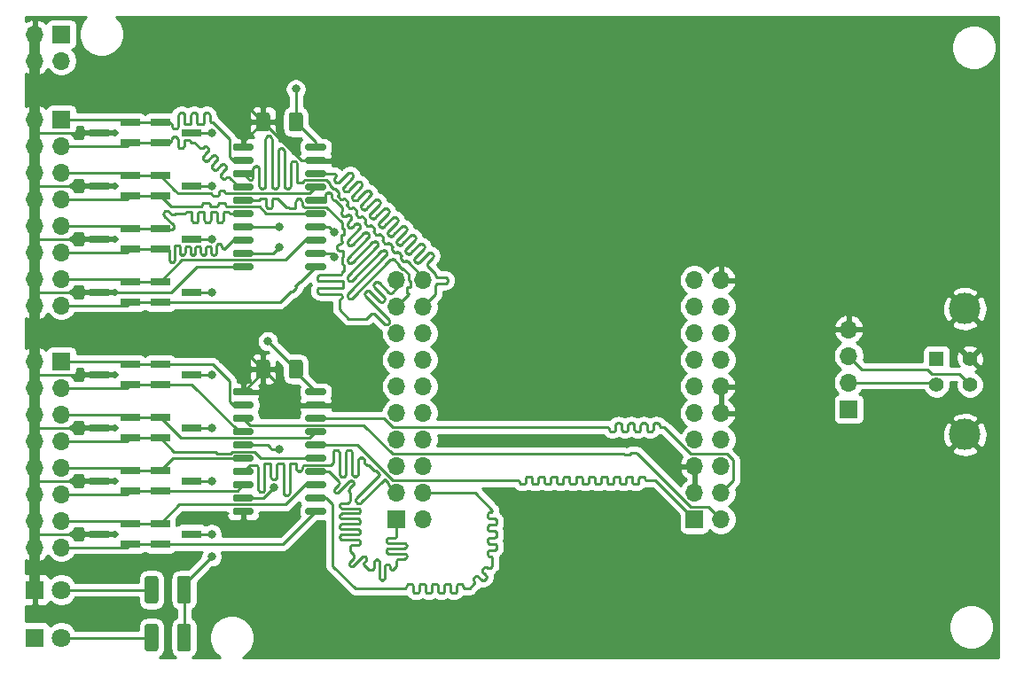
<source format=gtl>
G04 #@! TF.GenerationSoftware,KiCad,Pcbnew,(5.1.9)-1*
G04 #@! TF.CreationDate,2021-06-24T21:47:46+02:00*
G04 #@! TF.ProjectId,cypress_inp,63797072-6573-4735-9f69-6e702e6b6963,1.0*
G04 #@! TF.SameCoordinates,Original*
G04 #@! TF.FileFunction,Copper,L1,Top*
G04 #@! TF.FilePolarity,Positive*
%FSLAX46Y46*%
G04 Gerber Fmt 4.6, Leading zero omitted, Abs format (unit mm)*
G04 Created by KiCad (PCBNEW (5.1.9)-1) date 2021-06-24 21:47:46*
%MOMM*%
%LPD*%
G01*
G04 APERTURE LIST*
G04 #@! TA.AperFunction,ComponentPad*
%ADD10C,1.800000*%
G04 #@! TD*
G04 #@! TA.AperFunction,ComponentPad*
%ADD11R,1.800000X1.800000*%
G04 #@! TD*
G04 #@! TA.AperFunction,SMDPad,CuDef*
%ADD12R,1.900000X0.800000*%
G04 #@! TD*
G04 #@! TA.AperFunction,ComponentPad*
%ADD13O,1.700000X1.700000*%
G04 #@! TD*
G04 #@! TA.AperFunction,ComponentPad*
%ADD14R,1.700000X1.700000*%
G04 #@! TD*
G04 #@! TA.AperFunction,ComponentPad*
%ADD15C,1.400000*%
G04 #@! TD*
G04 #@! TA.AperFunction,ComponentPad*
%ADD16C,3.000000*%
G04 #@! TD*
G04 #@! TA.AperFunction,ComponentPad*
%ADD17R,1.400000X1.400000*%
G04 #@! TD*
G04 #@! TA.AperFunction,ViaPad*
%ADD18C,0.800000*%
G04 #@! TD*
G04 #@! TA.AperFunction,Conductor*
%ADD19C,0.250000*%
G04 #@! TD*
G04 #@! TA.AperFunction,Conductor*
%ADD20C,1.000000*%
G04 #@! TD*
G04 #@! TA.AperFunction,Conductor*
%ADD21C,0.254000*%
G04 #@! TD*
G04 #@! TA.AperFunction,Conductor*
%ADD22C,0.140000*%
G04 #@! TD*
G04 APERTURE END LIST*
G04 #@! TA.AperFunction,SMDPad,CuDef*
G36*
G01*
X72506000Y-123639000D02*
X72506000Y-125789000D01*
G75*
G02*
X72256000Y-126039000I-250000J0D01*
G01*
X71456000Y-126039000D01*
G75*
G02*
X71206000Y-125789000I0J250000D01*
G01*
X71206000Y-123639000D01*
G75*
G02*
X71456000Y-123389000I250000J0D01*
G01*
X72256000Y-123389000D01*
G75*
G02*
X72506000Y-123639000I0J-250000D01*
G01*
G37*
G04 #@! TD.AperFunction*
G04 #@! TA.AperFunction,SMDPad,CuDef*
G36*
G01*
X75606000Y-123639000D02*
X75606000Y-125789000D01*
G75*
G02*
X75356000Y-126039000I-250000J0D01*
G01*
X74556000Y-126039000D01*
G75*
G02*
X74306000Y-125789000I0J250000D01*
G01*
X74306000Y-123639000D01*
G75*
G02*
X74556000Y-123389000I250000J0D01*
G01*
X75356000Y-123389000D01*
G75*
G02*
X75606000Y-123639000I0J-250000D01*
G01*
G37*
G04 #@! TD.AperFunction*
D10*
X63246000Y-129286000D03*
D11*
X60706000Y-129286000D03*
D10*
X63246000Y-124714000D03*
D11*
X60706000Y-124714000D03*
G04 #@! TA.AperFunction,SMDPad,CuDef*
G36*
G01*
X72506000Y-128211000D02*
X72506000Y-130361000D01*
G75*
G02*
X72256000Y-130611000I-250000J0D01*
G01*
X71456000Y-130611000D01*
G75*
G02*
X71206000Y-130361000I0J250000D01*
G01*
X71206000Y-128211000D01*
G75*
G02*
X71456000Y-127961000I250000J0D01*
G01*
X72256000Y-127961000D01*
G75*
G02*
X72506000Y-128211000I0J-250000D01*
G01*
G37*
G04 #@! TD.AperFunction*
G04 #@! TA.AperFunction,SMDPad,CuDef*
G36*
G01*
X75606000Y-128211000D02*
X75606000Y-130361000D01*
G75*
G02*
X75356000Y-130611000I-250000J0D01*
G01*
X74556000Y-130611000D01*
G75*
G02*
X74306000Y-130361000I0J250000D01*
G01*
X74306000Y-128211000D01*
G75*
G02*
X74556000Y-127961000I250000J0D01*
G01*
X75356000Y-127961000D01*
G75*
G02*
X75606000Y-128211000I0J-250000D01*
G01*
G37*
G04 #@! TD.AperFunction*
D12*
X66826000Y-104140000D03*
X69826000Y-103190000D03*
X69826000Y-105090000D03*
X75668000Y-104140000D03*
X72668000Y-105090000D03*
X72668000Y-103190000D03*
X66826000Y-109220000D03*
X69826000Y-108270000D03*
X69826000Y-110170000D03*
X75668000Y-109220000D03*
X72668000Y-110170000D03*
X72668000Y-108270000D03*
X66826000Y-114300000D03*
X69826000Y-113350000D03*
X69826000Y-115250000D03*
X75668000Y-114300000D03*
X72668000Y-115250000D03*
X72668000Y-113350000D03*
X66826000Y-119380000D03*
X69826000Y-118430000D03*
X69826000Y-120330000D03*
X75668000Y-119380000D03*
X72668000Y-120330000D03*
X72668000Y-118430000D03*
G04 #@! TA.AperFunction,SMDPad,CuDef*
G36*
G01*
X83174000Y-102981999D02*
X83174000Y-104282001D01*
G75*
G02*
X82924001Y-104532000I-249999J0D01*
G01*
X82098999Y-104532000D01*
G75*
G02*
X81849000Y-104282001I0J249999D01*
G01*
X81849000Y-102981999D01*
G75*
G02*
X82098999Y-102732000I249999J0D01*
G01*
X82924001Y-102732000D01*
G75*
G02*
X83174000Y-102981999I0J-249999D01*
G01*
G37*
G04 #@! TD.AperFunction*
G04 #@! TA.AperFunction,SMDPad,CuDef*
G36*
G01*
X86299000Y-102981999D02*
X86299000Y-104282001D01*
G75*
G02*
X86049001Y-104532000I-249999J0D01*
G01*
X85223999Y-104532000D01*
G75*
G02*
X84974000Y-104282001I0J249999D01*
G01*
X84974000Y-102981999D01*
G75*
G02*
X85223999Y-102732000I249999J0D01*
G01*
X86049001Y-102732000D01*
G75*
G02*
X86299000Y-102981999I0J-249999D01*
G01*
G37*
G04 #@! TD.AperFunction*
G04 #@! TA.AperFunction,SMDPad,CuDef*
G36*
G01*
X83174000Y-79359999D02*
X83174000Y-80660001D01*
G75*
G02*
X82924001Y-80910000I-249999J0D01*
G01*
X82098999Y-80910000D01*
G75*
G02*
X81849000Y-80660001I0J249999D01*
G01*
X81849000Y-79359999D01*
G75*
G02*
X82098999Y-79110000I249999J0D01*
G01*
X82924001Y-79110000D01*
G75*
G02*
X83174000Y-79359999I0J-249999D01*
G01*
G37*
G04 #@! TD.AperFunction*
G04 #@! TA.AperFunction,SMDPad,CuDef*
G36*
G01*
X86299000Y-79359999D02*
X86299000Y-80660001D01*
G75*
G02*
X86049001Y-80910000I-249999J0D01*
G01*
X85223999Y-80910000D01*
G75*
G02*
X84974000Y-80660001I0J249999D01*
G01*
X84974000Y-79359999D01*
G75*
G02*
X85223999Y-79110000I249999J0D01*
G01*
X86049001Y-79110000D01*
G75*
G02*
X86299000Y-79359999I0J-249999D01*
G01*
G37*
G04 #@! TD.AperFunction*
D13*
X97790000Y-95123000D03*
X95250000Y-95123000D03*
X97790000Y-97663000D03*
X95250000Y-97663000D03*
X97790000Y-100203000D03*
X95250000Y-100203000D03*
X97790000Y-102743000D03*
X95250000Y-102743000D03*
X97790000Y-105283000D03*
X95250000Y-105283000D03*
X97790000Y-107823000D03*
X95250000Y-107823000D03*
X97790000Y-110363000D03*
X95250000Y-110363000D03*
X97790000Y-112903000D03*
X95250000Y-112903000D03*
X97790000Y-115443000D03*
X95250000Y-115443000D03*
X97790000Y-117983000D03*
D14*
X95250000Y-117983000D03*
G04 #@! TA.AperFunction,SMDPad,CuDef*
G36*
G01*
X86549000Y-105941000D02*
X86549000Y-105641000D01*
G75*
G02*
X86699000Y-105491000I150000J0D01*
G01*
X88374000Y-105491000D01*
G75*
G02*
X88524000Y-105641000I0J-150000D01*
G01*
X88524000Y-105941000D01*
G75*
G02*
X88374000Y-106091000I-150000J0D01*
G01*
X86699000Y-106091000D01*
G75*
G02*
X86549000Y-105941000I0J150000D01*
G01*
G37*
G04 #@! TD.AperFunction*
G04 #@! TA.AperFunction,SMDPad,CuDef*
G36*
G01*
X86549000Y-107211000D02*
X86549000Y-106911000D01*
G75*
G02*
X86699000Y-106761000I150000J0D01*
G01*
X88374000Y-106761000D01*
G75*
G02*
X88524000Y-106911000I0J-150000D01*
G01*
X88524000Y-107211000D01*
G75*
G02*
X88374000Y-107361000I-150000J0D01*
G01*
X86699000Y-107361000D01*
G75*
G02*
X86549000Y-107211000I0J150000D01*
G01*
G37*
G04 #@! TD.AperFunction*
G04 #@! TA.AperFunction,SMDPad,CuDef*
G36*
G01*
X86549000Y-108481000D02*
X86549000Y-108181000D01*
G75*
G02*
X86699000Y-108031000I150000J0D01*
G01*
X88374000Y-108031000D01*
G75*
G02*
X88524000Y-108181000I0J-150000D01*
G01*
X88524000Y-108481000D01*
G75*
G02*
X88374000Y-108631000I-150000J0D01*
G01*
X86699000Y-108631000D01*
G75*
G02*
X86549000Y-108481000I0J150000D01*
G01*
G37*
G04 #@! TD.AperFunction*
G04 #@! TA.AperFunction,SMDPad,CuDef*
G36*
G01*
X86549000Y-109751000D02*
X86549000Y-109451000D01*
G75*
G02*
X86699000Y-109301000I150000J0D01*
G01*
X88374000Y-109301000D01*
G75*
G02*
X88524000Y-109451000I0J-150000D01*
G01*
X88524000Y-109751000D01*
G75*
G02*
X88374000Y-109901000I-150000J0D01*
G01*
X86699000Y-109901000D01*
G75*
G02*
X86549000Y-109751000I0J150000D01*
G01*
G37*
G04 #@! TD.AperFunction*
G04 #@! TA.AperFunction,SMDPad,CuDef*
G36*
G01*
X86549000Y-111021000D02*
X86549000Y-110721000D01*
G75*
G02*
X86699000Y-110571000I150000J0D01*
G01*
X88374000Y-110571000D01*
G75*
G02*
X88524000Y-110721000I0J-150000D01*
G01*
X88524000Y-111021000D01*
G75*
G02*
X88374000Y-111171000I-150000J0D01*
G01*
X86699000Y-111171000D01*
G75*
G02*
X86549000Y-111021000I0J150000D01*
G01*
G37*
G04 #@! TD.AperFunction*
G04 #@! TA.AperFunction,SMDPad,CuDef*
G36*
G01*
X86549000Y-112291000D02*
X86549000Y-111991000D01*
G75*
G02*
X86699000Y-111841000I150000J0D01*
G01*
X88374000Y-111841000D01*
G75*
G02*
X88524000Y-111991000I0J-150000D01*
G01*
X88524000Y-112291000D01*
G75*
G02*
X88374000Y-112441000I-150000J0D01*
G01*
X86699000Y-112441000D01*
G75*
G02*
X86549000Y-112291000I0J150000D01*
G01*
G37*
G04 #@! TD.AperFunction*
G04 #@! TA.AperFunction,SMDPad,CuDef*
G36*
G01*
X86549000Y-113561000D02*
X86549000Y-113261000D01*
G75*
G02*
X86699000Y-113111000I150000J0D01*
G01*
X88374000Y-113111000D01*
G75*
G02*
X88524000Y-113261000I0J-150000D01*
G01*
X88524000Y-113561000D01*
G75*
G02*
X88374000Y-113711000I-150000J0D01*
G01*
X86699000Y-113711000D01*
G75*
G02*
X86549000Y-113561000I0J150000D01*
G01*
G37*
G04 #@! TD.AperFunction*
G04 #@! TA.AperFunction,SMDPad,CuDef*
G36*
G01*
X86549000Y-114831000D02*
X86549000Y-114531000D01*
G75*
G02*
X86699000Y-114381000I150000J0D01*
G01*
X88374000Y-114381000D01*
G75*
G02*
X88524000Y-114531000I0J-150000D01*
G01*
X88524000Y-114831000D01*
G75*
G02*
X88374000Y-114981000I-150000J0D01*
G01*
X86699000Y-114981000D01*
G75*
G02*
X86549000Y-114831000I0J150000D01*
G01*
G37*
G04 #@! TD.AperFunction*
G04 #@! TA.AperFunction,SMDPad,CuDef*
G36*
G01*
X86549000Y-116101000D02*
X86549000Y-115801000D01*
G75*
G02*
X86699000Y-115651000I150000J0D01*
G01*
X88374000Y-115651000D01*
G75*
G02*
X88524000Y-115801000I0J-150000D01*
G01*
X88524000Y-116101000D01*
G75*
G02*
X88374000Y-116251000I-150000J0D01*
G01*
X86699000Y-116251000D01*
G75*
G02*
X86549000Y-116101000I0J150000D01*
G01*
G37*
G04 #@! TD.AperFunction*
G04 #@! TA.AperFunction,SMDPad,CuDef*
G36*
G01*
X86549000Y-117371000D02*
X86549000Y-117071000D01*
G75*
G02*
X86699000Y-116921000I150000J0D01*
G01*
X88374000Y-116921000D01*
G75*
G02*
X88524000Y-117071000I0J-150000D01*
G01*
X88524000Y-117371000D01*
G75*
G02*
X88374000Y-117521000I-150000J0D01*
G01*
X86699000Y-117521000D01*
G75*
G02*
X86549000Y-117371000I0J150000D01*
G01*
G37*
G04 #@! TD.AperFunction*
G04 #@! TA.AperFunction,SMDPad,CuDef*
G36*
G01*
X79624000Y-117371000D02*
X79624000Y-117071000D01*
G75*
G02*
X79774000Y-116921000I150000J0D01*
G01*
X81449000Y-116921000D01*
G75*
G02*
X81599000Y-117071000I0J-150000D01*
G01*
X81599000Y-117371000D01*
G75*
G02*
X81449000Y-117521000I-150000J0D01*
G01*
X79774000Y-117521000D01*
G75*
G02*
X79624000Y-117371000I0J150000D01*
G01*
G37*
G04 #@! TD.AperFunction*
G04 #@! TA.AperFunction,SMDPad,CuDef*
G36*
G01*
X79624000Y-116101000D02*
X79624000Y-115801000D01*
G75*
G02*
X79774000Y-115651000I150000J0D01*
G01*
X81449000Y-115651000D01*
G75*
G02*
X81599000Y-115801000I0J-150000D01*
G01*
X81599000Y-116101000D01*
G75*
G02*
X81449000Y-116251000I-150000J0D01*
G01*
X79774000Y-116251000D01*
G75*
G02*
X79624000Y-116101000I0J150000D01*
G01*
G37*
G04 #@! TD.AperFunction*
G04 #@! TA.AperFunction,SMDPad,CuDef*
G36*
G01*
X79624000Y-114831000D02*
X79624000Y-114531000D01*
G75*
G02*
X79774000Y-114381000I150000J0D01*
G01*
X81449000Y-114381000D01*
G75*
G02*
X81599000Y-114531000I0J-150000D01*
G01*
X81599000Y-114831000D01*
G75*
G02*
X81449000Y-114981000I-150000J0D01*
G01*
X79774000Y-114981000D01*
G75*
G02*
X79624000Y-114831000I0J150000D01*
G01*
G37*
G04 #@! TD.AperFunction*
G04 #@! TA.AperFunction,SMDPad,CuDef*
G36*
G01*
X79624000Y-113561000D02*
X79624000Y-113261000D01*
G75*
G02*
X79774000Y-113111000I150000J0D01*
G01*
X81449000Y-113111000D01*
G75*
G02*
X81599000Y-113261000I0J-150000D01*
G01*
X81599000Y-113561000D01*
G75*
G02*
X81449000Y-113711000I-150000J0D01*
G01*
X79774000Y-113711000D01*
G75*
G02*
X79624000Y-113561000I0J150000D01*
G01*
G37*
G04 #@! TD.AperFunction*
G04 #@! TA.AperFunction,SMDPad,CuDef*
G36*
G01*
X79624000Y-112291000D02*
X79624000Y-111991000D01*
G75*
G02*
X79774000Y-111841000I150000J0D01*
G01*
X81449000Y-111841000D01*
G75*
G02*
X81599000Y-111991000I0J-150000D01*
G01*
X81599000Y-112291000D01*
G75*
G02*
X81449000Y-112441000I-150000J0D01*
G01*
X79774000Y-112441000D01*
G75*
G02*
X79624000Y-112291000I0J150000D01*
G01*
G37*
G04 #@! TD.AperFunction*
G04 #@! TA.AperFunction,SMDPad,CuDef*
G36*
G01*
X79624000Y-111021000D02*
X79624000Y-110721000D01*
G75*
G02*
X79774000Y-110571000I150000J0D01*
G01*
X81449000Y-110571000D01*
G75*
G02*
X81599000Y-110721000I0J-150000D01*
G01*
X81599000Y-111021000D01*
G75*
G02*
X81449000Y-111171000I-150000J0D01*
G01*
X79774000Y-111171000D01*
G75*
G02*
X79624000Y-111021000I0J150000D01*
G01*
G37*
G04 #@! TD.AperFunction*
G04 #@! TA.AperFunction,SMDPad,CuDef*
G36*
G01*
X79624000Y-109751000D02*
X79624000Y-109451000D01*
G75*
G02*
X79774000Y-109301000I150000J0D01*
G01*
X81449000Y-109301000D01*
G75*
G02*
X81599000Y-109451000I0J-150000D01*
G01*
X81599000Y-109751000D01*
G75*
G02*
X81449000Y-109901000I-150000J0D01*
G01*
X79774000Y-109901000D01*
G75*
G02*
X79624000Y-109751000I0J150000D01*
G01*
G37*
G04 #@! TD.AperFunction*
G04 #@! TA.AperFunction,SMDPad,CuDef*
G36*
G01*
X79624000Y-108481000D02*
X79624000Y-108181000D01*
G75*
G02*
X79774000Y-108031000I150000J0D01*
G01*
X81449000Y-108031000D01*
G75*
G02*
X81599000Y-108181000I0J-150000D01*
G01*
X81599000Y-108481000D01*
G75*
G02*
X81449000Y-108631000I-150000J0D01*
G01*
X79774000Y-108631000D01*
G75*
G02*
X79624000Y-108481000I0J150000D01*
G01*
G37*
G04 #@! TD.AperFunction*
G04 #@! TA.AperFunction,SMDPad,CuDef*
G36*
G01*
X79624000Y-107211000D02*
X79624000Y-106911000D01*
G75*
G02*
X79774000Y-106761000I150000J0D01*
G01*
X81449000Y-106761000D01*
G75*
G02*
X81599000Y-106911000I0J-150000D01*
G01*
X81599000Y-107211000D01*
G75*
G02*
X81449000Y-107361000I-150000J0D01*
G01*
X79774000Y-107361000D01*
G75*
G02*
X79624000Y-107211000I0J150000D01*
G01*
G37*
G04 #@! TD.AperFunction*
G04 #@! TA.AperFunction,SMDPad,CuDef*
G36*
G01*
X79624000Y-105941000D02*
X79624000Y-105641000D01*
G75*
G02*
X79774000Y-105491000I150000J0D01*
G01*
X81449000Y-105491000D01*
G75*
G02*
X81599000Y-105641000I0J-150000D01*
G01*
X81599000Y-105941000D01*
G75*
G02*
X81449000Y-106091000I-150000J0D01*
G01*
X79774000Y-106091000D01*
G75*
G02*
X79624000Y-105941000I0J150000D01*
G01*
G37*
G04 #@! TD.AperFunction*
G04 #@! TA.AperFunction,SMDPad,CuDef*
G36*
G01*
X86549000Y-82573000D02*
X86549000Y-82273000D01*
G75*
G02*
X86699000Y-82123000I150000J0D01*
G01*
X88374000Y-82123000D01*
G75*
G02*
X88524000Y-82273000I0J-150000D01*
G01*
X88524000Y-82573000D01*
G75*
G02*
X88374000Y-82723000I-150000J0D01*
G01*
X86699000Y-82723000D01*
G75*
G02*
X86549000Y-82573000I0J150000D01*
G01*
G37*
G04 #@! TD.AperFunction*
G04 #@! TA.AperFunction,SMDPad,CuDef*
G36*
G01*
X86549000Y-83843000D02*
X86549000Y-83543000D01*
G75*
G02*
X86699000Y-83393000I150000J0D01*
G01*
X88374000Y-83393000D01*
G75*
G02*
X88524000Y-83543000I0J-150000D01*
G01*
X88524000Y-83843000D01*
G75*
G02*
X88374000Y-83993000I-150000J0D01*
G01*
X86699000Y-83993000D01*
G75*
G02*
X86549000Y-83843000I0J150000D01*
G01*
G37*
G04 #@! TD.AperFunction*
G04 #@! TA.AperFunction,SMDPad,CuDef*
G36*
G01*
X86549000Y-85113000D02*
X86549000Y-84813000D01*
G75*
G02*
X86699000Y-84663000I150000J0D01*
G01*
X88374000Y-84663000D01*
G75*
G02*
X88524000Y-84813000I0J-150000D01*
G01*
X88524000Y-85113000D01*
G75*
G02*
X88374000Y-85263000I-150000J0D01*
G01*
X86699000Y-85263000D01*
G75*
G02*
X86549000Y-85113000I0J150000D01*
G01*
G37*
G04 #@! TD.AperFunction*
G04 #@! TA.AperFunction,SMDPad,CuDef*
G36*
G01*
X86549000Y-86383000D02*
X86549000Y-86083000D01*
G75*
G02*
X86699000Y-85933000I150000J0D01*
G01*
X88374000Y-85933000D01*
G75*
G02*
X88524000Y-86083000I0J-150000D01*
G01*
X88524000Y-86383000D01*
G75*
G02*
X88374000Y-86533000I-150000J0D01*
G01*
X86699000Y-86533000D01*
G75*
G02*
X86549000Y-86383000I0J150000D01*
G01*
G37*
G04 #@! TD.AperFunction*
G04 #@! TA.AperFunction,SMDPad,CuDef*
G36*
G01*
X86549000Y-87653000D02*
X86549000Y-87353000D01*
G75*
G02*
X86699000Y-87203000I150000J0D01*
G01*
X88374000Y-87203000D01*
G75*
G02*
X88524000Y-87353000I0J-150000D01*
G01*
X88524000Y-87653000D01*
G75*
G02*
X88374000Y-87803000I-150000J0D01*
G01*
X86699000Y-87803000D01*
G75*
G02*
X86549000Y-87653000I0J150000D01*
G01*
G37*
G04 #@! TD.AperFunction*
G04 #@! TA.AperFunction,SMDPad,CuDef*
G36*
G01*
X86549000Y-88923000D02*
X86549000Y-88623000D01*
G75*
G02*
X86699000Y-88473000I150000J0D01*
G01*
X88374000Y-88473000D01*
G75*
G02*
X88524000Y-88623000I0J-150000D01*
G01*
X88524000Y-88923000D01*
G75*
G02*
X88374000Y-89073000I-150000J0D01*
G01*
X86699000Y-89073000D01*
G75*
G02*
X86549000Y-88923000I0J150000D01*
G01*
G37*
G04 #@! TD.AperFunction*
G04 #@! TA.AperFunction,SMDPad,CuDef*
G36*
G01*
X86549000Y-90193000D02*
X86549000Y-89893000D01*
G75*
G02*
X86699000Y-89743000I150000J0D01*
G01*
X88374000Y-89743000D01*
G75*
G02*
X88524000Y-89893000I0J-150000D01*
G01*
X88524000Y-90193000D01*
G75*
G02*
X88374000Y-90343000I-150000J0D01*
G01*
X86699000Y-90343000D01*
G75*
G02*
X86549000Y-90193000I0J150000D01*
G01*
G37*
G04 #@! TD.AperFunction*
G04 #@! TA.AperFunction,SMDPad,CuDef*
G36*
G01*
X86549000Y-91463000D02*
X86549000Y-91163000D01*
G75*
G02*
X86699000Y-91013000I150000J0D01*
G01*
X88374000Y-91013000D01*
G75*
G02*
X88524000Y-91163000I0J-150000D01*
G01*
X88524000Y-91463000D01*
G75*
G02*
X88374000Y-91613000I-150000J0D01*
G01*
X86699000Y-91613000D01*
G75*
G02*
X86549000Y-91463000I0J150000D01*
G01*
G37*
G04 #@! TD.AperFunction*
G04 #@! TA.AperFunction,SMDPad,CuDef*
G36*
G01*
X86549000Y-92733000D02*
X86549000Y-92433000D01*
G75*
G02*
X86699000Y-92283000I150000J0D01*
G01*
X88374000Y-92283000D01*
G75*
G02*
X88524000Y-92433000I0J-150000D01*
G01*
X88524000Y-92733000D01*
G75*
G02*
X88374000Y-92883000I-150000J0D01*
G01*
X86699000Y-92883000D01*
G75*
G02*
X86549000Y-92733000I0J150000D01*
G01*
G37*
G04 #@! TD.AperFunction*
G04 #@! TA.AperFunction,SMDPad,CuDef*
G36*
G01*
X86549000Y-94003000D02*
X86549000Y-93703000D01*
G75*
G02*
X86699000Y-93553000I150000J0D01*
G01*
X88374000Y-93553000D01*
G75*
G02*
X88524000Y-93703000I0J-150000D01*
G01*
X88524000Y-94003000D01*
G75*
G02*
X88374000Y-94153000I-150000J0D01*
G01*
X86699000Y-94153000D01*
G75*
G02*
X86549000Y-94003000I0J150000D01*
G01*
G37*
G04 #@! TD.AperFunction*
G04 #@! TA.AperFunction,SMDPad,CuDef*
G36*
G01*
X79624000Y-94003000D02*
X79624000Y-93703000D01*
G75*
G02*
X79774000Y-93553000I150000J0D01*
G01*
X81449000Y-93553000D01*
G75*
G02*
X81599000Y-93703000I0J-150000D01*
G01*
X81599000Y-94003000D01*
G75*
G02*
X81449000Y-94153000I-150000J0D01*
G01*
X79774000Y-94153000D01*
G75*
G02*
X79624000Y-94003000I0J150000D01*
G01*
G37*
G04 #@! TD.AperFunction*
G04 #@! TA.AperFunction,SMDPad,CuDef*
G36*
G01*
X79624000Y-92733000D02*
X79624000Y-92433000D01*
G75*
G02*
X79774000Y-92283000I150000J0D01*
G01*
X81449000Y-92283000D01*
G75*
G02*
X81599000Y-92433000I0J-150000D01*
G01*
X81599000Y-92733000D01*
G75*
G02*
X81449000Y-92883000I-150000J0D01*
G01*
X79774000Y-92883000D01*
G75*
G02*
X79624000Y-92733000I0J150000D01*
G01*
G37*
G04 #@! TD.AperFunction*
G04 #@! TA.AperFunction,SMDPad,CuDef*
G36*
G01*
X79624000Y-91463000D02*
X79624000Y-91163000D01*
G75*
G02*
X79774000Y-91013000I150000J0D01*
G01*
X81449000Y-91013000D01*
G75*
G02*
X81599000Y-91163000I0J-150000D01*
G01*
X81599000Y-91463000D01*
G75*
G02*
X81449000Y-91613000I-150000J0D01*
G01*
X79774000Y-91613000D01*
G75*
G02*
X79624000Y-91463000I0J150000D01*
G01*
G37*
G04 #@! TD.AperFunction*
G04 #@! TA.AperFunction,SMDPad,CuDef*
G36*
G01*
X79624000Y-90193000D02*
X79624000Y-89893000D01*
G75*
G02*
X79774000Y-89743000I150000J0D01*
G01*
X81449000Y-89743000D01*
G75*
G02*
X81599000Y-89893000I0J-150000D01*
G01*
X81599000Y-90193000D01*
G75*
G02*
X81449000Y-90343000I-150000J0D01*
G01*
X79774000Y-90343000D01*
G75*
G02*
X79624000Y-90193000I0J150000D01*
G01*
G37*
G04 #@! TD.AperFunction*
G04 #@! TA.AperFunction,SMDPad,CuDef*
G36*
G01*
X79624000Y-88923000D02*
X79624000Y-88623000D01*
G75*
G02*
X79774000Y-88473000I150000J0D01*
G01*
X81449000Y-88473000D01*
G75*
G02*
X81599000Y-88623000I0J-150000D01*
G01*
X81599000Y-88923000D01*
G75*
G02*
X81449000Y-89073000I-150000J0D01*
G01*
X79774000Y-89073000D01*
G75*
G02*
X79624000Y-88923000I0J150000D01*
G01*
G37*
G04 #@! TD.AperFunction*
G04 #@! TA.AperFunction,SMDPad,CuDef*
G36*
G01*
X79624000Y-87653000D02*
X79624000Y-87353000D01*
G75*
G02*
X79774000Y-87203000I150000J0D01*
G01*
X81449000Y-87203000D01*
G75*
G02*
X81599000Y-87353000I0J-150000D01*
G01*
X81599000Y-87653000D01*
G75*
G02*
X81449000Y-87803000I-150000J0D01*
G01*
X79774000Y-87803000D01*
G75*
G02*
X79624000Y-87653000I0J150000D01*
G01*
G37*
G04 #@! TD.AperFunction*
G04 #@! TA.AperFunction,SMDPad,CuDef*
G36*
G01*
X79624000Y-86383000D02*
X79624000Y-86083000D01*
G75*
G02*
X79774000Y-85933000I150000J0D01*
G01*
X81449000Y-85933000D01*
G75*
G02*
X81599000Y-86083000I0J-150000D01*
G01*
X81599000Y-86383000D01*
G75*
G02*
X81449000Y-86533000I-150000J0D01*
G01*
X79774000Y-86533000D01*
G75*
G02*
X79624000Y-86383000I0J150000D01*
G01*
G37*
G04 #@! TD.AperFunction*
G04 #@! TA.AperFunction,SMDPad,CuDef*
G36*
G01*
X79624000Y-85113000D02*
X79624000Y-84813000D01*
G75*
G02*
X79774000Y-84663000I150000J0D01*
G01*
X81449000Y-84663000D01*
G75*
G02*
X81599000Y-84813000I0J-150000D01*
G01*
X81599000Y-85113000D01*
G75*
G02*
X81449000Y-85263000I-150000J0D01*
G01*
X79774000Y-85263000D01*
G75*
G02*
X79624000Y-85113000I0J150000D01*
G01*
G37*
G04 #@! TD.AperFunction*
G04 #@! TA.AperFunction,SMDPad,CuDef*
G36*
G01*
X79624000Y-83843000D02*
X79624000Y-83543000D01*
G75*
G02*
X79774000Y-83393000I150000J0D01*
G01*
X81449000Y-83393000D01*
G75*
G02*
X81599000Y-83543000I0J-150000D01*
G01*
X81599000Y-83843000D01*
G75*
G02*
X81449000Y-83993000I-150000J0D01*
G01*
X79774000Y-83993000D01*
G75*
G02*
X79624000Y-83843000I0J150000D01*
G01*
G37*
G04 #@! TD.AperFunction*
G04 #@! TA.AperFunction,SMDPad,CuDef*
G36*
G01*
X79624000Y-82573000D02*
X79624000Y-82273000D01*
G75*
G02*
X79774000Y-82123000I150000J0D01*
G01*
X81449000Y-82123000D01*
G75*
G02*
X81599000Y-82273000I0J-150000D01*
G01*
X81599000Y-82573000D01*
G75*
G02*
X81449000Y-82723000I-150000J0D01*
G01*
X79774000Y-82723000D01*
G75*
G02*
X79624000Y-82573000I0J150000D01*
G01*
G37*
G04 #@! TD.AperFunction*
D12*
X66826000Y-81026000D03*
X69826000Y-80076000D03*
X69826000Y-81976000D03*
X75668000Y-81026000D03*
X72668000Y-81976000D03*
X72668000Y-80076000D03*
X66826000Y-86106000D03*
X69826000Y-85156000D03*
X69826000Y-87056000D03*
X75668000Y-86106000D03*
X72668000Y-87056000D03*
X72668000Y-85156000D03*
X66826000Y-91186000D03*
X69826000Y-90236000D03*
X69826000Y-92136000D03*
X75668000Y-91186000D03*
X72668000Y-92136000D03*
X72668000Y-90236000D03*
X66826000Y-96266000D03*
X69826000Y-95316000D03*
X69826000Y-97216000D03*
X75668000Y-96266000D03*
X72668000Y-97216000D03*
X72668000Y-95316000D03*
D13*
X126238000Y-95123000D03*
X123698000Y-95123000D03*
X126238000Y-97663000D03*
X123698000Y-97663000D03*
X126238000Y-100203000D03*
X123698000Y-100203000D03*
X126238000Y-102743000D03*
X123698000Y-102743000D03*
X126238000Y-105283000D03*
X123698000Y-105283000D03*
X126238000Y-107823000D03*
X123698000Y-107823000D03*
X126238000Y-110363000D03*
X123698000Y-110363000D03*
X126238000Y-112903000D03*
X123698000Y-112903000D03*
X126238000Y-115443000D03*
X123698000Y-115443000D03*
X126238000Y-117983000D03*
D14*
X123698000Y-117983000D03*
D15*
X146812000Y-105116000D03*
D16*
X149522000Y-109886000D03*
D17*
X146812000Y-102616000D03*
D15*
X150012000Y-105116000D03*
X150012000Y-102616000D03*
D16*
X149522000Y-97846000D03*
D13*
X138430000Y-99822000D03*
X138430000Y-102362000D03*
X138430000Y-104902000D03*
D14*
X138430000Y-107442000D03*
D13*
X60706000Y-74168000D03*
X63246000Y-74168000D03*
X60706000Y-71628000D03*
D14*
X63246000Y-71628000D03*
D13*
X60706000Y-97536000D03*
X63246000Y-97536000D03*
X60706000Y-94996000D03*
X63246000Y-94996000D03*
X60706000Y-92456000D03*
X63246000Y-92456000D03*
X60706000Y-89916000D03*
X63246000Y-89916000D03*
X60706000Y-87376000D03*
X63246000Y-87376000D03*
X60706000Y-84836000D03*
X63246000Y-84836000D03*
X60706000Y-82296000D03*
X63246000Y-82296000D03*
X60706000Y-79756000D03*
D14*
X63246000Y-79756000D03*
D13*
X60706000Y-120650000D03*
X63246000Y-120650000D03*
X60706000Y-118110000D03*
X63246000Y-118110000D03*
X60706000Y-115570000D03*
X63246000Y-115570000D03*
X60706000Y-113030000D03*
X63246000Y-113030000D03*
X60706000Y-110490000D03*
X63246000Y-110490000D03*
X60706000Y-107950000D03*
X63246000Y-107950000D03*
X60706000Y-105410000D03*
X63246000Y-105410000D03*
X60706000Y-102870000D03*
D14*
X63246000Y-102870000D03*
D18*
X80518000Y-118872000D03*
X77597000Y-81026000D03*
X77597000Y-86106000D03*
X77597000Y-91186000D03*
X77597000Y-96266000D03*
X77597000Y-104140000D03*
X77597000Y-109220000D03*
X77597000Y-114300000D03*
X77597000Y-119380000D03*
X77597000Y-121539000D03*
X85636500Y-76873500D03*
X82969500Y-100965000D03*
X83566000Y-114935000D03*
X84074000Y-111252000D03*
X89344500Y-92900500D03*
X89281000Y-90551000D03*
X84074000Y-91948000D03*
X84074000Y-90043000D03*
D19*
X66826000Y-81026000D02*
X60706000Y-81026000D01*
X60706000Y-81026000D02*
X60706000Y-79756000D01*
X66826000Y-96266000D02*
X60706000Y-96266000D01*
X60706000Y-96266000D02*
X60706000Y-97536000D01*
X66826000Y-91186000D02*
X60706000Y-91186000D01*
X60706000Y-91186000D02*
X60706000Y-96266000D01*
X66826000Y-86106000D02*
X60706000Y-86106000D01*
X60706000Y-86106000D02*
X60706000Y-91186000D01*
X60706000Y-79756000D02*
X60706000Y-86106000D01*
X80611500Y-81910000D02*
X82511500Y-80010000D01*
X80611500Y-82423000D02*
X80611500Y-81910000D01*
X66826000Y-104140000D02*
X60706000Y-104140000D01*
X60706000Y-104140000D02*
X60706000Y-102870000D01*
X60833000Y-119380000D02*
X60706000Y-119507000D01*
X66826000Y-119380000D02*
X60833000Y-119380000D01*
X60706000Y-119507000D02*
X60706000Y-120650000D01*
X60833000Y-114300000D02*
X60706000Y-114427000D01*
X66826000Y-114300000D02*
X60833000Y-114300000D01*
X60706000Y-114427000D02*
X60706000Y-119507000D01*
X66826000Y-109220000D02*
X60706000Y-109220000D01*
X60706000Y-109220000D02*
X60706000Y-114427000D01*
X60706000Y-104140000D02*
X60706000Y-109220000D01*
X60706000Y-120650000D02*
X60706000Y-124714000D01*
X79463500Y-76962000D02*
X60706000Y-76962000D01*
X60706000Y-76962000D02*
X60706000Y-79756000D01*
X82511500Y-80010000D02*
X79463500Y-76962000D01*
X60706000Y-71628000D02*
X60706000Y-76962000D01*
X86194500Y-83693000D02*
X82511500Y-80010000D01*
X87536500Y-83693000D02*
X86194500Y-83693000D01*
X76145998Y-93853000D02*
X80611500Y-93853000D01*
X73732998Y-96266000D02*
X76145998Y-93853000D01*
X66826000Y-96266000D02*
X73732998Y-96266000D01*
X79082500Y-100203000D02*
X82511500Y-103632000D01*
X60706000Y-100203000D02*
X79082500Y-100203000D01*
X60706000Y-97536000D02*
X60706000Y-100203000D01*
X60706000Y-100203000D02*
X60706000Y-102870000D01*
D20*
X60706000Y-71628000D02*
X60706000Y-124714000D01*
D19*
X82511500Y-103891000D02*
X80611500Y-105791000D01*
X82511500Y-103632000D02*
X82511500Y-103891000D01*
X85940500Y-107061000D02*
X82511500Y-103632000D01*
X87536500Y-107061000D02*
X85940500Y-107061000D01*
X80518000Y-117314500D02*
X80611500Y-117221000D01*
X80518000Y-118872000D02*
X80518000Y-117314500D01*
X75668000Y-81026000D02*
X77597000Y-81026000D01*
X77597000Y-81026000D02*
X77597000Y-81026000D01*
X75668000Y-96266000D02*
X77597000Y-96266000D01*
X75668000Y-91186000D02*
X77597000Y-91186000D01*
X75668000Y-86106000D02*
X77597000Y-86106000D01*
X77597000Y-119380000D02*
X75668000Y-119380000D01*
X77597000Y-114300000D02*
X75668000Y-114300000D01*
X77597000Y-109220000D02*
X75668000Y-109220000D01*
X77597000Y-104140000D02*
X75668000Y-104140000D01*
X74956000Y-124180000D02*
X74956000Y-124714000D01*
X77597000Y-121539000D02*
X74956000Y-124180000D01*
X74956000Y-129286000D02*
X74956000Y-124714000D01*
X85636500Y-80010000D02*
X85636500Y-76873500D01*
X85636500Y-76873500D02*
X85636500Y-76873500D01*
X87536500Y-81910000D02*
X85636500Y-80010000D01*
X87536500Y-82423000D02*
X87536500Y-81910000D01*
X85636500Y-103891000D02*
X87536500Y-105791000D01*
X85636500Y-103632000D02*
X85636500Y-103891000D01*
X85636500Y-103632000D02*
X82969500Y-100965000D01*
X82969500Y-100965000D02*
X82969500Y-100965000D01*
X97790000Y-94827232D02*
X97790000Y-95123000D01*
X96293593Y-93330825D02*
X97790000Y-94827232D01*
X96267331Y-93309882D02*
X96293593Y-93330825D01*
X96237068Y-93295308D02*
X96267331Y-93309882D01*
X96204321Y-93287834D02*
X96237068Y-93295308D01*
X96170732Y-93287834D02*
X96204321Y-93287834D01*
X96137985Y-93295308D02*
X96170732Y-93287834D01*
X96107722Y-93309882D02*
X96137985Y-93295308D01*
X96055199Y-93351767D02*
X96107722Y-93309882D01*
X96024936Y-93366341D02*
X96055199Y-93351767D01*
X95992189Y-93373815D02*
X96024936Y-93366341D01*
X95958600Y-93373815D02*
X95992189Y-93373815D01*
X95925853Y-93366341D02*
X95958600Y-93373815D01*
X95895590Y-93351767D02*
X95925853Y-93366341D01*
X95869329Y-93330825D02*
X95895590Y-93351767D01*
X95657197Y-93118693D02*
X95869329Y-93330825D01*
X95636254Y-93092431D02*
X95657197Y-93118693D01*
X95621680Y-93062168D02*
X95636254Y-93092431D01*
X95614206Y-93029421D02*
X95621680Y-93062168D01*
X95614206Y-92995832D02*
X95614206Y-93029421D01*
X95621680Y-92963085D02*
X95614206Y-92995832D01*
X95636254Y-92932822D02*
X95621680Y-92963085D01*
X95678139Y-92880299D02*
X95636254Y-92932822D01*
X95692713Y-92850036D02*
X95678139Y-92880299D01*
X95700187Y-92817289D02*
X95692713Y-92850036D01*
X95700187Y-92783700D02*
X95700187Y-92817289D01*
X95692713Y-92750953D02*
X95700187Y-92783700D01*
X95678139Y-92720690D02*
X95692713Y-92750953D01*
X95657197Y-92694429D02*
X95678139Y-92720690D01*
X95445065Y-92482297D02*
X95657197Y-92694429D01*
X95418803Y-92461354D02*
X95445065Y-92482297D01*
X95388540Y-92446780D02*
X95418803Y-92461354D01*
X95355793Y-92439306D02*
X95388540Y-92446780D01*
X95322204Y-92439306D02*
X95355793Y-92439306D01*
X95289457Y-92446780D02*
X95322204Y-92439306D01*
X95259194Y-92461354D02*
X95289457Y-92446780D01*
X95206671Y-92503239D02*
X95259194Y-92461354D01*
X95176408Y-92517813D02*
X95206671Y-92503239D01*
X95143661Y-92525287D02*
X95176408Y-92517813D01*
X95110072Y-92525287D02*
X95143661Y-92525287D01*
X95077325Y-92517813D02*
X95110072Y-92525287D01*
X95047062Y-92503239D02*
X95077325Y-92517813D01*
X95020801Y-92482297D02*
X95047062Y-92503239D01*
X94808669Y-92270165D02*
X95020801Y-92482297D01*
X94787726Y-92243903D02*
X94808669Y-92270165D01*
X94773152Y-92213640D02*
X94787726Y-92243903D01*
X94765678Y-92180893D02*
X94773152Y-92213640D01*
X94765678Y-92147304D02*
X94765678Y-92180893D01*
X94773152Y-92114557D02*
X94765678Y-92147304D01*
X94787726Y-92084294D02*
X94773152Y-92114557D01*
X94829611Y-92031771D02*
X94787726Y-92084294D01*
X94844185Y-92001508D02*
X94829611Y-92031771D01*
X94851659Y-91968761D02*
X94844185Y-92001508D01*
X94851659Y-91935172D02*
X94851659Y-91968761D01*
X94844185Y-91902425D02*
X94851659Y-91935172D01*
X94829611Y-91872162D02*
X94844185Y-91902425D01*
X94808669Y-91845901D02*
X94829611Y-91872162D01*
X94596537Y-91633769D02*
X94808669Y-91845901D01*
X94570275Y-91612826D02*
X94596537Y-91633769D01*
X94540012Y-91598252D02*
X94570275Y-91612826D01*
X94507265Y-91590778D02*
X94540012Y-91598252D01*
X94473676Y-91590778D02*
X94507265Y-91590778D01*
X94440929Y-91598252D02*
X94473676Y-91590778D01*
X94410666Y-91612826D02*
X94440929Y-91598252D01*
X94358143Y-91654711D02*
X94410666Y-91612826D01*
X94327880Y-91669285D02*
X94358143Y-91654711D01*
X94295133Y-91676759D02*
X94327880Y-91669285D01*
X94261544Y-91676759D02*
X94295133Y-91676759D01*
X94228797Y-91669285D02*
X94261544Y-91676759D01*
X94198534Y-91654711D02*
X94228797Y-91669285D01*
X94172273Y-91633769D02*
X94198534Y-91654711D01*
X93960141Y-91421637D02*
X94172273Y-91633769D01*
X93939198Y-91395375D02*
X93960141Y-91421637D01*
X93924624Y-91365112D02*
X93939198Y-91395375D01*
X93917150Y-91332365D02*
X93924624Y-91365112D01*
X93917150Y-91298776D02*
X93917150Y-91332365D01*
X93924624Y-91266029D02*
X93917150Y-91298776D01*
X93939198Y-91235766D02*
X93924624Y-91266029D01*
X93981083Y-91183243D02*
X93939198Y-91235766D01*
X93995657Y-91152980D02*
X93981083Y-91183243D01*
X94003131Y-91120233D02*
X93995657Y-91152980D01*
X94003131Y-91086644D02*
X94003131Y-91120233D01*
X93995657Y-91053897D02*
X94003131Y-91086644D01*
X93981083Y-91023634D02*
X93995657Y-91053897D01*
X93960141Y-90997373D02*
X93981083Y-91023634D01*
X93748009Y-90785241D02*
X93960141Y-90997373D01*
X93721747Y-90764298D02*
X93748009Y-90785241D01*
X93691484Y-90749724D02*
X93721747Y-90764298D01*
X93658737Y-90742250D02*
X93691484Y-90749724D01*
X93625148Y-90742250D02*
X93658737Y-90742250D01*
X93592401Y-90749724D02*
X93625148Y-90742250D01*
X93562138Y-90764298D02*
X93592401Y-90749724D01*
X93509615Y-90806183D02*
X93562138Y-90764298D01*
X93479352Y-90820757D02*
X93509615Y-90806183D01*
X93446605Y-90828231D02*
X93479352Y-90820757D01*
X93413016Y-90828231D02*
X93446605Y-90828231D01*
X93380269Y-90820757D02*
X93413016Y-90828231D01*
X93350006Y-90806183D02*
X93380269Y-90820757D01*
X93323745Y-90785241D02*
X93350006Y-90806183D01*
X93111613Y-90573109D02*
X93323745Y-90785241D01*
X93090670Y-90546847D02*
X93111613Y-90573109D01*
X93076096Y-90516584D02*
X93090670Y-90546847D01*
X93068622Y-90483837D02*
X93076096Y-90516584D01*
X93068622Y-90450248D02*
X93068622Y-90483837D01*
X93076096Y-90417501D02*
X93068622Y-90450248D01*
X93090670Y-90387238D02*
X93076096Y-90417501D01*
X93132555Y-90334715D02*
X93090670Y-90387238D01*
X93147129Y-90304452D02*
X93132555Y-90334715D01*
X93154603Y-90271705D02*
X93147129Y-90304452D01*
X93154603Y-90238116D02*
X93154603Y-90271705D01*
X93147129Y-90205369D02*
X93154603Y-90238116D01*
X93132555Y-90175106D02*
X93147129Y-90205369D01*
X93111613Y-90148845D02*
X93132555Y-90175106D01*
X92899481Y-89936713D02*
X93111613Y-90148845D01*
X92873219Y-89915770D02*
X92899481Y-89936713D01*
X92842956Y-89901196D02*
X92873219Y-89915770D01*
X92810209Y-89893722D02*
X92842956Y-89901196D01*
X92776620Y-89893722D02*
X92810209Y-89893722D01*
X92743873Y-89901196D02*
X92776620Y-89893722D01*
X92713610Y-89915770D02*
X92743873Y-89901196D01*
X92661087Y-89957655D02*
X92713610Y-89915770D01*
X92630824Y-89972229D02*
X92661087Y-89957655D01*
X92598077Y-89979703D02*
X92630824Y-89972229D01*
X92564488Y-89979703D02*
X92598077Y-89979703D01*
X92531741Y-89972229D02*
X92564488Y-89979703D01*
X92501478Y-89957655D02*
X92531741Y-89972229D01*
X92475217Y-89936713D02*
X92501478Y-89957655D01*
X92263085Y-89724581D02*
X92475217Y-89936713D01*
X92242142Y-89698319D02*
X92263085Y-89724581D01*
X92227568Y-89668056D02*
X92242142Y-89698319D01*
X92220094Y-89635309D02*
X92227568Y-89668056D01*
X92220094Y-89601720D02*
X92220094Y-89635309D01*
X92227568Y-89568973D02*
X92220094Y-89601720D01*
X86289446Y-85810738D02*
X86309238Y-85790946D01*
X86265745Y-85825631D02*
X86289446Y-85810738D01*
X86239325Y-85834875D02*
X86265745Y-85825631D01*
X85763781Y-85790946D02*
X85783573Y-85810738D01*
X85566675Y-83767720D02*
X85623556Y-83803461D01*
X85436510Y-83738010D02*
X85503266Y-83745532D01*
X85369753Y-83745532D02*
X85436510Y-83738010D01*
X85249463Y-83803461D02*
X85306344Y-83767720D01*
X85201960Y-83850964D02*
X85249463Y-83803461D01*
X85166219Y-83907845D02*
X85201960Y-83850964D01*
X85136510Y-86088010D02*
X85136510Y-84038010D01*
X85128988Y-86154766D02*
X85136510Y-86088010D01*
X85071059Y-86275056D02*
X85106800Y-86218175D01*
X85023556Y-86322559D02*
X85071059Y-86275056D01*
X84966675Y-86358300D02*
X85023556Y-86322559D01*
X84903266Y-86380488D02*
X84966675Y-86358300D01*
X84836510Y-86388010D02*
X84903266Y-86380488D01*
X84769753Y-86380488D02*
X84836510Y-86388010D01*
X84706344Y-86358300D02*
X84769753Y-86380488D01*
X84649463Y-86322559D02*
X84706344Y-86358300D01*
X84601960Y-86275056D02*
X84649463Y-86322559D01*
X84566219Y-86218175D02*
X84601960Y-86275056D01*
X84544031Y-86154766D02*
X84566219Y-86218175D01*
X84536510Y-86088010D02*
X84544031Y-86154766D01*
X84536510Y-82838010D02*
X84536510Y-86088010D01*
X84528988Y-82771254D02*
X84536510Y-82838010D01*
X84506800Y-82707845D02*
X84528988Y-82771254D01*
X84471059Y-82650964D02*
X84506800Y-82707845D01*
X84423556Y-82603461D02*
X84471059Y-82650964D01*
X84366675Y-82567720D02*
X84423556Y-82603461D01*
X84303266Y-82545532D02*
X84366675Y-82567720D01*
X84236510Y-82538010D02*
X84303266Y-82545532D01*
X84169753Y-82545532D02*
X84236510Y-82538010D01*
X84106344Y-82567720D02*
X84169753Y-82545532D01*
X84049463Y-82603461D02*
X84106344Y-82567720D01*
X84001960Y-82650964D02*
X84049463Y-82603461D01*
X83966219Y-82707845D02*
X84001960Y-82650964D01*
X83944031Y-82771254D02*
X83966219Y-82707845D01*
X83936510Y-82838010D02*
X83944031Y-82771254D01*
X83936510Y-86088010D02*
X83936510Y-82838010D01*
X83928988Y-86154766D02*
X83936510Y-86088010D01*
X83906800Y-86218175D02*
X83928988Y-86154766D01*
X83871059Y-86275056D02*
X83906800Y-86218175D01*
X83823556Y-86322559D02*
X83871059Y-86275056D01*
X83766675Y-86358300D02*
X83823556Y-86322559D01*
X83703266Y-86380488D02*
X83766675Y-86358300D01*
X83636510Y-86388010D02*
X83703266Y-86380488D01*
X83569753Y-86380488D02*
X83636510Y-86388010D01*
X83506344Y-86358300D02*
X83569753Y-86380488D01*
X82201960Y-86275056D02*
X82249463Y-86322559D01*
X92050953Y-89088185D02*
X92263085Y-89300317D01*
X85748888Y-85767245D02*
X85763781Y-85790946D01*
X82136510Y-86088010D02*
X82144031Y-86154766D01*
X91414557Y-88876053D02*
X91626689Y-89088185D01*
X85728988Y-83971254D02*
X85736510Y-84038010D01*
X82136510Y-84538010D02*
X82136510Y-86088010D01*
X91865082Y-89067242D02*
X91895345Y-89052668D01*
X83306800Y-81507845D02*
X83328988Y-81571254D01*
X82128988Y-84471254D02*
X82136510Y-84538010D01*
X82906344Y-81367720D02*
X82969753Y-81345532D01*
X82106800Y-84407845D02*
X82128988Y-84471254D01*
X82071059Y-84350964D02*
X82106800Y-84407845D01*
X92298601Y-89455924D02*
X92284027Y-89486187D01*
X86309238Y-85790946D02*
X86324131Y-85767245D01*
X82023556Y-84303461D02*
X82071059Y-84350964D01*
X91749549Y-89131175D02*
X91782296Y-89123701D01*
X83036510Y-81338010D02*
X83103266Y-81345532D01*
X85739644Y-85740825D02*
X85748888Y-85767245D01*
X81966675Y-84267720D02*
X82023556Y-84303461D01*
X85106800Y-86218175D02*
X85128988Y-86154766D01*
X81903266Y-84245532D02*
X81966675Y-84267720D01*
X91928092Y-89045194D02*
X91961681Y-89045194D01*
X85136510Y-84038010D02*
X85144031Y-83971254D01*
X81836510Y-84238010D02*
X81903266Y-84245532D01*
X92306075Y-89423177D02*
X92298601Y-89455924D01*
X81769753Y-84245532D02*
X81836510Y-84238010D01*
X91895345Y-89052668D02*
X91928092Y-89045194D01*
X85623556Y-83803461D02*
X85671059Y-83850964D01*
X81649463Y-84303461D02*
X81706344Y-84267720D01*
X83449463Y-86322559D02*
X83506344Y-86358300D01*
X85306344Y-83767720D02*
X85369753Y-83745532D01*
X82249463Y-86322559D02*
X82306344Y-86358300D01*
X92284027Y-89326578D02*
X92298601Y-89356841D01*
X85736510Y-85713010D02*
X85739644Y-85740825D01*
X80611500Y-84963000D02*
X81236510Y-85588010D01*
X81236510Y-85588010D02*
X81303266Y-85580489D01*
X82623556Y-86322559D02*
X82671059Y-86275056D01*
X86211510Y-85838010D02*
X86239325Y-85834875D01*
X81706344Y-84267720D02*
X81769753Y-84245532D01*
X85706800Y-83907845D02*
X85728988Y-83971254D01*
X81303266Y-85580489D02*
X81366675Y-85558301D01*
X85783573Y-85810738D02*
X85807274Y-85825631D01*
X82166219Y-86218175D02*
X82201960Y-86275056D01*
X91393614Y-88849791D02*
X91414557Y-88876053D01*
X83401960Y-86275056D02*
X83449463Y-86322559D01*
X81366675Y-85558301D02*
X81423556Y-85522560D01*
X85807274Y-85825631D02*
X85833694Y-85834875D01*
X81423556Y-85522560D02*
X81471059Y-85475057D01*
X91683213Y-89123701D02*
X91715960Y-89131175D01*
X83223556Y-81403461D02*
X83271059Y-81450964D01*
X82144031Y-86154766D02*
X82166219Y-86218175D01*
X92263085Y-89300317D02*
X92284027Y-89326578D01*
X83344031Y-86154766D02*
X83366219Y-86218175D01*
X85833694Y-85834875D02*
X85861510Y-85838010D01*
X81601960Y-84350964D02*
X81649463Y-84303461D01*
X81471059Y-85475057D02*
X81506800Y-85418176D01*
X92024691Y-89067242D02*
X92050953Y-89088185D01*
X83103266Y-81345532D02*
X83166675Y-81367720D01*
X85144031Y-83971254D02*
X85166219Y-83907845D01*
X81528988Y-85354767D02*
X81536510Y-85288010D01*
X91626689Y-89088185D02*
X91652950Y-89109127D01*
X85503266Y-83745532D02*
X85566675Y-83767720D01*
X81506800Y-85418176D02*
X81528988Y-85354767D01*
X91379040Y-88720445D02*
X91371566Y-88753192D01*
X83166675Y-81367720D02*
X83223556Y-81403461D01*
X81536510Y-85288010D02*
X81536510Y-84538010D01*
X82728988Y-86154766D02*
X82736510Y-86088010D01*
X85671059Y-83850964D02*
X85706800Y-83907845D01*
X81536510Y-84538010D02*
X81544031Y-84471254D01*
X91961681Y-89045194D02*
X91994428Y-89052668D01*
X81544031Y-84471254D02*
X81566219Y-84407845D01*
X91457547Y-88541060D02*
X91457547Y-88574649D01*
X82736510Y-86088010D02*
X82736510Y-81638010D01*
X85861510Y-85838010D02*
X86211510Y-85838010D01*
X81566219Y-84407845D02*
X81601960Y-84350964D01*
X82671059Y-86275056D02*
X82706800Y-86218175D01*
X82306344Y-86358300D02*
X82369753Y-86380488D01*
X85736510Y-84038010D02*
X85736510Y-85713010D01*
X82369753Y-86380488D02*
X82436510Y-86388010D01*
X82969753Y-81345532D02*
X83036510Y-81338010D01*
X82436510Y-86388010D02*
X82503266Y-86380488D01*
X92298601Y-89356841D02*
X92306075Y-89389588D01*
X83271059Y-81450964D02*
X83306800Y-81507845D01*
X82503266Y-86380488D02*
X82566675Y-86358300D01*
X82566675Y-86358300D02*
X82623556Y-86322559D01*
X82706800Y-86218175D02*
X82728988Y-86154766D01*
X82736510Y-81638010D02*
X82744031Y-81571254D01*
X82744031Y-81571254D02*
X82766219Y-81507845D01*
X82766219Y-81507845D02*
X82801960Y-81450964D01*
X82801960Y-81450964D02*
X82849463Y-81403461D01*
X82849463Y-81403461D02*
X82906344Y-81367720D01*
X83328988Y-81571254D02*
X83336510Y-81638010D01*
X83336510Y-81638010D02*
X83336510Y-86088010D01*
X83336510Y-86088010D02*
X83344031Y-86154766D01*
X83366219Y-86218175D02*
X83401960Y-86275056D01*
X86324131Y-85767245D02*
X86333375Y-85740825D01*
X86333375Y-85740825D02*
X86339644Y-85685194D01*
X86339644Y-85685194D02*
X86348888Y-85658774D01*
X86348888Y-85658774D02*
X86363781Y-85635073D01*
X86363781Y-85635073D02*
X86383573Y-85615281D01*
X86383573Y-85615281D02*
X86407274Y-85600388D01*
X86407274Y-85600388D02*
X86433694Y-85591144D01*
X86433694Y-85591144D02*
X86461510Y-85588010D01*
X86461510Y-85588010D02*
X88550778Y-85588010D01*
X88550778Y-85588010D02*
X88868973Y-85906205D01*
X88868973Y-85906205D02*
X88875953Y-85914958D01*
X88875953Y-85914958D02*
X88880811Y-85925046D01*
X88880811Y-85925046D02*
X88883303Y-85935962D01*
X88883303Y-85935962D02*
X88883303Y-85947158D01*
X88883303Y-85947158D02*
X88880811Y-85958074D01*
X88880811Y-85958074D02*
X88875953Y-85968161D01*
X88875953Y-85968161D02*
X88861992Y-85985668D01*
X88861992Y-85985668D02*
X88857134Y-85995756D01*
X88857134Y-85995756D02*
X88854642Y-86006672D01*
X88854642Y-86006672D02*
X88854642Y-86017868D01*
X88854642Y-86017868D02*
X88857134Y-86028784D01*
X88857134Y-86028784D02*
X88861992Y-86038871D01*
X88861992Y-86038871D02*
X88868973Y-86047625D01*
X88868973Y-86047625D02*
X89222526Y-86401178D01*
X89222526Y-86401178D02*
X89231280Y-86408159D01*
X89231280Y-86408159D02*
X89241367Y-86413017D01*
X89241367Y-86413017D02*
X89252283Y-86415508D01*
X89252283Y-86415508D02*
X89263479Y-86415508D01*
X89263479Y-86415508D02*
X89274395Y-86413017D01*
X89274395Y-86413017D02*
X89284483Y-86408159D01*
X89284483Y-86408159D02*
X89301990Y-86394197D01*
X89301990Y-86394197D02*
X89312078Y-86389339D01*
X89312078Y-86389339D02*
X89322994Y-86386847D01*
X89322994Y-86386847D02*
X89334190Y-86386847D01*
X89334190Y-86386847D02*
X89345106Y-86389339D01*
X89345106Y-86389339D02*
X89355193Y-86394197D01*
X89355193Y-86394197D02*
X89363947Y-86401178D01*
X89363947Y-86401178D02*
X89717501Y-86754733D01*
X89717501Y-86754733D02*
X89738443Y-86780994D01*
X89738443Y-86780994D02*
X89753017Y-86811257D01*
X89753017Y-86811257D02*
X89760491Y-86844004D01*
X89760491Y-86844004D02*
X89760491Y-86877593D01*
X89760491Y-86877593D02*
X89753017Y-86910340D01*
X89753017Y-86910340D02*
X89738443Y-86940603D01*
X89738443Y-86940603D02*
X89696558Y-86993126D01*
X89696558Y-86993126D02*
X89681984Y-87023389D01*
X89681984Y-87023389D02*
X89674510Y-87056136D01*
X89674510Y-87056136D02*
X89674510Y-87089725D01*
X89674510Y-87089725D02*
X89681984Y-87122472D01*
X89681984Y-87122472D02*
X89696558Y-87152735D01*
X89696558Y-87152735D02*
X89717501Y-87178997D01*
X89717501Y-87178997D02*
X89929633Y-87391129D01*
X89929633Y-87391129D02*
X89955894Y-87412071D01*
X89955894Y-87412071D02*
X89986157Y-87426645D01*
X89986157Y-87426645D02*
X90018904Y-87434119D01*
X90018904Y-87434119D02*
X90052493Y-87434119D01*
X90052493Y-87434119D02*
X90085240Y-87426645D01*
X90085240Y-87426645D02*
X90115503Y-87412071D01*
X90115503Y-87412071D02*
X90168026Y-87370186D01*
X90168026Y-87370186D02*
X90198289Y-87355612D01*
X90198289Y-87355612D02*
X90231036Y-87348138D01*
X90231036Y-87348138D02*
X90264625Y-87348138D01*
X90264625Y-87348138D02*
X90297372Y-87355612D01*
X90297372Y-87355612D02*
X90327635Y-87370186D01*
X90327635Y-87370186D02*
X90353897Y-87391129D01*
X90353897Y-87391129D02*
X90566029Y-87603261D01*
X90566029Y-87603261D02*
X90586971Y-87629522D01*
X90586971Y-87629522D02*
X90601545Y-87659785D01*
X90601545Y-87659785D02*
X90609019Y-87692532D01*
X90609019Y-87692532D02*
X90609019Y-87726121D01*
X90609019Y-87726121D02*
X90601545Y-87758868D01*
X90601545Y-87758868D02*
X90586971Y-87789131D01*
X90586971Y-87789131D02*
X90545086Y-87841654D01*
X90545086Y-87841654D02*
X90530512Y-87871917D01*
X90530512Y-87871917D02*
X90523038Y-87904664D01*
X90523038Y-87904664D02*
X90523038Y-87938253D01*
X90523038Y-87938253D02*
X90530512Y-87971000D01*
X90530512Y-87971000D02*
X90545086Y-88001263D01*
X90545086Y-88001263D02*
X90566029Y-88027525D01*
X90566029Y-88027525D02*
X90778161Y-88239657D01*
X90778161Y-88239657D02*
X90804422Y-88260599D01*
X90804422Y-88260599D02*
X90834685Y-88275173D01*
X90834685Y-88275173D02*
X90867432Y-88282647D01*
X90867432Y-88282647D02*
X90901021Y-88282647D01*
X90901021Y-88282647D02*
X90933768Y-88275173D01*
X90933768Y-88275173D02*
X90964031Y-88260599D01*
X90964031Y-88260599D02*
X91016554Y-88218714D01*
X91016554Y-88218714D02*
X91046817Y-88204140D01*
X91046817Y-88204140D02*
X91079564Y-88196666D01*
X91079564Y-88196666D02*
X91113153Y-88196666D01*
X91113153Y-88196666D02*
X91145900Y-88204140D01*
X91145900Y-88204140D02*
X91176163Y-88218714D01*
X91176163Y-88218714D02*
X91202425Y-88239657D01*
X91202425Y-88239657D02*
X91414557Y-88451789D01*
X91414557Y-88451789D02*
X91435499Y-88478050D01*
X91435499Y-88478050D02*
X91450073Y-88508313D01*
X91450073Y-88508313D02*
X91457547Y-88541060D01*
X91457547Y-88574649D02*
X91450073Y-88607396D01*
X91450073Y-88607396D02*
X91435499Y-88637659D01*
X91435499Y-88637659D02*
X91393614Y-88690182D01*
X91393614Y-88690182D02*
X91379040Y-88720445D01*
X91371566Y-88753192D02*
X91371566Y-88786781D01*
X91371566Y-88786781D02*
X91379040Y-88819528D01*
X91379040Y-88819528D02*
X91393614Y-88849791D01*
X91652950Y-89109127D02*
X91683213Y-89123701D01*
X91715960Y-89131175D02*
X91749549Y-89131175D01*
X91782296Y-89123701D02*
X91812559Y-89109127D01*
X91812559Y-89109127D02*
X91865082Y-89067242D01*
X91994428Y-89052668D02*
X92024691Y-89067242D01*
X92306075Y-89389588D02*
X92306075Y-89423177D01*
X92284027Y-89486187D02*
X92242142Y-89538710D01*
X92242142Y-89538710D02*
X92227568Y-89568973D01*
X95250000Y-94827232D02*
X95250000Y-95123000D01*
X81418717Y-87503000D02*
X80611500Y-87503000D01*
X82124000Y-87503000D02*
X81418717Y-87503000D01*
X82140689Y-87501119D02*
X82124000Y-87503000D01*
X82156541Y-87495572D02*
X82140689Y-87501119D01*
X82170761Y-87486637D02*
X82156541Y-87495572D01*
X82182637Y-87474761D02*
X82170761Y-87486637D01*
X82191572Y-87460541D02*
X82182637Y-87474761D01*
X82197119Y-87444689D02*
X82191572Y-87460541D01*
X82200880Y-87411310D02*
X82197119Y-87444689D01*
X82206427Y-87395458D02*
X82200880Y-87411310D01*
X82215362Y-87381238D02*
X82206427Y-87395458D01*
X82227238Y-87369362D02*
X82215362Y-87381238D01*
X82241458Y-87360427D02*
X82227238Y-87369362D01*
X82257310Y-87354880D02*
X82241458Y-87360427D01*
X82274000Y-87353000D02*
X82257310Y-87354880D01*
X82724000Y-87353000D02*
X82274000Y-87353000D01*
X82740689Y-87354880D02*
X82724000Y-87353000D01*
X82756541Y-87360427D02*
X82740689Y-87354880D01*
X82770761Y-87369362D02*
X82756541Y-87360427D01*
X82782637Y-87381238D02*
X82770761Y-87369362D01*
X82791572Y-87395458D02*
X82782637Y-87381238D01*
X82797119Y-87411310D02*
X82791572Y-87395458D01*
X82799000Y-87428000D02*
X82797119Y-87411310D01*
X82799000Y-88003000D02*
X82799000Y-87428000D01*
X82806521Y-88069757D02*
X82799000Y-88003000D01*
X82828709Y-88133166D02*
X82806521Y-88069757D01*
X82864450Y-88190047D02*
X82828709Y-88133166D01*
X82911953Y-88237550D02*
X82864450Y-88190047D01*
X82968834Y-88273291D02*
X82911953Y-88237550D01*
X83032243Y-88295479D02*
X82968834Y-88273291D01*
X83099000Y-88303000D02*
X83032243Y-88295479D01*
X83165756Y-88295479D02*
X83099000Y-88303000D01*
X83229165Y-88273291D02*
X83165756Y-88295479D01*
X83286046Y-88237550D02*
X83229165Y-88273291D01*
X83333549Y-88190047D02*
X83286046Y-88237550D01*
X83369290Y-88133166D02*
X83333549Y-88190047D01*
X83391478Y-88069757D02*
X83369290Y-88133166D01*
X83399000Y-88003000D02*
X83391478Y-88069757D01*
X83399000Y-87428000D02*
X83399000Y-88003000D01*
X83400880Y-87411310D02*
X83399000Y-87428000D01*
X83406427Y-87395458D02*
X83400880Y-87411310D01*
X83415362Y-87381238D02*
X83406427Y-87395458D01*
X83427238Y-87369362D02*
X83415362Y-87381238D01*
X83441458Y-87360427D02*
X83427238Y-87369362D01*
X83457310Y-87354880D02*
X83441458Y-87360427D01*
X83474000Y-87353000D02*
X83457310Y-87354880D01*
X83924000Y-87353000D02*
X83474000Y-87353000D01*
X83940689Y-87354880D02*
X83924000Y-87353000D01*
X83956541Y-87360427D02*
X83940689Y-87354880D01*
X83970761Y-87369362D02*
X83956541Y-87360427D01*
X83982637Y-87381238D02*
X83970761Y-87369362D01*
X83991572Y-87395458D02*
X83982637Y-87381238D01*
X83997119Y-87411310D02*
X83991572Y-87395458D01*
X84000880Y-87444689D02*
X83997119Y-87411310D01*
X84006427Y-87460541D02*
X84000880Y-87444689D01*
X84015362Y-87474761D02*
X84006427Y-87460541D01*
X84027238Y-87486637D02*
X84015362Y-87474761D01*
X84041458Y-87495572D02*
X84027238Y-87486637D01*
X84057310Y-87501119D02*
X84041458Y-87495572D01*
X84074000Y-87503000D02*
X84057310Y-87501119D01*
X84718990Y-88147990D02*
X84074000Y-87503000D01*
X84945758Y-88147990D02*
X84718990Y-88147990D01*
X84962447Y-88149871D02*
X84945758Y-88147990D01*
X84978299Y-88155418D02*
X84962447Y-88149871D01*
X84992519Y-88164353D02*
X84978299Y-88155418D01*
X85004395Y-88176229D02*
X84992519Y-88164353D01*
X85013330Y-88190449D02*
X85004395Y-88176229D01*
X85018877Y-88206301D02*
X85013330Y-88190449D01*
X85022638Y-88239680D02*
X85018877Y-88206301D01*
X85028185Y-88255532D02*
X85022638Y-88239680D01*
X85037120Y-88269752D02*
X85028185Y-88255532D01*
X85048996Y-88281628D02*
X85037120Y-88269752D01*
X85063216Y-88290563D02*
X85048996Y-88281628D01*
X85079068Y-88296110D02*
X85063216Y-88290563D01*
X85095758Y-88297990D02*
X85079068Y-88296110D01*
X85545758Y-88297990D02*
X85095758Y-88297990D01*
X85562447Y-88296110D02*
X85545758Y-88297990D01*
X85578299Y-88290563D02*
X85562447Y-88296110D01*
X85592519Y-88281628D02*
X85578299Y-88290563D01*
X85604395Y-88269752D02*
X85592519Y-88281628D01*
X85613330Y-88255532D02*
X85604395Y-88269752D01*
X85618877Y-88239680D02*
X85613330Y-88255532D01*
X85620758Y-88222990D02*
X85618877Y-88239680D01*
X85620758Y-87647990D02*
X85620758Y-88222990D01*
X85628279Y-87581233D02*
X85620758Y-87647990D01*
X85650467Y-87517824D02*
X85628279Y-87581233D01*
X85686208Y-87460943D02*
X85650467Y-87517824D01*
X85733711Y-87413440D02*
X85686208Y-87460943D01*
X85790592Y-87377699D02*
X85733711Y-87413440D01*
X85854001Y-87355511D02*
X85790592Y-87377699D01*
X85920758Y-87347990D02*
X85854001Y-87355511D01*
X85987514Y-87355511D02*
X85920758Y-87347990D01*
X86050923Y-87377699D02*
X85987514Y-87355511D01*
X86107804Y-87413440D02*
X86050923Y-87377699D01*
X86155307Y-87460943D02*
X86107804Y-87413440D01*
X86191048Y-87517824D02*
X86155307Y-87460943D01*
X86213236Y-87581233D02*
X86191048Y-87517824D01*
X86220758Y-87647990D02*
X86213236Y-87581233D01*
X86220758Y-87847990D02*
X86220758Y-87647990D01*
X86228279Y-87914746D02*
X86220758Y-87847990D01*
X86250467Y-87978155D02*
X86228279Y-87914746D01*
X86286208Y-88035036D02*
X86250467Y-87978155D01*
X86333711Y-88082539D02*
X86286208Y-88035036D01*
X86390592Y-88118280D02*
X86333711Y-88082539D01*
X86454001Y-88140468D02*
X86390592Y-88118280D01*
X86520758Y-88147990D02*
X86454001Y-88140468D01*
X88570758Y-88147990D02*
X86520758Y-88147990D01*
X90069501Y-89646733D02*
X88570758Y-88147990D01*
X90069501Y-90122499D02*
X90069501Y-89646733D01*
X87782455Y-95182048D02*
X87734952Y-95134545D01*
X87902745Y-95239977D02*
X87839336Y-95217789D01*
X87969501Y-95247499D02*
X87902745Y-95239977D01*
X90150675Y-95258407D02*
X90141195Y-95252450D01*
X90168247Y-95286372D02*
X90164549Y-95275804D01*
X90169501Y-95297499D02*
X90168247Y-95286372D01*
X90168247Y-95808625D02*
X90169501Y-95797499D01*
X90158592Y-95828673D02*
X90164549Y-95819193D01*
X90141195Y-95842547D02*
X90150675Y-95836590D01*
X90130627Y-95846245D02*
X90141195Y-95842547D01*
X90119501Y-95847499D02*
X90130627Y-95846245D01*
X87969501Y-95847499D02*
X90119501Y-95847499D01*
X87902745Y-95855020D02*
X87969501Y-95847499D01*
X87839336Y-95877208D02*
X87902745Y-95855020D01*
X87782455Y-95912949D02*
X87839336Y-95877208D01*
X87734952Y-95960452D02*
X87782455Y-95912949D01*
X87699211Y-96017333D02*
X87734952Y-95960452D01*
X87677023Y-96080742D02*
X87699211Y-96017333D01*
X87669501Y-96147499D02*
X87677023Y-96080742D01*
X87699211Y-96277664D02*
X87677023Y-96214255D01*
X87782455Y-96382048D02*
X87734952Y-96334545D01*
X87839336Y-96417789D02*
X87782455Y-96382048D01*
X87902745Y-96439977D02*
X87839336Y-96417789D01*
X87969501Y-96447499D02*
X87902745Y-96439977D01*
X89769501Y-96447499D02*
X87969501Y-96447499D01*
X89899667Y-96477208D02*
X89836258Y-96455020D01*
X89956548Y-96512949D02*
X89899667Y-96477208D01*
X90039792Y-96617333D02*
X90004051Y-96560452D01*
X90069501Y-96747499D02*
X90061980Y-96680742D01*
X89789000Y-97028000D02*
X90069501Y-96747499D01*
X89789000Y-97917000D02*
X89789000Y-97028000D01*
X90678000Y-98806000D02*
X89789000Y-97917000D01*
X92367998Y-98806000D02*
X90678000Y-98806000D01*
X92767180Y-98406820D02*
X92367998Y-98806000D01*
X92819703Y-98364934D02*
X92767180Y-98406820D01*
X92880229Y-98335786D02*
X92819703Y-98364934D01*
X92945724Y-98320837D02*
X92880229Y-98335786D01*
X93012902Y-98320837D02*
X92945724Y-98320837D01*
X93078397Y-98335786D02*
X93012902Y-98320837D01*
X93138923Y-98364934D02*
X93078397Y-98335786D01*
X93191444Y-98406820D02*
X93138923Y-98364934D01*
X94075327Y-99290703D02*
X93191444Y-98406820D01*
X94127851Y-99332588D02*
X94075327Y-99290703D01*
X94188376Y-99361736D02*
X94127851Y-99332588D01*
X94253871Y-99376684D02*
X94188376Y-99361736D01*
X94321049Y-99376685D02*
X94253871Y-99376684D01*
X94386544Y-99361735D02*
X94321049Y-99376685D01*
X94447069Y-99332589D02*
X94386544Y-99361735D01*
X94499591Y-99290703D02*
X94447069Y-99332589D01*
X94541477Y-99238180D02*
X94499591Y-99290703D01*
X94570625Y-99177654D02*
X94541477Y-99238180D01*
X94585574Y-99044981D02*
X94585574Y-99112159D01*
X94111002Y-96822810D02*
X94125951Y-96888305D01*
X90164549Y-95275804D02*
X90158592Y-95266324D01*
X94125951Y-96888305D02*
X94125951Y-96955483D01*
X93085053Y-95712830D02*
X93114200Y-95773356D01*
X93085053Y-95514663D02*
X93070104Y-95580157D01*
X94081854Y-97081504D02*
X94039970Y-97134027D01*
X89836258Y-96455020D02*
X89769501Y-96447499D01*
X93156086Y-95401615D02*
X93114200Y-95454137D01*
X94111002Y-97020978D02*
X94081854Y-97081504D01*
X94081854Y-96762284D02*
X94111002Y-96822810D01*
X90061980Y-96680742D02*
X90039792Y-96617333D01*
X93208608Y-95359730D02*
X93156086Y-95401615D01*
X92265672Y-96302665D02*
X92236525Y-96363191D01*
X94039969Y-96709762D02*
X94081854Y-96762284D01*
X90164549Y-95819193D02*
X90168247Y-95808625D01*
X93334629Y-95315633D02*
X93269134Y-95330582D01*
X92618774Y-96179110D02*
X92553279Y-96164161D01*
X90169501Y-95797499D02*
X90169501Y-95297499D01*
X95250000Y-95123000D02*
X95250000Y-95923998D01*
X89969501Y-90847499D02*
X89970755Y-90836372D01*
X93987448Y-97175912D02*
X93926922Y-97205059D01*
X93401807Y-95315633D02*
X93334629Y-95315633D01*
X90127811Y-90195618D02*
X90111959Y-90190071D01*
X92265672Y-96621884D02*
X92307558Y-96674407D01*
X93580350Y-95401615D02*
X93527828Y-95359730D01*
X90004051Y-96560452D02*
X89956548Y-96512949D01*
X95250000Y-95923998D02*
X94888499Y-96285499D01*
X94499591Y-98866439D02*
X94541477Y-98918960D01*
X90158592Y-95266324D02*
X90150675Y-95258407D01*
X93269134Y-95330582D02*
X93208608Y-95359730D01*
X92553279Y-96164161D02*
X92486101Y-96164161D01*
X90150675Y-95836590D02*
X90158592Y-95828673D01*
X94888499Y-96285499D02*
X94835976Y-96327384D01*
X89970755Y-90836372D02*
X89974453Y-90825804D01*
X92221576Y-96428685D02*
X92221576Y-96495864D01*
X87734952Y-95134545D02*
X87699211Y-95077664D01*
X94464234Y-96285499D02*
X93580350Y-95401615D01*
X92486101Y-96164161D02*
X92420606Y-96179110D01*
X93070104Y-95647336D02*
X93085053Y-95712830D01*
X93070104Y-95580157D02*
X93070104Y-95647336D01*
X90141195Y-95252450D02*
X90130627Y-95248752D01*
X94835976Y-96327384D02*
X94775450Y-96356531D01*
X94125951Y-96955483D02*
X94111002Y-97020978D01*
X90119501Y-95247499D02*
X87969501Y-95247499D01*
X93114200Y-95454137D02*
X93085053Y-95514663D01*
X92360080Y-96208258D02*
X92307558Y-96250143D01*
X90130627Y-95248752D02*
X90119501Y-95247499D01*
X94775450Y-96356531D02*
X94709956Y-96371480D01*
X89970755Y-91358625D02*
X89969501Y-91347499D01*
X94039971Y-97134027D02*
X93987448Y-97175912D01*
X93156086Y-95825879D02*
X94039969Y-96709762D01*
X94709956Y-96371480D02*
X94642777Y-96371480D01*
X90144501Y-90797499D02*
X90161190Y-90795618D01*
X93615706Y-97134027D02*
X92731822Y-96250143D01*
X87839336Y-95217789D02*
X87782455Y-95182048D01*
X94577283Y-96356531D02*
X94516757Y-96327384D01*
X90008375Y-90798752D02*
X90019501Y-90797499D01*
X94585574Y-99112159D02*
X94570625Y-99177654D01*
X94642777Y-96371480D02*
X94577283Y-96356531D01*
X90217620Y-90739188D02*
X90219501Y-90722499D01*
X94516757Y-96327384D02*
X94464234Y-96285499D01*
X90191262Y-90213861D02*
X90177042Y-90204926D01*
X93794249Y-97220008D02*
X93728755Y-97205059D01*
X93114200Y-95773356D02*
X93156086Y-95825879D01*
X87734952Y-96334545D02*
X87699211Y-96277664D01*
X93527828Y-95359730D02*
X93467302Y-95330582D01*
X90203138Y-90769260D02*
X90212073Y-90755040D01*
X92731822Y-96250143D02*
X92679300Y-96208258D01*
X87677023Y-96214255D02*
X87669501Y-96147499D01*
X93467302Y-95330582D02*
X93401807Y-95315633D01*
X90008375Y-91396245D02*
X89997807Y-91392547D01*
X94039970Y-97134027D02*
X94039971Y-97134027D01*
X93926922Y-97205059D02*
X93861428Y-97220008D01*
X92221576Y-96495864D02*
X92236525Y-96561358D01*
X93861428Y-97220008D02*
X93794249Y-97220008D01*
X93728755Y-97205059D02*
X93668229Y-97175912D01*
X93668229Y-97175912D02*
X93615706Y-97134027D01*
X92679300Y-96208258D02*
X92618774Y-96179110D01*
X92420606Y-96179110D02*
X92360080Y-96208258D01*
X92307558Y-96250143D02*
X92265672Y-96302665D01*
X92236525Y-96363191D02*
X92221576Y-96428685D01*
X92236525Y-96561358D02*
X92265672Y-96621884D01*
X92307558Y-96674407D02*
X94499591Y-98866439D01*
X94541477Y-98918960D02*
X94570625Y-98979486D01*
X94570625Y-98979486D02*
X94585574Y-99044981D01*
X87699211Y-95077664D02*
X87677023Y-95014255D01*
X87677023Y-95014255D02*
X87669501Y-94947499D01*
X87669501Y-94947499D02*
X87677023Y-94880742D01*
X87677023Y-94880742D02*
X87699211Y-94817333D01*
X87699211Y-94817333D02*
X87734952Y-94760452D01*
X87734952Y-94760452D02*
X87782455Y-94712949D01*
X87782455Y-94712949D02*
X87839336Y-94677208D01*
X87839336Y-94677208D02*
X87902745Y-94655020D01*
X87902745Y-94655020D02*
X87969501Y-94647499D01*
X87969501Y-94647499D02*
X89769501Y-94647499D01*
X89769501Y-94647499D02*
X89836258Y-94639977D01*
X89836258Y-94639977D02*
X89899667Y-94617789D01*
X89899667Y-94617789D02*
X89956548Y-94582048D01*
X89956548Y-94582048D02*
X90004051Y-94534545D01*
X90004051Y-94534545D02*
X90039792Y-94477664D01*
X90039792Y-94477664D02*
X90061980Y-94414255D01*
X90061980Y-94414255D02*
X90072008Y-94325246D01*
X90072008Y-94325246D02*
X90079404Y-94304110D01*
X90079404Y-94304110D02*
X90091317Y-94285150D01*
X90091317Y-94285150D02*
X90107152Y-94269315D01*
X90107152Y-94269315D02*
X90126112Y-94257402D01*
X90126112Y-94257402D02*
X90147248Y-94250006D01*
X90147248Y-94250006D02*
X90191753Y-94244991D01*
X90191753Y-94244991D02*
X90212889Y-94237595D01*
X90212889Y-94237595D02*
X90231849Y-94225682D01*
X90231849Y-94225682D02*
X90247684Y-94209847D01*
X90247684Y-94209847D02*
X90259597Y-94190887D01*
X90259597Y-94190887D02*
X90266993Y-94169751D01*
X90266993Y-94169751D02*
X90269501Y-94147499D01*
X90269501Y-94147499D02*
X90269501Y-93747499D01*
X90269501Y-93747499D02*
X90266993Y-93725246D01*
X90266993Y-93725246D02*
X90259597Y-93704110D01*
X90259597Y-93704110D02*
X90247684Y-93685150D01*
X90247684Y-93685150D02*
X90231849Y-93669315D01*
X90231849Y-93669315D02*
X90212889Y-93657402D01*
X90212889Y-93657402D02*
X90191753Y-93650006D01*
X90191753Y-93650006D02*
X90147248Y-93644991D01*
X90147248Y-93644991D02*
X90126112Y-93637595D01*
X90126112Y-93637595D02*
X90107152Y-93625682D01*
X90107152Y-93625682D02*
X90091317Y-93609847D01*
X90091317Y-93609847D02*
X90079404Y-93590887D01*
X90079404Y-93590887D02*
X90072008Y-93569751D01*
X90072008Y-93569751D02*
X90069501Y-93547499D01*
X90069501Y-93547499D02*
X90069501Y-92947499D01*
X90069501Y-92947499D02*
X90070754Y-92936372D01*
X90070754Y-92936372D02*
X90074452Y-92925804D01*
X90074452Y-92925804D02*
X90080409Y-92916324D01*
X90080409Y-92916324D02*
X90088326Y-92908407D01*
X90088326Y-92908407D02*
X90097806Y-92902450D01*
X90097806Y-92902450D02*
X90108374Y-92898752D01*
X90108374Y-92898752D02*
X90130627Y-92896245D01*
X90130627Y-92896245D02*
X90141195Y-92892547D01*
X90141195Y-92892547D02*
X90150675Y-92886590D01*
X90150675Y-92886590D02*
X90158592Y-92878673D01*
X90158592Y-92878673D02*
X90164549Y-92869193D01*
X90164549Y-92869193D02*
X90168247Y-92858625D01*
X90168247Y-92858625D02*
X90169501Y-92847499D01*
X90169501Y-92847499D02*
X90169501Y-92347499D01*
X90169501Y-92347499D02*
X90168247Y-92336372D01*
X90168247Y-92336372D02*
X90164549Y-92325804D01*
X90164549Y-92325804D02*
X90158592Y-92316324D01*
X90158592Y-92316324D02*
X90150675Y-92308407D01*
X90150675Y-92308407D02*
X90141195Y-92302450D01*
X90141195Y-92302450D02*
X90130627Y-92298752D01*
X90130627Y-92298752D02*
X90119501Y-92297499D01*
X90119501Y-92297499D02*
X89819501Y-92297499D01*
X89819501Y-92297499D02*
X89763871Y-92291230D01*
X89763871Y-92291230D02*
X89711031Y-92272741D01*
X89711031Y-92272741D02*
X89663629Y-92242956D01*
X89663629Y-92242956D02*
X89624044Y-92203371D01*
X89624044Y-92203371D02*
X89594259Y-92155969D01*
X89594259Y-92155969D02*
X89575770Y-92103129D01*
X89575770Y-92103129D02*
X89569501Y-92047499D01*
X89569501Y-92047499D02*
X89569501Y-91947499D01*
X89569501Y-91947499D02*
X89575770Y-91891868D01*
X89575770Y-91891868D02*
X89594259Y-91839028D01*
X89594259Y-91839028D02*
X89624044Y-91791626D01*
X89624044Y-91791626D02*
X89663629Y-91752041D01*
X89663629Y-91752041D02*
X89711031Y-91722256D01*
X89711031Y-91722256D02*
X89763871Y-91703767D01*
X89763871Y-91703767D02*
X89875132Y-91691230D01*
X89875132Y-91691230D02*
X89927972Y-91672741D01*
X89927972Y-91672741D02*
X89975374Y-91642956D01*
X89975374Y-91642956D02*
X90014959Y-91603371D01*
X90014959Y-91603371D02*
X90044744Y-91555969D01*
X90044744Y-91555969D02*
X90063233Y-91503129D01*
X90063233Y-91503129D02*
X90069501Y-91447499D01*
X90069501Y-91447499D02*
X90068248Y-91436372D01*
X90068248Y-91436372D02*
X90064550Y-91425804D01*
X90064550Y-91425804D02*
X90058593Y-91416324D01*
X90058593Y-91416324D02*
X90050676Y-91408407D01*
X90050676Y-91408407D02*
X90041196Y-91402450D01*
X90041196Y-91402450D02*
X90030628Y-91398752D01*
X90030628Y-91398752D02*
X90008375Y-91396245D01*
X89997807Y-91392547D02*
X89988327Y-91386590D01*
X89988327Y-91386590D02*
X89980410Y-91378673D01*
X89980410Y-91378673D02*
X89974453Y-91369193D01*
X89974453Y-91369193D02*
X89970755Y-91358625D01*
X89969501Y-91347499D02*
X89969501Y-90847499D01*
X89974453Y-90825804D02*
X89980410Y-90816324D01*
X89980410Y-90816324D02*
X89988327Y-90808407D01*
X89988327Y-90808407D02*
X89997807Y-90802450D01*
X89997807Y-90802450D02*
X90008375Y-90798752D01*
X90019501Y-90797499D02*
X90144501Y-90797499D01*
X90161190Y-90795618D02*
X90177042Y-90790071D01*
X90177042Y-90790071D02*
X90191262Y-90781136D01*
X90191262Y-90781136D02*
X90203138Y-90769260D01*
X90212073Y-90755040D02*
X90217620Y-90739188D01*
X90219501Y-90722499D02*
X90219501Y-90272499D01*
X90219501Y-90272499D02*
X90217620Y-90255809D01*
X90217620Y-90255809D02*
X90212073Y-90239957D01*
X90212073Y-90239957D02*
X90203138Y-90225737D01*
X90203138Y-90225737D02*
X90191262Y-90213861D01*
X90177042Y-90204926D02*
X90161190Y-90199379D01*
X90161190Y-90199379D02*
X90127811Y-90195618D01*
X90111959Y-90190071D02*
X90097739Y-90181136D01*
X90097739Y-90181136D02*
X90085863Y-90169260D01*
X90085863Y-90169260D02*
X90076928Y-90155040D01*
X90076928Y-90155040D02*
X90071381Y-90139188D01*
X90071381Y-90139188D02*
X90069501Y-90122499D01*
X98302315Y-97150685D02*
X97790000Y-97663000D01*
X98965001Y-96487999D02*
X98302315Y-97150685D01*
X98965001Y-95758999D02*
X98965001Y-96487999D01*
X98972523Y-95692242D02*
X98965001Y-95758999D01*
X98994711Y-95628833D02*
X98972523Y-95692242D01*
X99030452Y-95571952D02*
X98994711Y-95628833D01*
X99077955Y-95524449D02*
X99030452Y-95571952D01*
X99134836Y-95488708D02*
X99077955Y-95524449D01*
X99198245Y-95466520D02*
X99134836Y-95488708D01*
X99265001Y-95458999D02*
X99198245Y-95466520D01*
X99847086Y-95458999D02*
X99265001Y-95458999D01*
X99913843Y-95451477D02*
X99847086Y-95458999D01*
X99977252Y-95429289D02*
X99913843Y-95451477D01*
X100034133Y-95393548D02*
X99977252Y-95429289D01*
X100081636Y-95346045D02*
X100034133Y-95393548D01*
X100117377Y-95289164D02*
X100081636Y-95346045D01*
X100139565Y-95225755D02*
X100117377Y-95289164D01*
X100147086Y-95158999D02*
X100139565Y-95225755D01*
X100139565Y-95092242D02*
X100147086Y-95158999D01*
X100117377Y-95028833D02*
X100139565Y-95092242D01*
X100081636Y-94971952D02*
X100117377Y-95028833D01*
X100034133Y-94924449D02*
X100081636Y-94971952D01*
X99977252Y-94888708D02*
X100034133Y-94924449D01*
X99913843Y-94866520D02*
X99977252Y-94888708D01*
X99847086Y-94858999D02*
X99913843Y-94866520D01*
X99198245Y-94851477D02*
X99265001Y-94858999D01*
X99134836Y-94829289D02*
X99198245Y-94851477D01*
X99077955Y-94793548D02*
X99134836Y-94829289D01*
X98994711Y-94689164D02*
X99030452Y-94746045D01*
X98965001Y-94558999D02*
X98972523Y-94625755D01*
X98260848Y-93854846D02*
X98965001Y-94558999D01*
X98218963Y-93802323D02*
X98260848Y-93854846D01*
X98189814Y-93741797D02*
X98218963Y-93802323D01*
X98174867Y-93676303D02*
X98189814Y-93741797D01*
X98174866Y-93609123D02*
X98174867Y-93676303D01*
X98189814Y-93543629D02*
X98174866Y-93609123D01*
X98218962Y-93483103D02*
X98189814Y-93543629D01*
X98260848Y-93430582D02*
X98218962Y-93483103D01*
X98672444Y-93018985D02*
X98260848Y-93430582D01*
X98714329Y-92966462D02*
X98672444Y-93018985D01*
X98743477Y-92905937D02*
X98714329Y-92966462D01*
X98758425Y-92840442D02*
X98743477Y-92905937D01*
X98758426Y-92773264D02*
X98758425Y-92840442D01*
X98743476Y-92707769D02*
X98758426Y-92773264D01*
X98714330Y-92647244D02*
X98743476Y-92707769D01*
X98672444Y-92594721D02*
X98714330Y-92647244D01*
X98619921Y-92552836D02*
X98672444Y-92594721D01*
X98493901Y-92508740D02*
X98559397Y-92523689D01*
X98426723Y-92508741D02*
X98493901Y-92508740D01*
X98361229Y-92523689D02*
X98426723Y-92508741D01*
X98300703Y-92552837D02*
X98361229Y-92523689D01*
X98248182Y-92594723D02*
X98300703Y-92552837D01*
X97836586Y-93006319D02*
X98248182Y-92594723D01*
X97436333Y-93406572D02*
X97836586Y-93006319D01*
X97389755Y-93443716D02*
X97436333Y-93406572D01*
X97336081Y-93469565D02*
X97389755Y-93443716D01*
X97278000Y-93482821D02*
X97336081Y-93469565D01*
X97218425Y-93482821D02*
X97278000Y-93482821D01*
X97160344Y-93469565D02*
X97218425Y-93482821D01*
X97106670Y-93443716D02*
X97160344Y-93469565D01*
X97012069Y-93358549D02*
X97060092Y-93406572D01*
X96949076Y-93258297D02*
X96974925Y-93311971D01*
X96935820Y-93200216D02*
X96949076Y-93258297D01*
X96935820Y-93140641D02*
X96935820Y-93200216D01*
X96949076Y-93082560D02*
X96935820Y-93140641D01*
X96974925Y-93028886D02*
X96949076Y-93082560D01*
X97012069Y-92982308D02*
X96974925Y-93028886D01*
X97823918Y-92170459D02*
X97012069Y-92982308D01*
X97865803Y-92117936D02*
X97823918Y-92170459D01*
X97894951Y-92057411D02*
X97865803Y-92117936D01*
X97909899Y-91991916D02*
X97894951Y-92057411D01*
X97909900Y-91924738D02*
X97909899Y-91991916D01*
X97894950Y-91859243D02*
X97909900Y-91924738D01*
X97865804Y-91798718D02*
X97894950Y-91859243D01*
X97823918Y-91746195D02*
X97865804Y-91798718D01*
X97771395Y-91704310D02*
X97823918Y-91746195D01*
X97710871Y-91675163D02*
X97771395Y-91704310D01*
X97645375Y-91660214D02*
X97710871Y-91675163D01*
X97578197Y-91660215D02*
X97645375Y-91660214D01*
X97512703Y-91675163D02*
X97578197Y-91660215D01*
X97452177Y-91704311D02*
X97512703Y-91675163D01*
X97399656Y-91746197D02*
X97452177Y-91704311D01*
X96775927Y-92369925D02*
X97399656Y-91746197D01*
X96587807Y-92558046D02*
X96775927Y-92369925D01*
X99030452Y-94746045D02*
X99077955Y-94793548D01*
X96541229Y-92595190D02*
X96587807Y-92558046D01*
X98559397Y-92523689D02*
X98619921Y-92552836D01*
X96487555Y-92621039D02*
X96541229Y-92595190D01*
X97060092Y-93406572D02*
X97106670Y-93443716D01*
X96429474Y-92634295D02*
X96487555Y-92621039D01*
X96974925Y-93311971D02*
X97012069Y-93358549D01*
X96369899Y-92634295D02*
X96429474Y-92634295D01*
X98972523Y-94625755D02*
X98994711Y-94689164D01*
X96311818Y-92621039D02*
X96369899Y-92634295D01*
X99265001Y-94858999D02*
X99847086Y-94858999D01*
X96258144Y-92595190D02*
X96311818Y-92621039D01*
X96163543Y-92510023D02*
X96211566Y-92558046D01*
X96126399Y-92463445D02*
X96163543Y-92510023D01*
X96100550Y-92409771D02*
X96126399Y-92463445D01*
X96087294Y-92351690D02*
X96100550Y-92409771D01*
X92244925Y-88378409D02*
X92298599Y-88352560D01*
X92186844Y-88391665D02*
X92244925Y-88378409D01*
X92127269Y-88391665D02*
X92186844Y-88391665D01*
X92069188Y-88378409D02*
X92127269Y-88391665D01*
X92015514Y-88352560D02*
X92069188Y-88378409D01*
X91968936Y-88315416D02*
X92015514Y-88352560D01*
X91920913Y-88267393D02*
X91968936Y-88315416D01*
X91883769Y-88220815D02*
X91920913Y-88267393D01*
X91857920Y-88167141D02*
X91883769Y-88220815D01*
X91844664Y-88109060D02*
X91857920Y-88167141D01*
X91857920Y-87991404D02*
X91844664Y-88049485D01*
X91883769Y-87937730D02*
X91857920Y-87991404D01*
X91920913Y-87891152D02*
X91883769Y-87937730D01*
X92774647Y-87026780D02*
X92732762Y-87079303D01*
X92803795Y-86966255D02*
X92774647Y-87026780D01*
X92818743Y-86900760D02*
X92803795Y-86966255D01*
X97061373Y-91143390D02*
X97046425Y-91208885D01*
X92803794Y-86768087D02*
X92818744Y-86833582D01*
X97061374Y-91076212D02*
X97061373Y-91143390D01*
X92774648Y-86707562D02*
X92803794Y-86768087D01*
X92732762Y-86655039D02*
X92774648Y-86707562D01*
X96975392Y-91321933D02*
X96163543Y-92133782D01*
X92680239Y-86613154D02*
X92732762Y-86655039D01*
X97046424Y-91010717D02*
X97061374Y-91076212D01*
X92619715Y-86584007D02*
X92680239Y-86613154D01*
X92487041Y-86569059D02*
X92554219Y-86569058D01*
X92421547Y-86584007D02*
X92487041Y-86569059D01*
X92361021Y-86613155D02*
X92421547Y-86584007D01*
X92308500Y-86655041D02*
X92361021Y-86613155D01*
X91684771Y-87278769D02*
X92308500Y-86655041D01*
X91496651Y-87466890D02*
X91684771Y-87278769D01*
X97017277Y-91269410D02*
X96975392Y-91321933D01*
X91450073Y-87504034D02*
X91496651Y-87466890D01*
X91396399Y-87529883D02*
X91450073Y-87504034D01*
X91338318Y-87543139D02*
X91396399Y-87529883D01*
X91278743Y-87543139D02*
X91338318Y-87543139D01*
X91220662Y-87529883D02*
X91278743Y-87543139D01*
X91166988Y-87504034D02*
X91220662Y-87529883D01*
X91120410Y-87466890D02*
X91166988Y-87504034D01*
X91072387Y-87418867D02*
X91120410Y-87466890D01*
X91035243Y-87372289D02*
X91072387Y-87418867D01*
X97046425Y-91208885D02*
X97017277Y-91269410D01*
X91009394Y-87318615D02*
X91035243Y-87372289D01*
X90996138Y-87260534D02*
X91009394Y-87318615D01*
X90996138Y-87200959D02*
X90996138Y-87260534D01*
X91035243Y-87089204D02*
X91009394Y-87142878D01*
X91072387Y-87042626D02*
X91035243Y-87089204D01*
X91884236Y-86230777D02*
X91072387Y-87042626D01*
X91926121Y-86178254D02*
X91884236Y-86230777D01*
X91955269Y-86117729D02*
X91926121Y-86178254D01*
X91970217Y-86052234D02*
X91955269Y-86117729D01*
X91970218Y-85985056D02*
X91970217Y-86052234D01*
X91926122Y-85859036D02*
X91955268Y-85919561D01*
X91831713Y-85764628D02*
X91884236Y-85806513D01*
X91771189Y-85735481D02*
X91831713Y-85764628D01*
X97017278Y-90950192D02*
X97046424Y-91010717D01*
X91705693Y-85720532D02*
X91771189Y-85735481D01*
X91638515Y-85720533D02*
X91705693Y-85720532D01*
X91573021Y-85735481D02*
X91638515Y-85720533D01*
X90789989Y-84872007D02*
X90857167Y-84872006D01*
X90663969Y-84916103D02*
X90724495Y-84886955D01*
X92298599Y-88352560D02*
X92345177Y-88315416D01*
X89987719Y-85581717D02*
X90611448Y-84957989D01*
X89981385Y-85575382D02*
X89987719Y-85581717D01*
X90836245Y-86430243D02*
X91459974Y-85806515D01*
X89693013Y-85826496D02*
X89746687Y-85800647D01*
X91844664Y-88049485D02*
X91844664Y-88109060D01*
X94390242Y-90595063D02*
X94390242Y-90654638D01*
X89793265Y-85763502D02*
X89981385Y-85575382D01*
X89634932Y-85839752D02*
X89693013Y-85826496D01*
X96100550Y-92234034D02*
X96087294Y-92292115D01*
X89575357Y-85839752D02*
X89634932Y-85839752D01*
X89517276Y-85826496D02*
X89575357Y-85839752D01*
X96087294Y-92292115D02*
X96087294Y-92351690D01*
X89463602Y-85800647D02*
X89517276Y-85826496D01*
X89331857Y-85668903D02*
X89369001Y-85715480D01*
X89746687Y-85800647D02*
X89793265Y-85763502D01*
X91009394Y-87142878D02*
X90996138Y-87200959D01*
X95277873Y-91614919D02*
X95315017Y-91661497D01*
X89431994Y-85063252D02*
X89445251Y-85121332D01*
X93402745Y-87417584D02*
X93468241Y-87432533D01*
X89369002Y-84963000D02*
X89406146Y-85009577D01*
X93270073Y-87432533D02*
X93335567Y-87417585D01*
X89369001Y-85715480D02*
X89417024Y-85763503D01*
X89406146Y-85009577D02*
X89431994Y-85063252D01*
X95739281Y-91709520D02*
X95927401Y-91521399D01*
X92345177Y-88315416D02*
X92533297Y-88127295D01*
X91077596Y-85010510D02*
X91106742Y-85071035D01*
X89417024Y-85763503D02*
X89463602Y-85800647D01*
X89445251Y-85121332D02*
X89445251Y-85180907D01*
X89445251Y-85180907D02*
X89431994Y-85238988D01*
X93209547Y-87461681D02*
X93270073Y-87432533D01*
X96211566Y-92558046D02*
X96258144Y-92595190D01*
X89431994Y-85238988D02*
X89406146Y-85292662D01*
X90724495Y-84886955D02*
X90789989Y-84872007D01*
X92554219Y-86569058D02*
X92619715Y-86584007D01*
X90147612Y-86352433D02*
X90147612Y-86412008D01*
X96729671Y-90811689D02*
X96796849Y-90811688D01*
X89406146Y-85292662D02*
X89331857Y-85385817D01*
X89331857Y-85385817D02*
X89306008Y-85439492D01*
X96664177Y-90826637D02*
X96729671Y-90811689D01*
X90223861Y-86194100D02*
X90186717Y-86240678D01*
X89306008Y-85439492D02*
X89292752Y-85497573D01*
X95692703Y-91746664D02*
X95739281Y-91709520D01*
X93335567Y-87417585D02*
X93402745Y-87417584D01*
X89292752Y-85557148D02*
X89306008Y-85615228D01*
X90611448Y-84957989D02*
X90663969Y-84916103D01*
X90648125Y-86618364D02*
X90836245Y-86430243D01*
X89306008Y-85615228D02*
X89331857Y-85668903D01*
X90601547Y-86655508D02*
X90648125Y-86618364D01*
X90857167Y-84872006D02*
X90922663Y-84886955D01*
X90922663Y-84886955D02*
X90983187Y-84916102D01*
X90983187Y-84916102D02*
X91035710Y-84957987D01*
X90147612Y-86412008D02*
X90160868Y-86470089D01*
X87536500Y-84963000D02*
X89369002Y-84963000D01*
X95927401Y-91521399D02*
X96551130Y-90897671D01*
X91035710Y-84957987D02*
X91077596Y-85010510D01*
X93468241Y-87432533D02*
X93528765Y-87461680D01*
X91106742Y-85071035D02*
X91121692Y-85136530D01*
X91121692Y-85136530D02*
X91121691Y-85203708D01*
X91121691Y-85203708D02*
X91106743Y-85269203D01*
X91106743Y-85269203D02*
X91077595Y-85329728D01*
X96603651Y-90855785D02*
X96664177Y-90826637D01*
X91077595Y-85329728D02*
X91035710Y-85382251D01*
X96163543Y-92133782D02*
X96126399Y-92180360D01*
X91035710Y-85382251D02*
X90223861Y-86194100D01*
X92533297Y-88127295D02*
X93157026Y-87503567D01*
X90186717Y-86240678D02*
X90160868Y-86294352D01*
X90160868Y-86294352D02*
X90147612Y-86352433D01*
X91512495Y-85764629D02*
X91573021Y-85735481D01*
X93157026Y-87503567D02*
X93209547Y-87461681D01*
X90160868Y-86470089D02*
X90186717Y-86523763D01*
X90186717Y-86523763D02*
X90223861Y-86570341D01*
X90223861Y-86570341D02*
X90271884Y-86618364D01*
X90271884Y-86618364D02*
X90318462Y-86655508D01*
X90318462Y-86655508D02*
X90372136Y-86681357D01*
X90372136Y-86681357D02*
X90430217Y-86694613D01*
X90430217Y-86694613D02*
X90489792Y-86694613D01*
X91459974Y-85806515D02*
X91512495Y-85764629D01*
X90489792Y-86694613D02*
X90547873Y-86681357D01*
X96126399Y-92180360D02*
X96100550Y-92234034D01*
X90547873Y-86681357D02*
X90601547Y-86655508D01*
X93528765Y-87461680D02*
X93581288Y-87503565D01*
X93581288Y-87503565D02*
X93623174Y-87556088D01*
X93623174Y-87556088D02*
X93652320Y-87616613D01*
X93652320Y-87616613D02*
X93667270Y-87682108D01*
X93667270Y-87682108D02*
X93667269Y-87749286D01*
X93667269Y-87749286D02*
X93652321Y-87814781D01*
X93652321Y-87814781D02*
X93623173Y-87875306D01*
X93623173Y-87875306D02*
X93581288Y-87927829D01*
X93581288Y-87927829D02*
X92769439Y-88739678D01*
X92769439Y-88739678D02*
X92732295Y-88786256D01*
X92732295Y-88786256D02*
X92706446Y-88839930D01*
X92706446Y-88839930D02*
X92693190Y-88898011D01*
X92693190Y-88898011D02*
X92693190Y-88957586D01*
X92693190Y-88957586D02*
X92706446Y-89015667D01*
X92706446Y-89015667D02*
X92732295Y-89069341D01*
X92732295Y-89069341D02*
X92769439Y-89115919D01*
X92769439Y-89115919D02*
X92817462Y-89163942D01*
X92817462Y-89163942D02*
X92864040Y-89201086D01*
X92864040Y-89201086D02*
X92917714Y-89226935D01*
X92917714Y-89226935D02*
X92975795Y-89240191D01*
X92975795Y-89240191D02*
X93035370Y-89240191D01*
X93035370Y-89240191D02*
X93093451Y-89226935D01*
X93093451Y-89226935D02*
X93147125Y-89201086D01*
X93147125Y-89201086D02*
X93193703Y-89163942D01*
X93193703Y-89163942D02*
X93381823Y-88975821D01*
X93381823Y-88975821D02*
X94005552Y-88352093D01*
X94005552Y-88352093D02*
X94058073Y-88310207D01*
X94058073Y-88310207D02*
X94118599Y-88281059D01*
X94118599Y-88281059D02*
X94184093Y-88266111D01*
X94184093Y-88266111D02*
X94251271Y-88266110D01*
X94251271Y-88266110D02*
X94316767Y-88281059D01*
X94316767Y-88281059D02*
X94377291Y-88310206D01*
X94377291Y-88310206D02*
X94429814Y-88352091D01*
X94429814Y-88352091D02*
X94471700Y-88404614D01*
X94471700Y-88404614D02*
X94500846Y-88465139D01*
X94500846Y-88465139D02*
X94515796Y-88530634D01*
X94515796Y-88530634D02*
X94515795Y-88597812D01*
X94515795Y-88597812D02*
X94500847Y-88663307D01*
X94500847Y-88663307D02*
X94471699Y-88723832D01*
X94471699Y-88723832D02*
X94429814Y-88776355D01*
X94429814Y-88776355D02*
X93617965Y-89588204D01*
X93617965Y-89588204D02*
X93580821Y-89634782D01*
X93580821Y-89634782D02*
X93554972Y-89688456D01*
X93554972Y-89688456D02*
X93541716Y-89746537D01*
X93541716Y-89746537D02*
X93541716Y-89806112D01*
X93541716Y-89806112D02*
X93554972Y-89864193D01*
X93554972Y-89864193D02*
X93580821Y-89917867D01*
X93580821Y-89917867D02*
X93617965Y-89964445D01*
X93617965Y-89964445D02*
X93665988Y-90012468D01*
X93665988Y-90012468D02*
X93712566Y-90049612D01*
X93712566Y-90049612D02*
X93766240Y-90075461D01*
X93766240Y-90075461D02*
X93824321Y-90088717D01*
X93824321Y-90088717D02*
X93883896Y-90088717D01*
X93883896Y-90088717D02*
X93941977Y-90075461D01*
X93941977Y-90075461D02*
X93995651Y-90049612D01*
X93995651Y-90049612D02*
X94042229Y-90012468D01*
X94042229Y-90012468D02*
X94230349Y-89824347D01*
X94230349Y-89824347D02*
X94854078Y-89200619D01*
X94854078Y-89200619D02*
X94906599Y-89158733D01*
X94906599Y-89158733D02*
X94967125Y-89129585D01*
X94967125Y-89129585D02*
X95032619Y-89114637D01*
X95032619Y-89114637D02*
X95099797Y-89114636D01*
X95099797Y-89114636D02*
X95165293Y-89129585D01*
X95165293Y-89129585D02*
X95225817Y-89158732D01*
X95225817Y-89158732D02*
X95278340Y-89200617D01*
X95278340Y-89200617D02*
X95320226Y-89253140D01*
X95320226Y-89253140D02*
X95349372Y-89313665D01*
X92818744Y-86833582D02*
X92818743Y-86900760D01*
X96862345Y-90826637D02*
X96922869Y-90855784D01*
X95349372Y-89313665D02*
X95364322Y-89379160D01*
X95364322Y-89379160D02*
X95364321Y-89446338D01*
X95364321Y-89446338D02*
X95349373Y-89511833D01*
X95349373Y-89511833D02*
X95320225Y-89572358D01*
X95320225Y-89572358D02*
X95278340Y-89624881D01*
X95278340Y-89624881D02*
X94466491Y-90436730D01*
X94466491Y-90436730D02*
X94429347Y-90483308D01*
X94429347Y-90483308D02*
X94403498Y-90536982D01*
X92732762Y-87079303D02*
X91920913Y-87891152D01*
X96796849Y-90811688D02*
X96862345Y-90826637D01*
X94403498Y-90536982D02*
X94390242Y-90595063D01*
X94390242Y-90654638D02*
X94403498Y-90712719D01*
X94403498Y-90712719D02*
X94429347Y-90766393D01*
X94429347Y-90766393D02*
X94466491Y-90812971D01*
X94466491Y-90812971D02*
X94514514Y-90860994D01*
X94514514Y-90860994D02*
X94561092Y-90898138D01*
X94561092Y-90898138D02*
X94614766Y-90923987D01*
X94614766Y-90923987D02*
X94672847Y-90937243D01*
X91884236Y-85806513D02*
X91926122Y-85859036D01*
X96922869Y-90855784D02*
X96975392Y-90897669D01*
X94672847Y-90937243D02*
X94732422Y-90937243D01*
X94732422Y-90937243D02*
X94790503Y-90923987D01*
X94790503Y-90923987D02*
X94844177Y-90898138D01*
X94844177Y-90898138D02*
X94890755Y-90860994D01*
X94890755Y-90860994D02*
X95078875Y-90672873D01*
X95078875Y-90672873D02*
X95702604Y-90049145D01*
X91955268Y-85919561D02*
X91970218Y-85985056D01*
X96975392Y-90897669D02*
X97017278Y-90950192D01*
X95702604Y-90049145D02*
X95755125Y-90007259D01*
X95755125Y-90007259D02*
X95815651Y-89978111D01*
X95815651Y-89978111D02*
X95881145Y-89963163D01*
X95881145Y-89963163D02*
X95948323Y-89963162D01*
X95948323Y-89963162D02*
X96013819Y-89978111D01*
X96013819Y-89978111D02*
X96074343Y-90007258D01*
X96074343Y-90007258D02*
X96126866Y-90049143D01*
X96126866Y-90049143D02*
X96168752Y-90101666D01*
X96168752Y-90101666D02*
X96197898Y-90162191D01*
X96197898Y-90162191D02*
X96212848Y-90227686D01*
X96212848Y-90227686D02*
X96212847Y-90294864D01*
X96212847Y-90294864D02*
X96197899Y-90360359D01*
X96197899Y-90360359D02*
X96168751Y-90420884D01*
X96168751Y-90420884D02*
X96126866Y-90473407D01*
X96126866Y-90473407D02*
X95315017Y-91285256D01*
X89292752Y-85497573D02*
X89292752Y-85557148D01*
X95315017Y-91285256D02*
X95277873Y-91331834D01*
X95277873Y-91331834D02*
X95252024Y-91385508D01*
X95252024Y-91385508D02*
X95238768Y-91443589D01*
X95238768Y-91443589D02*
X95238768Y-91503164D01*
X95238768Y-91503164D02*
X95252024Y-91561245D01*
X95252024Y-91561245D02*
X95277873Y-91614919D01*
X95315017Y-91661497D02*
X95363040Y-91709520D01*
X95363040Y-91709520D02*
X95409618Y-91746664D01*
X95409618Y-91746664D02*
X95463292Y-91772513D01*
X95463292Y-91772513D02*
X95521373Y-91785769D01*
X95521373Y-91785769D02*
X95580948Y-91785769D01*
X95580948Y-91785769D02*
X95639029Y-91772513D01*
X95639029Y-91772513D02*
X95692703Y-91746664D01*
X96551130Y-90897671D02*
X96603651Y-90855785D01*
X87794002Y-87503000D02*
X87536500Y-87503000D01*
X87810691Y-87504881D02*
X87794002Y-87503000D01*
X87826543Y-87510428D02*
X87810691Y-87504881D01*
X87840763Y-87519363D02*
X87826543Y-87510428D01*
X87852639Y-87531239D02*
X87840763Y-87519363D01*
X87861574Y-87545459D02*
X87852639Y-87531239D01*
X87867121Y-87561311D02*
X87861574Y-87545459D01*
X87870882Y-87594690D02*
X87867121Y-87561311D01*
X87876429Y-87610542D02*
X87870882Y-87594690D01*
X87885364Y-87624762D02*
X87876429Y-87610542D01*
X87897240Y-87636638D02*
X87885364Y-87624762D01*
X87911460Y-87645573D02*
X87897240Y-87636638D01*
X87927312Y-87651120D02*
X87911460Y-87645573D01*
X87944002Y-87653000D02*
X87927312Y-87651120D01*
X88394002Y-87653000D02*
X87944002Y-87653000D01*
X88410691Y-87651120D02*
X88394002Y-87653000D01*
X88426543Y-87645573D02*
X88410691Y-87651120D01*
X88440763Y-87636638D02*
X88426543Y-87645573D01*
X88452639Y-87624762D02*
X88440763Y-87636638D01*
X88461574Y-87610542D02*
X88452639Y-87624762D01*
X88467121Y-87594690D02*
X88461574Y-87610542D01*
X88469002Y-87578000D02*
X88467121Y-87594690D01*
X88469002Y-87053000D02*
X88469002Y-87578000D01*
X88476523Y-86986243D02*
X88469002Y-87053000D01*
X88498711Y-86922834D02*
X88476523Y-86986243D01*
X88534452Y-86865953D02*
X88498711Y-86922834D01*
X88581955Y-86818450D02*
X88534452Y-86865953D01*
X88638836Y-86782709D02*
X88581955Y-86818450D01*
X88702245Y-86760521D02*
X88638836Y-86782709D01*
X88769002Y-86753000D02*
X88702245Y-86760521D01*
X88835758Y-86760521D02*
X88769002Y-86753000D01*
X88899167Y-86782709D02*
X88835758Y-86760521D01*
X88956048Y-86818450D02*
X88899167Y-86782709D01*
X89003551Y-86865953D02*
X88956048Y-86818450D01*
X89039292Y-86922834D02*
X89003551Y-86865953D01*
X89061480Y-86986243D02*
X89039292Y-86922834D01*
X89069002Y-87053000D02*
X89061480Y-86986243D01*
X89069002Y-87203000D02*
X89069002Y-87053000D01*
X89076523Y-87269756D02*
X89069002Y-87203000D01*
X89098711Y-87333165D02*
X89076523Y-87269756D01*
X89134452Y-87390046D02*
X89098711Y-87333165D01*
X89181955Y-87437549D02*
X89134452Y-87390046D01*
X89238836Y-87473290D02*
X89181955Y-87437549D01*
X90739776Y-95195721D02*
X90679250Y-95166573D01*
X90805271Y-95210670D02*
X90739776Y-95195721D01*
X90872449Y-95210670D02*
X90805271Y-95210670D01*
X90937944Y-95195721D02*
X90872449Y-95210670D01*
X90998470Y-95166573D02*
X90937944Y-95195721D01*
X91050991Y-95124687D02*
X90998470Y-95166573D01*
X93808709Y-92366972D02*
X91050991Y-95124687D01*
X93861231Y-92325085D02*
X93808709Y-92366972D01*
X90025683Y-88937499D02*
X89987288Y-88889354D01*
X93921758Y-92295939D02*
X93861231Y-92325085D01*
X94054431Y-92280990D02*
X93987251Y-92280989D01*
X94119924Y-92295938D02*
X94054431Y-92280990D01*
X94180451Y-92325086D02*
X94119924Y-92295938D01*
X94232973Y-92366971D02*
X94180451Y-92325086D01*
X90872447Y-90119498D02*
X90805267Y-90119497D01*
X94274858Y-92419493D02*
X94232973Y-92366971D01*
X94304006Y-92480019D02*
X94274858Y-92419493D01*
X94318955Y-92545514D02*
X94304006Y-92480019D01*
X90553575Y-88907741D02*
X90498094Y-88934461D01*
X94318955Y-92612692D02*
X94318955Y-92545514D01*
X94304006Y-92678187D02*
X94318955Y-92612692D01*
X94274858Y-92738713D02*
X94304006Y-92678187D01*
X94232972Y-92791234D02*
X94274858Y-92738713D01*
X90286283Y-89051671D02*
X90224703Y-89051671D01*
X90626729Y-96397480D02*
X94232972Y-92791234D01*
X90401803Y-89011250D02*
X90346320Y-89037968D01*
X90584842Y-96450002D02*
X90626729Y-96397480D01*
X90555696Y-96510529D02*
X90584842Y-96450002D01*
X90540746Y-96576022D02*
X90555696Y-96510529D01*
X90540747Y-96643202D02*
X90540746Y-96576022D01*
X91050988Y-90033516D02*
X90998467Y-90075402D01*
X90555695Y-96708695D02*
X90540747Y-96643202D01*
X90584843Y-96769222D02*
X90555695Y-96708695D01*
X90626728Y-96821744D02*
X90584843Y-96769222D01*
X90679251Y-96863630D02*
X90626728Y-96821744D01*
X90679247Y-90075401D02*
X90626724Y-90033516D01*
X90739777Y-96892778D02*
X90679251Y-96863630D01*
X90805272Y-96907727D02*
X90739777Y-96892778D01*
X90872450Y-96907727D02*
X90805272Y-96907727D01*
X90937945Y-96892778D02*
X90872450Y-96907727D01*
X90998471Y-96863630D02*
X90937945Y-96892778D01*
X89302245Y-87495478D02*
X89238836Y-87473290D01*
X91050992Y-96821744D02*
X90998471Y-96863630D01*
X94657238Y-93215501D02*
X91050992Y-96821744D01*
X94709760Y-93173614D02*
X94657238Y-93215501D01*
X94770287Y-93144468D02*
X94709760Y-93173614D01*
X94835780Y-93129518D02*
X94770287Y-93144468D01*
X91315644Y-89779498D02*
X91263122Y-89821385D01*
X94902960Y-93129519D02*
X94835780Y-93129518D01*
X90924838Y-89218577D02*
X90924837Y-89151397D01*
X94968453Y-93144467D02*
X94902960Y-93129519D01*
X95028980Y-93173615D02*
X94968453Y-93144467D01*
X95081502Y-93215500D02*
X95028980Y-93173615D01*
X95435055Y-93569053D02*
X95081502Y-93215500D01*
X95442035Y-93577807D02*
X95435055Y-93569053D01*
X90498094Y-88934461D02*
X90401803Y-89011250D01*
X95446894Y-93587895D02*
X95442035Y-93577807D01*
X90164666Y-89037968D02*
X90109185Y-89011250D01*
X95449386Y-93598811D02*
X95446894Y-93587895D01*
X95449386Y-93610007D02*
X95449386Y-93598811D01*
X89946867Y-88773835D02*
X89946867Y-88712255D01*
X95446894Y-93620923D02*
X95449386Y-93610007D01*
X95442036Y-93631011D02*
X95446894Y-93620923D01*
X95435056Y-93639765D02*
X95442036Y-93631011D01*
X95428074Y-93648518D02*
X95435056Y-93639765D01*
X95423216Y-93658606D02*
X95428074Y-93648518D01*
X90626725Y-89609252D02*
X90838856Y-89397118D01*
X95420726Y-93669523D02*
X95423216Y-93658606D01*
X95420726Y-93680719D02*
X95420726Y-93669523D01*
X95423216Y-93691634D02*
X95420726Y-93680719D01*
X95428075Y-93701722D02*
X95423216Y-93691634D01*
X95435055Y-93710475D02*
X95428075Y-93701722D01*
X95788609Y-94064029D02*
X95435055Y-93710475D01*
X89369002Y-87503000D02*
X89302245Y-87495478D01*
X95797363Y-94071009D02*
X95788609Y-94064029D01*
X90540746Y-94946145D02*
X90540745Y-94878965D01*
X96603184Y-95750347D02*
X96615097Y-95731387D01*
X92535915Y-90669913D02*
X92483393Y-90628028D01*
X96615097Y-95731387D02*
X96622493Y-95710251D01*
X90675192Y-88894038D02*
X90613612Y-88894038D01*
X96547253Y-95785491D02*
X96568389Y-95778095D01*
X92621895Y-90915633D02*
X92621895Y-90848455D01*
X96227509Y-96310251D02*
X96225001Y-96287999D01*
X89946867Y-88712255D02*
X89960570Y-88652218D01*
X96325001Y-95787999D02*
X96525001Y-95787999D01*
X91729270Y-89873906D02*
X91687386Y-89821384D01*
X96302749Y-95790506D02*
X96325001Y-95787999D01*
X90104499Y-88384925D02*
X90104499Y-88323345D01*
X96281613Y-95797902D02*
X96302749Y-95790506D01*
X96262653Y-95809815D02*
X96281613Y-95797902D01*
X90790712Y-88934461D02*
X90735229Y-88907741D01*
X96246818Y-95825650D02*
X96262653Y-95809815D01*
X90838856Y-89397118D02*
X90880742Y-89344597D01*
X96234905Y-95844610D02*
X96246818Y-95825650D01*
X90924837Y-89151397D02*
X90909889Y-89085904D01*
X96587349Y-95766182D02*
X96603184Y-95750347D01*
X96227509Y-95865746D02*
X96234905Y-95844610D01*
X90937943Y-93498664D02*
X90872447Y-93513611D01*
X90679250Y-95166573D02*
X90626727Y-95124687D01*
X96568389Y-95778095D02*
X96587349Y-95766182D01*
X90679248Y-91772458D02*
X90626725Y-91730573D01*
X96622493Y-95710251D02*
X96625001Y-95687999D01*
X90090796Y-88263308D02*
X90064078Y-88207827D01*
X95250000Y-97663000D02*
X96425001Y-96487999D01*
X90064078Y-88500445D02*
X90090796Y-88444962D01*
X90555695Y-94813472D02*
X90584841Y-94752945D01*
X96415098Y-96444610D02*
X96403185Y-96425650D01*
X90584839Y-91358831D02*
X90626726Y-91306309D01*
X96262653Y-96366182D02*
X96246818Y-96350347D01*
X91263122Y-89821385D02*
X91050988Y-90033516D01*
X96225001Y-95887999D02*
X96227509Y-95865746D01*
X90998467Y-90075402D02*
X90937940Y-90104548D01*
X96425001Y-96487999D02*
X96422494Y-96465746D01*
X90613612Y-88894038D02*
X90553575Y-88907741D01*
X96422494Y-96465746D02*
X96415098Y-96444610D01*
X90540742Y-89787794D02*
X90555692Y-89722301D01*
X96403185Y-96425650D02*
X96387350Y-96409815D01*
X89960570Y-88833872D02*
X89946867Y-88773835D01*
X95829563Y-94078360D02*
X95818367Y-94078360D01*
X90584842Y-95072165D02*
X90555694Y-95011638D01*
X96387350Y-96409815D02*
X96368390Y-96397902D01*
X91508844Y-89735403D02*
X91441664Y-89735402D01*
X95818367Y-94078360D02*
X95807451Y-94075868D01*
X90224703Y-89051671D02*
X90164666Y-89037968D01*
X90626727Y-95124687D02*
X90584842Y-95072165D01*
X96368390Y-96397902D02*
X96347254Y-96390506D01*
X91050989Y-91730573D02*
X90998468Y-91772459D01*
X96281613Y-96378095D02*
X96262653Y-96366182D01*
X90805267Y-90119497D02*
X90739774Y-90104549D01*
X96225001Y-96287999D02*
X96225001Y-95887999D01*
X90090796Y-88444962D02*
X90104499Y-88384925D01*
X96347254Y-96390506D02*
X96302749Y-96385491D01*
X96302749Y-96385491D02*
X96281613Y-96378095D01*
X93331922Y-91476557D02*
X93271395Y-91447409D01*
X91574337Y-89750351D02*
X91508844Y-89735403D01*
X96246818Y-96350347D02*
X96234905Y-96331387D01*
X89960570Y-88652218D02*
X89987288Y-88596736D01*
X90555694Y-95011638D02*
X90540746Y-94946145D01*
X96525001Y-95787999D02*
X96547253Y-95785491D01*
X93271395Y-91447409D02*
X93205902Y-91432461D01*
X96234905Y-96331387D02*
X96227509Y-96310251D01*
X90735229Y-88907741D02*
X90675192Y-88894038D01*
X96625001Y-95687999D02*
X96625001Y-95287999D01*
X92422866Y-90598880D02*
X92357373Y-90583932D01*
X90540745Y-94878965D02*
X90555695Y-94813472D01*
X96625001Y-95287999D02*
X96622493Y-95265746D01*
X90998469Y-93469516D02*
X90937943Y-93498664D01*
X96622493Y-95265746D02*
X96615097Y-95244610D01*
X92606948Y-90782961D02*
X92577799Y-90722435D01*
X96615097Y-95244610D02*
X96603184Y-95225650D01*
X91687385Y-90245647D02*
X91729271Y-90193126D01*
X96603184Y-95225650D02*
X96587349Y-95209815D01*
X91634864Y-89779499D02*
X91574337Y-89750351D01*
X96587349Y-95209815D02*
X96568389Y-95197902D01*
X90584838Y-89661774D02*
X90626725Y-89609252D01*
X93987251Y-92280989D02*
X93921758Y-92295939D01*
X96568389Y-95197902D02*
X96547253Y-95190506D01*
X91758418Y-89934432D02*
X91729270Y-89873906D01*
X96425001Y-94558999D02*
X95930031Y-94064029D01*
X90909888Y-89284070D02*
X90924838Y-89218577D01*
X96547253Y-95190506D02*
X96502748Y-95185491D01*
X90104499Y-88323345D02*
X90090796Y-88263308D01*
X96502748Y-95185491D02*
X96481612Y-95178095D01*
X90540743Y-91484851D02*
X90555693Y-91419358D01*
X96481612Y-95178095D02*
X96462652Y-95166182D01*
X91773367Y-90067106D02*
X91773366Y-89999926D01*
X96462652Y-95166182D02*
X96446817Y-95150347D01*
X90540743Y-89854974D02*
X90540742Y-89787794D01*
X96446817Y-95150347D02*
X96434904Y-95131387D01*
X90838857Y-88972855D02*
X90790712Y-88934461D01*
X96434904Y-95131387D02*
X96427508Y-95110251D01*
X90584839Y-89980994D02*
X90555691Y-89920467D01*
X96427508Y-95110251D02*
X96425001Y-95087999D01*
X90937940Y-90104548D02*
X90872447Y-90119498D01*
X96425001Y-95087999D02*
X96425001Y-94558999D01*
X90109185Y-89011250D02*
X90061039Y-88972855D01*
X95930031Y-94064029D02*
X95921278Y-94057049D01*
X90061039Y-88972855D02*
X90025683Y-88937499D01*
X95921278Y-94057049D02*
X95911190Y-94052191D01*
X95911190Y-94052191D02*
X95900274Y-94049699D01*
X90626724Y-90033516D02*
X90584839Y-89980994D01*
X95900274Y-94049699D02*
X95889078Y-94049699D01*
X95889078Y-94049699D02*
X95878162Y-94052191D01*
X90025684Y-88548591D02*
X90064078Y-88500445D01*
X95878162Y-94052191D02*
X95868074Y-94057048D01*
X90909889Y-89085904D02*
X90880741Y-89025377D01*
X95868074Y-94057048D02*
X95859321Y-94064030D01*
X90064078Y-88207827D02*
X90025683Y-88159681D01*
X95859321Y-94064030D02*
X95850567Y-94071010D01*
X90025683Y-88159681D02*
X89369002Y-87503000D01*
X95807451Y-94075868D02*
X95797363Y-94071009D01*
X95850567Y-94071010D02*
X95840479Y-94075868D01*
X90555692Y-89722301D02*
X90584838Y-89661774D01*
X95840479Y-94075868D02*
X95829563Y-94078360D01*
X90880742Y-89344597D02*
X90909888Y-89284070D01*
X90584841Y-94752945D02*
X90626728Y-94700423D01*
X90626728Y-94700423D02*
X93384443Y-91942705D01*
X93384443Y-91942705D02*
X93426329Y-91890184D01*
X93426329Y-91890184D02*
X93455477Y-91829658D01*
X93455477Y-91829658D02*
X93470426Y-91764163D01*
X93470426Y-91764163D02*
X93470426Y-91696985D01*
X93470426Y-91696985D02*
X93455477Y-91631490D01*
X93455477Y-91631490D02*
X93426329Y-91570964D01*
X93426329Y-91570964D02*
X93384444Y-91518442D01*
X93384444Y-91518442D02*
X93331922Y-91476557D01*
X90584841Y-93375108D02*
X90555693Y-93314581D01*
X93205902Y-91432461D02*
X93138722Y-91432460D01*
X93138722Y-91432460D02*
X93073229Y-91447410D01*
X93073229Y-91447410D02*
X93012702Y-91476556D01*
X93012702Y-91476556D02*
X92960180Y-91518443D01*
X92960180Y-91518443D02*
X91050990Y-93427630D01*
X91050990Y-93427630D02*
X90998469Y-93469516D01*
X90872447Y-93513611D02*
X90805269Y-93513611D01*
X90805269Y-93513611D02*
X90739775Y-93498664D01*
X90739775Y-93498664D02*
X90679249Y-93469515D01*
X90679249Y-93469515D02*
X90626726Y-93427630D01*
X90626726Y-93427630D02*
X90584841Y-93375108D01*
X90555693Y-93314581D02*
X90540745Y-93249088D01*
X90540745Y-93249088D02*
X90540744Y-93181908D01*
X90540744Y-93181908D02*
X90555694Y-93116415D01*
X90555694Y-93116415D02*
X90584840Y-93055888D01*
X90584840Y-93055888D02*
X90626727Y-93003366D01*
X90626727Y-93003366D02*
X92535914Y-91094176D01*
X92535914Y-91094176D02*
X92577800Y-91041655D01*
X92577800Y-91041655D02*
X92606948Y-90981129D01*
X92606948Y-90981129D02*
X92621895Y-90915633D01*
X92621895Y-90848455D02*
X92606948Y-90782961D01*
X92577799Y-90722435D02*
X92535915Y-90669913D01*
X92483393Y-90628028D02*
X92422866Y-90598880D01*
X92357373Y-90583932D02*
X92290193Y-90583931D01*
X92290193Y-90583931D02*
X92224700Y-90598881D01*
X92224700Y-90598881D02*
X92164173Y-90628027D01*
X92164173Y-90628027D02*
X92111651Y-90669914D01*
X92111651Y-90669914D02*
X91050989Y-91730573D01*
X90998468Y-91772459D02*
X90937942Y-91801607D01*
X90937942Y-91801607D02*
X90872448Y-91816555D01*
X90872448Y-91816555D02*
X90805268Y-91816554D01*
X90805268Y-91816554D02*
X90739774Y-91801606D01*
X90739774Y-91801606D02*
X90679248Y-91772458D01*
X90626725Y-91730573D02*
X90584840Y-91678051D01*
X90584840Y-91678051D02*
X90555692Y-91617524D01*
X90555692Y-91617524D02*
X90540744Y-91552031D01*
X90540744Y-91552031D02*
X90540743Y-91484851D01*
X90555693Y-91419358D02*
X90584839Y-91358831D01*
X90626726Y-91306309D02*
X91687385Y-90245647D01*
X91729271Y-90193126D02*
X91758419Y-90132600D01*
X91758419Y-90132600D02*
X91773367Y-90067106D01*
X91773366Y-89999926D02*
X91758418Y-89934432D01*
X91687386Y-89821384D02*
X91634864Y-89779499D01*
X91441664Y-89735402D02*
X91376171Y-89750352D01*
X91376171Y-89750352D02*
X91315644Y-89779498D01*
X90739774Y-90104549D02*
X90679247Y-90075401D01*
X90555691Y-89920467D02*
X90540743Y-89854974D01*
X90880741Y-89025377D02*
X90838857Y-88972855D01*
X90346320Y-89037968D02*
X90286283Y-89051671D01*
X89987288Y-88889354D02*
X89960570Y-88833872D01*
X89987288Y-88596736D02*
X90025684Y-88548591D01*
X80611500Y-115951000D02*
X82550000Y-115951000D01*
X82550000Y-115951000D02*
X83566000Y-114935000D01*
X83566000Y-114935000D02*
X83566000Y-114935000D01*
X88524000Y-115951000D02*
X87536500Y-115951000D01*
X89154000Y-116581000D02*
X88524000Y-115951000D01*
X89154000Y-122428000D02*
X89154000Y-116581000D01*
X91313000Y-124587000D02*
X89154000Y-122428000D01*
X95988869Y-124587000D02*
X91313000Y-124587000D01*
X96038075Y-124581455D02*
X95988869Y-124587000D01*
X96084814Y-124565101D02*
X96038075Y-124581455D01*
X96126741Y-124538756D02*
X96084814Y-124565101D01*
X96161756Y-124503741D02*
X96126741Y-124538756D01*
X96188101Y-124461814D02*
X96161756Y-124503741D01*
X96204455Y-124415075D02*
X96188101Y-124461814D01*
X96215544Y-124316662D02*
X96204455Y-124415075D01*
X96231898Y-124269923D02*
X96215544Y-124316662D01*
X96258243Y-124227996D02*
X96231898Y-124269923D01*
X96293258Y-124192981D02*
X96258243Y-124227996D01*
X96335185Y-124166636D02*
X96293258Y-124192981D01*
X96381924Y-124150282D02*
X96335185Y-124166636D01*
X96431131Y-124144738D02*
X96381924Y-124150282D01*
X96588869Y-124144738D02*
X96431131Y-124144738D01*
X96638075Y-124150282D02*
X96588869Y-124144738D01*
X96684814Y-124166636D02*
X96638075Y-124150282D01*
X96726741Y-124192981D02*
X96684814Y-124166636D01*
X96761756Y-124227996D02*
X96726741Y-124192981D01*
X96788101Y-124269923D02*
X96761756Y-124227996D01*
X96804455Y-124316662D02*
X96788101Y-124269923D01*
X96810000Y-124365869D02*
X96804455Y-124316662D01*
X96810000Y-124808131D02*
X96810000Y-124365869D01*
X96815544Y-124857338D02*
X96810000Y-124808131D01*
X96831898Y-124904077D02*
X96815544Y-124857338D01*
X96858243Y-124946004D02*
X96831898Y-124904077D01*
X96893258Y-124981019D02*
X96858243Y-124946004D01*
X96935185Y-125007364D02*
X96893258Y-124981019D01*
X96981924Y-125023718D02*
X96935185Y-125007364D01*
X97031131Y-125029262D02*
X96981924Y-125023718D01*
X97188869Y-125029262D02*
X97031131Y-125029262D01*
X97238075Y-125023718D02*
X97188869Y-125029262D01*
X97284814Y-125007364D02*
X97238075Y-125023718D01*
X97326741Y-124981019D02*
X97284814Y-125007364D01*
X97361756Y-124946004D02*
X97326741Y-124981019D01*
X97388101Y-124904077D02*
X97361756Y-124946004D01*
X97404455Y-124857338D02*
X97388101Y-124904077D01*
X97410000Y-124808131D02*
X97404455Y-124857338D01*
X97410000Y-124365869D02*
X97410000Y-124808131D01*
X97415544Y-124316662D02*
X97410000Y-124365869D01*
X97431898Y-124269923D02*
X97415544Y-124316662D01*
X97458243Y-124227996D02*
X97431898Y-124269923D01*
X97493258Y-124192981D02*
X97458243Y-124227996D01*
X97535185Y-124166636D02*
X97493258Y-124192981D01*
X98484814Y-125007364D02*
X98438075Y-125023718D01*
X98561756Y-124946004D02*
X98526741Y-124981019D01*
X98610000Y-124808131D02*
X98604455Y-124857338D01*
X98631898Y-124269923D02*
X98615544Y-124316662D01*
X98658243Y-124227996D02*
X98631898Y-124269923D01*
X99038075Y-124150282D02*
X98988869Y-124144738D01*
X99084814Y-124166636D02*
X99038075Y-124150282D01*
X99126741Y-124192981D02*
X99084814Y-124166636D01*
X99188101Y-124269923D02*
X99161756Y-124227996D01*
X99210000Y-124365869D02*
X99204455Y-124316662D01*
X99210000Y-124808131D02*
X99210000Y-124365869D01*
X99231898Y-124904077D02*
X99215544Y-124857338D01*
X99258243Y-124946004D02*
X99231898Y-124904077D01*
X99293258Y-124981019D02*
X99258243Y-124946004D01*
X99381924Y-125023718D02*
X99335185Y-125007364D01*
X104372101Y-121644185D02*
X104388455Y-121690924D01*
X104268814Y-121540898D02*
X104310741Y-121567243D01*
X104034996Y-121470756D02*
X104076923Y-121497101D01*
X103999981Y-121435741D02*
X104034996Y-121470756D01*
X103957282Y-121347075D02*
X103973636Y-121393814D01*
X103951738Y-121140131D02*
X103951738Y-121297869D01*
X104034996Y-120967243D02*
X103999981Y-121002258D01*
X104172869Y-120919000D02*
X104123662Y-120924544D01*
X104615131Y-120919000D02*
X104172869Y-120919000D01*
X104310741Y-121567243D02*
X104345756Y-121602258D01*
X104664338Y-120913455D02*
X104615131Y-120919000D01*
X104711077Y-120897101D02*
X104664338Y-120913455D01*
X104753004Y-120870756D02*
X104711077Y-120897101D01*
X104788019Y-120835741D02*
X104753004Y-120870756D01*
X104814364Y-120793814D02*
X104788019Y-120835741D01*
X104830718Y-120747075D02*
X104814364Y-120793814D01*
X104836262Y-120697869D02*
X104830718Y-120747075D01*
X104836262Y-120540131D02*
X104836262Y-120697869D01*
X104830718Y-120490924D02*
X104836262Y-120540131D01*
X104814364Y-120444185D02*
X104830718Y-120490924D01*
X104788019Y-120402258D02*
X104814364Y-120444185D01*
X104753004Y-120367243D02*
X104788019Y-120402258D01*
X104711077Y-120340898D02*
X104753004Y-120367243D01*
X104664338Y-120324544D02*
X104711077Y-120340898D01*
X104615131Y-120319000D02*
X104664338Y-120324544D01*
X104172869Y-120319000D02*
X104615131Y-120319000D01*
X104123662Y-120313455D02*
X104172869Y-120319000D01*
X104076923Y-120297101D02*
X104123662Y-120313455D01*
X104034996Y-120270756D02*
X104076923Y-120297101D01*
X103999981Y-120235741D02*
X104034996Y-120270756D01*
X103973636Y-120193814D02*
X103999981Y-120235741D01*
X103957282Y-120147075D02*
X103973636Y-120193814D01*
X103951738Y-120097869D02*
X103957282Y-120147075D01*
X103951738Y-119940131D02*
X103951738Y-120097869D01*
X103957282Y-119890924D02*
X103951738Y-119940131D01*
X103973636Y-119844185D02*
X103957282Y-119890924D01*
X103999981Y-119802258D02*
X103973636Y-119844185D01*
X104034996Y-119767243D02*
X103999981Y-119802258D01*
X104076923Y-119740898D02*
X104034996Y-119767243D01*
X104123662Y-119724544D02*
X104076923Y-119740898D01*
X104172869Y-119719000D02*
X104123662Y-119724544D01*
X104615131Y-119719000D02*
X104172869Y-119719000D01*
X104664338Y-119713455D02*
X104615131Y-119719000D01*
X104711077Y-119697101D02*
X104664338Y-119713455D01*
X104753004Y-119670756D02*
X104711077Y-119697101D01*
X104788019Y-119635741D02*
X104753004Y-119670756D01*
X104814364Y-119593814D02*
X104788019Y-119635741D01*
X104830718Y-119547075D02*
X104814364Y-119593814D01*
X104836262Y-119497869D02*
X104830718Y-119547075D01*
X104836262Y-119340131D02*
X104836262Y-119497869D01*
X104830718Y-119290924D02*
X104836262Y-119340131D01*
X104814364Y-119244185D02*
X104830718Y-119290924D01*
X104788019Y-119202258D02*
X104814364Y-119244185D01*
X104753004Y-119167243D02*
X104788019Y-119202258D01*
X104711077Y-119140898D02*
X104753004Y-119167243D01*
X104664338Y-119124544D02*
X104711077Y-119140898D01*
X104076923Y-121497101D02*
X104123662Y-121513455D01*
X104711077Y-117940898D02*
X104753004Y-117967243D01*
X103957282Y-118947075D02*
X103973636Y-118993814D01*
X104664338Y-117924544D02*
X104711077Y-117940898D01*
X104172869Y-117915131D02*
X104394000Y-117915131D01*
X104615131Y-117919000D02*
X104664338Y-117924544D01*
X104615131Y-119119000D02*
X104664338Y-119124544D01*
X104123662Y-117909586D02*
X104172869Y-117915131D01*
X104076923Y-118540898D02*
X104034996Y-118567243D01*
X104388455Y-121690924D02*
X104394000Y-121740131D01*
X104076923Y-117893232D02*
X104123662Y-117909586D01*
X104123662Y-118524544D02*
X104076923Y-118540898D01*
X104034996Y-117866887D02*
X104076923Y-117893232D01*
X104345756Y-121602258D02*
X104372101Y-121644185D01*
X103957282Y-117743206D02*
X103973636Y-117789945D01*
X103951738Y-117536262D02*
X103951738Y-117694000D01*
X103957282Y-117487055D02*
X103951738Y-117536262D01*
X104394000Y-117919000D02*
X104615131Y-117919000D01*
X103957282Y-118690924D02*
X103951738Y-118740131D01*
X103973636Y-117440316D02*
X103957282Y-117487055D01*
X97790000Y-115443000D02*
X102743000Y-115443000D01*
X103999981Y-119035741D02*
X104034996Y-119070756D01*
X102743000Y-115443000D02*
X104394000Y-117094000D01*
X103951738Y-117694000D02*
X103957282Y-117743206D01*
X104123662Y-121513455D02*
X104222075Y-121524544D01*
X104394000Y-117094000D02*
X104388455Y-117143206D01*
X104394000Y-117915131D02*
X104394000Y-117919000D01*
X103973636Y-118993814D02*
X103999981Y-119035741D01*
X103999981Y-117831872D02*
X104034996Y-117866887D01*
X104310741Y-117266887D02*
X104268814Y-117293232D01*
X99161756Y-124227996D02*
X99126741Y-124192981D01*
X99981924Y-124150282D02*
X99935185Y-124166636D01*
X104123662Y-117320675D02*
X104076923Y-117337029D01*
X98693258Y-124192981D02*
X98658243Y-124227996D01*
X100238075Y-124150282D02*
X100188869Y-124144738D01*
X103951738Y-121297869D02*
X103957282Y-121347075D01*
X104664338Y-118513455D02*
X104615131Y-118519000D01*
X104388455Y-117143206D02*
X104372101Y-117189945D01*
X104222075Y-121524544D02*
X104268814Y-121540898D01*
X103973636Y-117789945D02*
X103999981Y-117831872D01*
X104345756Y-117231872D02*
X104310741Y-117266887D01*
X104372101Y-117189945D02*
X104345756Y-117231872D01*
X103999981Y-118602258D02*
X103973636Y-118644185D01*
X104076923Y-117337029D02*
X104034996Y-117363374D01*
X98526741Y-124981019D02*
X98484814Y-125007364D01*
X100326741Y-124192981D02*
X100284814Y-124166636D01*
X104268814Y-117293232D02*
X104222075Y-117309586D01*
X104076923Y-120940898D02*
X104034996Y-120967243D01*
X104222075Y-117309586D02*
X104123662Y-117320675D01*
X104076923Y-119097101D02*
X104123662Y-119113455D01*
X103973636Y-121044185D02*
X103957282Y-121090924D01*
X104034996Y-117363374D02*
X103999981Y-117398389D01*
X103951738Y-118897869D02*
X103957282Y-118947075D01*
X103999981Y-117398389D02*
X103973636Y-117440316D01*
X104123662Y-119113455D02*
X104172869Y-119119000D01*
X104753004Y-117967243D02*
X104788019Y-118002258D01*
X103951738Y-118740131D02*
X103951738Y-118897869D01*
X104788019Y-118002258D02*
X104814364Y-118044185D01*
X104814364Y-118044185D02*
X104830718Y-118090924D01*
X104830718Y-118090924D02*
X104836262Y-118140131D01*
X104836262Y-118140131D02*
X104836262Y-118297869D01*
X104836262Y-118297869D02*
X104830718Y-118347075D01*
X104123662Y-120924544D02*
X104076923Y-120940898D01*
X104830718Y-118347075D02*
X104814364Y-118393814D01*
X103957282Y-121090924D02*
X103951738Y-121140131D01*
X104814364Y-118393814D02*
X104788019Y-118435741D01*
X104788019Y-118435741D02*
X104753004Y-118470756D01*
X104753004Y-118470756D02*
X104711077Y-118497101D01*
X103999981Y-121002258D02*
X103973636Y-121044185D01*
X104711077Y-118497101D02*
X104664338Y-118513455D01*
X104615131Y-118519000D02*
X104172869Y-118519000D01*
X98610000Y-124365869D02*
X98610000Y-124808131D01*
X100188869Y-124144738D02*
X100031131Y-124144738D01*
X103973636Y-121393814D02*
X103999981Y-121435741D01*
X104172869Y-118519000D02*
X104123662Y-118524544D01*
X104034996Y-118567243D02*
X103999981Y-118602258D01*
X103973636Y-118644185D02*
X103957282Y-118690924D01*
X104034996Y-119070756D02*
X104076923Y-119097101D01*
X104172869Y-119119000D02*
X104615131Y-119119000D01*
X104394000Y-121740131D02*
X104394000Y-122428000D01*
X104394000Y-122428000D02*
X104217225Y-122604775D01*
X104217225Y-122604775D02*
X104178510Y-122635648D01*
X104178510Y-122635648D02*
X104133896Y-122657133D01*
X104133896Y-122657133D02*
X104085620Y-122668152D01*
X104085620Y-122668152D02*
X104036102Y-122668152D01*
X104036102Y-122668152D02*
X103987826Y-122657133D01*
X103987826Y-122657133D02*
X103943212Y-122635648D01*
X103943212Y-122635648D02*
X103865783Y-122573901D01*
X103865783Y-122573901D02*
X103821169Y-122552416D01*
X103821169Y-122552416D02*
X103772893Y-122541397D01*
X103772893Y-122541397D02*
X103723375Y-122541397D01*
X103723375Y-122541397D02*
X103675099Y-122552416D01*
X103675099Y-122552416D02*
X103630485Y-122573901D01*
X103630485Y-122573901D02*
X103591771Y-122604775D01*
X103591771Y-122604775D02*
X103480233Y-122716312D01*
X103480233Y-122716312D02*
X103449359Y-122755027D01*
X103449359Y-122755027D02*
X103427874Y-122799640D01*
X103427874Y-122799640D02*
X103416856Y-122847917D01*
X103416856Y-122847917D02*
X103416856Y-122897434D01*
X103416856Y-122897434D02*
X103427874Y-122945710D01*
X103427874Y-122945710D02*
X103449359Y-122990324D01*
X103449359Y-122990324D02*
X103480233Y-123029039D01*
X103480233Y-123029039D02*
X103636596Y-123185402D01*
X103636596Y-123185402D02*
X103633861Y-123188139D01*
X103633861Y-123188139D02*
X103790225Y-123344503D01*
X103790225Y-123344503D02*
X103821099Y-123383216D01*
X103821099Y-123383216D02*
X103842583Y-123427831D01*
X103842583Y-123427831D02*
X103853603Y-123476106D01*
X103853603Y-123476106D02*
X103853603Y-123525624D01*
X103853603Y-123525624D02*
X103842583Y-123573901D01*
X103842583Y-123573901D02*
X103821099Y-123618514D01*
X103821099Y-123618514D02*
X103790225Y-123657229D01*
X103790225Y-123657229D02*
X103678689Y-123768766D01*
X103678689Y-123768766D02*
X103639973Y-123799641D01*
X103639973Y-123799641D02*
X103595360Y-123821126D01*
X103595360Y-123821126D02*
X103547084Y-123832143D01*
X103547084Y-123832143D02*
X103497566Y-123832144D01*
X103497566Y-123832144D02*
X103449290Y-123821126D01*
X103449290Y-123821126D02*
X103404677Y-123799640D01*
X103404677Y-123799640D02*
X103365961Y-123768767D01*
X103365961Y-123768767D02*
X103053234Y-123456038D01*
X103053234Y-123456038D02*
X103014520Y-123425165D01*
X103014520Y-123425165D02*
X102969906Y-123403680D01*
X102969906Y-123403680D02*
X102921630Y-123392661D01*
X97631131Y-124144738D02*
X97581924Y-124150282D01*
X102921630Y-123392661D02*
X102872112Y-123392661D01*
X102872112Y-123392661D02*
X102823836Y-123403680D01*
X102823836Y-123403680D02*
X102779222Y-123425165D01*
X102779222Y-123425165D02*
X102740508Y-123456038D01*
X98015544Y-124857338D02*
X98010000Y-124808131D01*
X102740508Y-123456038D02*
X102628970Y-123567575D01*
X98231131Y-125029262D02*
X98181924Y-125023718D01*
X102628970Y-123567575D02*
X102598096Y-123606290D01*
X99335185Y-125007364D02*
X99293258Y-124981019D01*
X102598096Y-123606290D02*
X102576611Y-123650903D01*
X102576611Y-123650903D02*
X102565593Y-123699180D01*
X102565593Y-123699180D02*
X102565593Y-123748697D01*
X97926741Y-124192981D02*
X97884814Y-124166636D01*
X102565593Y-123748697D02*
X102576611Y-123796973D01*
X102576611Y-123796973D02*
X102598096Y-123841587D01*
X98735185Y-124166636D02*
X98693258Y-124192981D01*
X102598096Y-123841587D02*
X102659843Y-123919016D01*
X99810000Y-124365869D02*
X99810000Y-124808131D01*
X102659843Y-123919016D02*
X102681328Y-123963630D01*
X102681328Y-123963630D02*
X102692347Y-124011906D01*
X98781924Y-124150282D02*
X98735185Y-124166636D01*
X102692347Y-124011906D02*
X102692347Y-124061424D01*
X99788101Y-124904077D02*
X99761756Y-124946004D01*
X97788869Y-124144738D02*
X97631131Y-124144738D01*
X102692347Y-124061424D02*
X102681328Y-124109700D01*
X99204455Y-124316662D02*
X99188101Y-124269923D01*
X102681328Y-124109700D02*
X102659843Y-124154314D01*
X98438075Y-125023718D02*
X98388869Y-125029262D01*
X102659843Y-124154314D02*
X102628970Y-124193028D01*
X98988869Y-124144738D02*
X98831131Y-124144738D01*
X102628970Y-124193028D02*
X102235000Y-124587000D01*
X102235000Y-124587000D02*
X101835000Y-124587000D01*
X101785793Y-124581455D02*
X101739054Y-124565101D01*
X101739054Y-124565101D02*
X101697127Y-124538756D01*
X101697127Y-124538756D02*
X101662112Y-124503741D01*
X98093258Y-124981019D02*
X98058243Y-124946004D01*
X101662112Y-124503741D02*
X101635767Y-124461814D01*
X98831131Y-124144738D02*
X98781924Y-124150282D01*
X101635767Y-124461814D02*
X101619413Y-124415075D01*
X99935185Y-124166636D02*
X99893258Y-124192981D01*
X101619413Y-124415075D02*
X101608324Y-124316662D01*
X98388869Y-125029262D02*
X98231131Y-125029262D01*
X101608324Y-124316662D02*
X101591970Y-124269923D01*
X101591970Y-124269923D02*
X101565625Y-124227996D01*
X101565625Y-124227996D02*
X101530610Y-124192981D01*
X98588101Y-124904077D02*
X98561756Y-124946004D01*
X101530610Y-124192981D02*
X101488683Y-124166636D01*
X99831898Y-124269923D02*
X99815544Y-124316662D01*
X98181924Y-125023718D02*
X98135185Y-125007364D01*
X101488683Y-124166636D02*
X101441944Y-124150282D01*
X101441944Y-124150282D02*
X101392738Y-124144738D01*
X101835000Y-124587000D02*
X101785793Y-124581455D01*
X99893258Y-124192981D02*
X99858243Y-124227996D01*
X101392738Y-124144738D02*
X101235000Y-124144738D01*
X101235000Y-124144738D02*
X101185793Y-124150282D01*
X98135185Y-125007364D02*
X98093258Y-124981019D01*
X101185793Y-124150282D02*
X101139054Y-124166636D01*
X99810000Y-124808131D02*
X99804455Y-124857338D01*
X101139054Y-124166636D02*
X101097127Y-124192981D01*
X98615544Y-124316662D02*
X98610000Y-124365869D01*
X101097127Y-124192981D02*
X101062112Y-124227996D01*
X99726741Y-124981019D02*
X99684814Y-125007364D01*
X99815544Y-124316662D02*
X99810000Y-124365869D01*
X101062112Y-124227996D02*
X101035767Y-124269923D01*
X99761756Y-124946004D02*
X99726741Y-124981019D01*
X101035767Y-124269923D02*
X101019413Y-124316662D01*
X101019413Y-124316662D02*
X101013869Y-124365869D01*
X99684814Y-125007364D02*
X99638075Y-125023718D01*
X101013869Y-124365869D02*
X101013869Y-124587000D01*
X99638075Y-125023718D02*
X99588869Y-125029262D01*
X101013869Y-124587000D02*
X101010000Y-124587000D01*
X98058243Y-124946004D02*
X98031898Y-124904077D01*
X101010000Y-124587000D02*
X101010000Y-124808131D01*
X98031898Y-124904077D02*
X98015544Y-124857338D01*
X101010000Y-124808131D02*
X101004455Y-124857338D01*
X101004455Y-124857338D02*
X100988101Y-124904077D01*
X99215544Y-124857338D02*
X99210000Y-124808131D01*
X100988101Y-124904077D02*
X100961756Y-124946004D01*
X97884814Y-124166636D02*
X97838075Y-124150282D01*
X100961756Y-124946004D02*
X100926741Y-124981019D01*
X98010000Y-124808131D02*
X98010000Y-124365869D01*
X100926741Y-124981019D02*
X100884814Y-125007364D01*
X98010000Y-124365869D02*
X98004455Y-124316662D01*
X100884814Y-125007364D02*
X100838075Y-125023718D01*
X100838075Y-125023718D02*
X100788869Y-125029262D01*
X98004455Y-124316662D02*
X97988101Y-124269923D01*
X100788869Y-125029262D02*
X100631131Y-125029262D01*
X100031131Y-124144738D02*
X99981924Y-124150282D01*
X99588869Y-125029262D02*
X99431131Y-125029262D01*
X97838075Y-124150282D02*
X97788869Y-124144738D01*
X100631131Y-125029262D02*
X100581924Y-125023718D01*
X100581924Y-125023718D02*
X100535185Y-125007364D01*
X97961756Y-124227996D02*
X97926741Y-124192981D01*
X100535185Y-125007364D02*
X100493258Y-124981019D01*
X97988101Y-124269923D02*
X97961756Y-124227996D01*
X100493258Y-124981019D02*
X100458243Y-124946004D01*
X99804455Y-124857338D02*
X99788101Y-124904077D01*
X100458243Y-124946004D02*
X100431898Y-124904077D01*
X99858243Y-124227996D02*
X99831898Y-124269923D01*
X100431898Y-124904077D02*
X100415544Y-124857338D01*
X99431131Y-125029262D02*
X99381924Y-125023718D01*
X100415544Y-124857338D02*
X100410000Y-124808131D01*
X100410000Y-124808131D02*
X100410000Y-124365869D01*
X100410000Y-124365869D02*
X100404455Y-124316662D01*
X100404455Y-124316662D02*
X100388101Y-124269923D01*
X100388101Y-124269923D02*
X100361756Y-124227996D01*
X97581924Y-124150282D02*
X97535185Y-124166636D01*
X100361756Y-124227996D02*
X100326741Y-124192981D01*
X98604455Y-124857338D02*
X98588101Y-124904077D01*
X100284814Y-124166636D02*
X100238075Y-124150282D01*
X80635475Y-113387025D02*
X80611500Y-113411000D01*
X81236510Y-112785990D02*
X80635475Y-113387025D01*
X81742990Y-112785990D02*
X81236510Y-112785990D01*
X81809746Y-112793512D02*
X81742990Y-112785990D01*
X81873155Y-112815700D02*
X81809746Y-112793512D01*
X81930036Y-112851441D02*
X81873155Y-112815700D01*
X81977539Y-112898944D02*
X81930036Y-112851441D01*
X82013280Y-112955825D02*
X81977539Y-112898944D01*
X82035468Y-113019234D02*
X82013280Y-112955825D01*
X82042990Y-113085990D02*
X82035468Y-113019234D01*
X82042990Y-115085990D02*
X82042990Y-113085990D01*
X82050511Y-115152747D02*
X82042990Y-115085990D01*
X82072699Y-115216156D02*
X82050511Y-115152747D01*
X82108440Y-115273037D02*
X82072699Y-115216156D01*
X82155943Y-115320540D02*
X82108440Y-115273037D01*
X82212824Y-115356281D02*
X82155943Y-115320540D01*
X82276233Y-115378469D02*
X82212824Y-115356281D01*
X82342990Y-115385990D02*
X82276233Y-115378469D01*
X82409746Y-115378469D02*
X82342990Y-115385990D01*
X82473155Y-115356281D02*
X82409746Y-115378469D01*
X89858440Y-113823037D02*
X89822699Y-113766156D01*
X89905943Y-113870540D02*
X89858440Y-113823037D01*
X89962824Y-113906281D02*
X89905943Y-113870540D01*
X90026233Y-113928469D02*
X89962824Y-113906281D01*
X90092990Y-113935990D02*
X90026233Y-113928469D01*
X90159746Y-113928469D02*
X90092990Y-113935990D01*
X90223155Y-113906281D02*
X90159746Y-113928469D01*
X90280036Y-113870540D02*
X90223155Y-113906281D01*
X90327539Y-113823037D02*
X90280036Y-113870540D01*
X90363280Y-113766156D02*
X90327539Y-113823037D01*
X90385468Y-113702747D02*
X90363280Y-113766156D01*
X90392990Y-113635990D02*
X90385468Y-113702747D01*
X90400511Y-111569233D02*
X90392990Y-111635990D01*
X90422699Y-111505824D02*
X90400511Y-111569233D01*
X90458440Y-111448943D02*
X90422699Y-111505824D01*
X90505943Y-111401440D02*
X90458440Y-111448943D01*
X90562824Y-111365699D02*
X90505943Y-111401440D01*
X90692990Y-111335990D02*
X90626233Y-111343511D01*
X90759746Y-111343511D02*
X90692990Y-111335990D01*
X90823155Y-111365699D02*
X90759746Y-111343511D01*
X90880036Y-111401440D02*
X90823155Y-111365699D01*
X90927539Y-111448943D02*
X90880036Y-111401440D01*
X90963280Y-111505824D02*
X90927539Y-111448943D01*
X90985468Y-111569233D02*
X90963280Y-111505824D01*
X90992990Y-111635990D02*
X90985468Y-111569233D01*
X90992990Y-113585990D02*
X90992990Y-111635990D01*
X91000511Y-113652747D02*
X90992990Y-113585990D01*
X91022699Y-113716156D02*
X91000511Y-113652747D01*
X91058440Y-113773037D02*
X91022699Y-113716156D01*
X91226233Y-113878469D02*
X91162824Y-113856281D01*
X91292990Y-113885990D02*
X91226233Y-113878469D01*
X91359746Y-113878469D02*
X91292990Y-113885990D01*
X91480036Y-113820540D02*
X91423155Y-113856281D01*
X91527539Y-113773037D02*
X91480036Y-113820540D01*
X91563280Y-113716156D02*
X91527539Y-113773037D01*
X91585468Y-113652747D02*
X91563280Y-113716156D01*
X91592990Y-112385990D02*
X91592990Y-113585990D01*
X91622699Y-112255824D02*
X91600511Y-112319233D01*
X91658440Y-112198943D02*
X91622699Y-112255824D01*
X91762824Y-112115699D02*
X91705943Y-112151440D01*
X91959746Y-112093511D02*
X91892990Y-112085990D01*
X92023155Y-112115699D02*
X91959746Y-112093511D01*
X92080036Y-112151440D02*
X92023155Y-112115699D01*
X92127539Y-112198943D02*
X92080036Y-112151440D01*
X92163280Y-112255824D02*
X92127539Y-112198943D01*
X92185468Y-112319233D02*
X92163280Y-112255824D01*
X92192990Y-112385990D02*
X92185468Y-112319233D01*
X92192990Y-112485990D02*
X92192990Y-112385990D01*
X92200511Y-112552746D02*
X92192990Y-112485990D01*
X92222699Y-112616155D02*
X92200511Y-112552746D01*
X92258440Y-112673036D02*
X92222699Y-112616155D01*
X92305943Y-112720539D02*
X92258440Y-112673036D01*
X92362824Y-112756280D02*
X92305943Y-112720539D01*
X92426233Y-112778468D02*
X92362824Y-112756280D01*
X92492990Y-112785990D02*
X92426233Y-112778468D01*
X92592990Y-112785990D02*
X92492990Y-112785990D01*
X93144494Y-113337494D02*
X92592990Y-112785990D01*
X93153248Y-113344474D02*
X93144494Y-113337494D01*
X91758655Y-116449087D02*
X91693160Y-116464036D01*
X93223959Y-113330513D02*
X93206451Y-113344474D01*
X94063735Y-114186024D02*
X94028379Y-114221379D01*
X94072489Y-114179043D02*
X94063735Y-114186024D01*
X91826233Y-112093511D02*
X91762824Y-112115699D01*
X94476161Y-114629130D02*
X94481019Y-114619043D01*
X82613280Y-115216156D02*
X82577539Y-115273037D01*
X94093493Y-114171694D02*
X94082577Y-114174185D01*
X91625982Y-116464037D02*
X91560487Y-116449087D01*
X94115605Y-114174185D02*
X94104689Y-114171694D01*
X94134446Y-114186024D02*
X94125692Y-114179043D01*
X94028379Y-114221379D02*
X91871704Y-116378055D01*
X94488000Y-114539578D02*
X94134446Y-114186024D01*
X91361457Y-116199511D02*
X91361458Y-116132333D01*
X91693160Y-116464036D02*
X91625982Y-116464037D01*
X94082577Y-114174185D02*
X94072489Y-114179043D01*
X91600511Y-112319233D02*
X91592990Y-112385990D01*
X94476161Y-114662158D02*
X94473669Y-114651242D01*
X94502330Y-114569335D02*
X94499838Y-114558419D01*
X91376406Y-116066838D02*
X91405554Y-116006313D01*
X91592990Y-113585990D02*
X91585468Y-113652747D01*
X95250000Y-115443000D02*
X94488000Y-114681000D01*
X83412824Y-114156281D02*
X83355943Y-114120540D01*
X91423155Y-113856281D02*
X91359746Y-113878469D01*
X94488000Y-114681000D02*
X94481019Y-114672246D01*
X83242990Y-112710990D02*
X83241109Y-112694300D01*
X90392990Y-111635990D02*
X90392990Y-113635990D01*
X94481019Y-114672246D02*
X94476161Y-114662158D01*
X83241109Y-112694300D02*
X83235562Y-112678448D01*
X93206451Y-113344474D02*
X93196363Y-113349332D01*
X94494980Y-114548332D02*
X94488000Y-114539578D01*
X94499838Y-114558419D02*
X94494980Y-114548332D01*
X91892990Y-112085990D02*
X91826233Y-112093511D01*
X94481019Y-114619043D02*
X94494980Y-114601535D01*
X82644870Y-112694300D02*
X82642990Y-112710990D01*
X90626233Y-111343511D02*
X90562824Y-111365699D01*
X94473669Y-114651242D02*
X94473669Y-114640046D01*
X94499838Y-114591447D02*
X94502330Y-114580531D01*
X93653800Y-113720806D02*
X93651309Y-113709890D01*
X94125692Y-114179043D02*
X94115605Y-114174185D01*
X91162824Y-113856281D02*
X91105943Y-113820540D01*
X94473669Y-114640046D02*
X94476161Y-114629130D01*
X83355943Y-114120540D02*
X83308440Y-114073037D01*
X93653800Y-113732002D02*
X93653800Y-113720806D01*
X91871704Y-116378055D02*
X91819181Y-116419940D01*
X91705943Y-112151440D02*
X91658440Y-112198943D01*
X94494980Y-114601535D02*
X94499838Y-114591447D01*
X93267075Y-113325655D02*
X93256159Y-113323164D01*
X91105943Y-113820540D02*
X91058440Y-113773037D01*
X91819181Y-116419940D02*
X91758655Y-116449087D01*
X94104689Y-114171694D02*
X94093493Y-114171694D01*
X94502330Y-114580531D02*
X94502330Y-114569335D01*
X83850417Y-112678448D02*
X83844870Y-112694300D01*
X93639470Y-113761759D02*
X93646451Y-113753005D01*
X91560487Y-116449087D02*
X91499961Y-116419939D01*
X91499961Y-116419939D02*
X91447440Y-116378055D01*
X91447440Y-116378055D02*
X91405553Y-116325531D01*
X91405553Y-116325531D02*
X91376407Y-116265006D01*
X91376407Y-116265006D02*
X91361457Y-116199511D01*
X91361458Y-116132333D02*
X91376406Y-116066838D01*
X91405554Y-116006313D02*
X91447439Y-115953789D01*
X91447439Y-115953789D02*
X93639470Y-113761759D01*
X93646451Y-113753005D02*
X93651309Y-113742918D01*
X93651309Y-113742918D02*
X93653800Y-113732002D01*
X93651309Y-113709890D02*
X93646451Y-113699802D01*
X93646451Y-113699802D02*
X93639470Y-113691048D01*
X93639470Y-113691048D02*
X93285916Y-113337494D01*
X93285916Y-113337494D02*
X93277162Y-113330513D01*
X93277162Y-113330513D02*
X93267075Y-113325655D01*
X93256159Y-113323164D02*
X93244963Y-113323164D01*
X93244963Y-113323164D02*
X93234047Y-113325655D01*
X93234047Y-113325655D02*
X93223959Y-113330513D01*
X93196363Y-113349332D02*
X93185447Y-113351824D01*
X93185447Y-113351824D02*
X93174251Y-113351824D01*
X93174251Y-113351824D02*
X93163335Y-113349332D01*
X93163335Y-113349332D02*
X93153248Y-113344474D01*
X89822699Y-113766156D02*
X89800511Y-113702747D01*
X89800511Y-113702747D02*
X89792990Y-113635990D01*
X89792990Y-113635990D02*
X89792990Y-111635990D01*
X89792990Y-111635990D02*
X89785468Y-111569233D01*
X89785468Y-111569233D02*
X89763280Y-111505824D01*
X89763280Y-111505824D02*
X89727539Y-111448943D01*
X89727539Y-111448943D02*
X89680036Y-111401440D01*
X89680036Y-111401440D02*
X89623155Y-111365699D01*
X89623155Y-111365699D02*
X89559746Y-111343511D01*
X89559746Y-111343511D02*
X89492990Y-111335990D01*
X89492990Y-111335990D02*
X89426233Y-111343511D01*
X89426233Y-111343511D02*
X89362824Y-111365699D01*
X89362824Y-111365699D02*
X89305943Y-111401440D01*
X89305943Y-111401440D02*
X89258440Y-111448943D01*
X89258440Y-111448943D02*
X89222699Y-111505824D01*
X89222699Y-111505824D02*
X89200511Y-111569233D01*
X89200511Y-111569233D02*
X89192990Y-111635990D01*
X89192990Y-111635990D02*
X89192990Y-112485990D01*
X89192990Y-112485990D02*
X89185468Y-112552746D01*
X89185468Y-112552746D02*
X89163280Y-112616155D01*
X89163280Y-112616155D02*
X89127539Y-112673036D01*
X89127539Y-112673036D02*
X89080036Y-112720539D01*
X89080036Y-112720539D02*
X89023155Y-112756280D01*
X89023155Y-112756280D02*
X88959746Y-112778468D01*
X88959746Y-112778468D02*
X88892990Y-112785990D01*
X88892990Y-112785990D02*
X86542990Y-112785990D01*
X86542990Y-112785990D02*
X86476233Y-112793512D01*
X86476233Y-112793512D02*
X86412824Y-112815700D01*
X86412824Y-112815700D02*
X86355943Y-112851441D01*
X86355943Y-112851441D02*
X86308440Y-112898944D01*
X86308440Y-112898944D02*
X86272699Y-112955825D01*
X86272699Y-112955825D02*
X86250511Y-113019234D01*
X86250511Y-113019234D02*
X86235468Y-113152747D01*
X86235468Y-113152747D02*
X86213280Y-113216156D01*
X86213280Y-113216156D02*
X86177539Y-113273037D01*
X86177539Y-113273037D02*
X86130036Y-113320540D01*
X86130036Y-113320540D02*
X86073155Y-113356281D01*
X86073155Y-113356281D02*
X86009746Y-113378469D01*
X86009746Y-113378469D02*
X85942990Y-113385990D01*
X85942990Y-113385990D02*
X85876233Y-113378469D01*
X85876233Y-113378469D02*
X85812824Y-113356281D01*
X85812824Y-113356281D02*
X85755943Y-113320540D01*
X85755943Y-113320540D02*
X85708440Y-113273037D01*
X85708440Y-113273037D02*
X85672699Y-113216156D01*
X85672699Y-113216156D02*
X85650511Y-113152747D01*
X85650511Y-113152747D02*
X85642990Y-113085990D01*
X85642990Y-113085990D02*
X85642990Y-112710990D01*
X85642990Y-112710990D02*
X85641109Y-112694300D01*
X85641109Y-112694300D02*
X85635562Y-112678448D01*
X85635562Y-112678448D02*
X85626627Y-112664228D01*
X85626627Y-112664228D02*
X85614751Y-112652352D01*
X85614751Y-112652352D02*
X85600531Y-112643417D01*
X85600531Y-112643417D02*
X85584679Y-112637870D01*
X85584679Y-112637870D02*
X85567990Y-112635990D01*
X85567990Y-112635990D02*
X85117990Y-112635990D01*
X85117990Y-112635990D02*
X85101300Y-112637870D01*
X85101300Y-112637870D02*
X85085448Y-112643417D01*
X85085448Y-112643417D02*
X85071228Y-112652352D01*
X85071228Y-112652352D02*
X85059352Y-112664228D01*
X85059352Y-112664228D02*
X85050417Y-112678448D01*
X85050417Y-112678448D02*
X85044870Y-112694300D01*
X85044870Y-112694300D02*
X85042990Y-112710990D01*
X85042990Y-112710990D02*
X85042990Y-115385990D01*
X85042990Y-115385990D02*
X85035468Y-115452747D01*
X85035468Y-115452747D02*
X85013280Y-115516156D01*
X85013280Y-115516156D02*
X84977539Y-115573037D01*
X84977539Y-115573037D02*
X84930036Y-115620540D01*
X84930036Y-115620540D02*
X84873155Y-115656281D01*
X84873155Y-115656281D02*
X84809746Y-115678469D01*
X84809746Y-115678469D02*
X84742990Y-115685990D01*
X84742990Y-115685990D02*
X84676233Y-115678469D01*
X84676233Y-115678469D02*
X84612824Y-115656281D01*
X84612824Y-115656281D02*
X84555943Y-115620540D01*
X84555943Y-115620540D02*
X84508440Y-115573037D01*
X84508440Y-115573037D02*
X84472699Y-115516156D01*
X84472699Y-115516156D02*
X84450511Y-115452747D01*
X84450511Y-115452747D02*
X84442990Y-115385990D01*
X84442990Y-115385990D02*
X84442990Y-112710990D01*
X84442990Y-112710990D02*
X84441109Y-112694300D01*
X84441109Y-112694300D02*
X84435562Y-112678448D01*
X84435562Y-112678448D02*
X84426627Y-112664228D01*
X84426627Y-112664228D02*
X84414751Y-112652352D01*
X84414751Y-112652352D02*
X84400531Y-112643417D01*
X84400531Y-112643417D02*
X84384679Y-112637870D01*
X84384679Y-112637870D02*
X84367990Y-112635990D01*
X84367990Y-112635990D02*
X83917990Y-112635990D01*
X83917990Y-112635990D02*
X83901300Y-112637870D01*
X83901300Y-112637870D02*
X83885448Y-112643417D01*
X83885448Y-112643417D02*
X83871228Y-112652352D01*
X83871228Y-112652352D02*
X83859352Y-112664228D01*
X83859352Y-112664228D02*
X83850417Y-112678448D01*
X83844870Y-112694300D02*
X83842990Y-112710990D01*
X83842990Y-112710990D02*
X83842990Y-113885990D01*
X83842990Y-113885990D02*
X83835468Y-113952747D01*
X83835468Y-113952747D02*
X83813280Y-114016156D01*
X83813280Y-114016156D02*
X83777539Y-114073037D01*
X83777539Y-114073037D02*
X83730036Y-114120540D01*
X83730036Y-114120540D02*
X83673155Y-114156281D01*
X83673155Y-114156281D02*
X83609746Y-114178469D01*
X83609746Y-114178469D02*
X83542990Y-114185990D01*
X83542990Y-114185990D02*
X83476233Y-114178469D01*
X83476233Y-114178469D02*
X83412824Y-114156281D01*
X83308440Y-114073037D02*
X83272699Y-114016156D01*
X83272699Y-114016156D02*
X83250511Y-113952747D01*
X83250511Y-113952747D02*
X83242990Y-113885990D01*
X83242990Y-113885990D02*
X83242990Y-112710990D01*
X83235562Y-112678448D02*
X83226627Y-112664228D01*
X83226627Y-112664228D02*
X83214751Y-112652352D01*
X83214751Y-112652352D02*
X83200531Y-112643417D01*
X83200531Y-112643417D02*
X83184679Y-112637870D01*
X83184679Y-112637870D02*
X83167990Y-112635990D01*
X83167990Y-112635990D02*
X82717990Y-112635990D01*
X82717990Y-112635990D02*
X82701300Y-112637870D01*
X82701300Y-112637870D02*
X82685448Y-112643417D01*
X82685448Y-112643417D02*
X82671228Y-112652352D01*
X82671228Y-112652352D02*
X82659352Y-112664228D01*
X82659352Y-112664228D02*
X82650417Y-112678448D01*
X82650417Y-112678448D02*
X82644870Y-112694300D01*
X82642990Y-112710990D02*
X82642990Y-115085990D01*
X82642990Y-115085990D02*
X82635468Y-115152747D01*
X82635468Y-115152747D02*
X82613280Y-115216156D01*
X82577539Y-115273037D02*
X82530036Y-115320540D01*
X82530036Y-115320540D02*
X82473155Y-115356281D01*
X80611500Y-110871000D02*
X82931000Y-110871000D01*
X82931000Y-110871000D02*
X83185000Y-111125000D01*
X83185000Y-111125000D02*
X83312000Y-111252000D01*
X83312000Y-111252000D02*
X84074000Y-111252000D01*
X84074000Y-111252000D02*
X84074000Y-111252000D01*
X88451974Y-113411000D02*
X87536500Y-113411000D01*
X88773000Y-113411000D02*
X88451974Y-113411000D01*
X89708984Y-114346983D02*
X88773000Y-113411000D01*
X89743887Y-114390751D02*
X89708984Y-114346983D01*
X89768177Y-114441189D02*
X89743887Y-114390751D01*
X89780634Y-114495768D02*
X89768177Y-114441189D01*
X89780634Y-114551750D02*
X89780634Y-114495768D01*
X89768178Y-114606329D02*
X89780634Y-114551750D01*
X89743887Y-114656767D02*
X89768178Y-114606329D01*
X89708983Y-114700535D02*
X89743887Y-114656767D01*
X89372035Y-115037486D02*
X89708983Y-114700535D01*
X89337130Y-115081255D02*
X89372035Y-115037486D01*
X89312840Y-115131693D02*
X89337130Y-115081255D01*
X89300383Y-115186272D02*
X89312840Y-115131693D01*
X89300383Y-115242254D02*
X89300383Y-115186272D01*
X89312840Y-115296833D02*
X89300383Y-115242254D01*
X89337130Y-115347271D02*
X89312840Y-115296833D01*
X89372035Y-115391040D02*
X89337130Y-115347271D01*
X89415804Y-115425945D02*
X89372035Y-115391040D01*
X89466241Y-115450233D02*
X89415804Y-115425945D01*
X89520821Y-115462692D02*
X89466241Y-115450233D01*
X89576803Y-115462692D02*
X89520821Y-115462692D01*
X89631381Y-115450233D02*
X89576803Y-115462692D01*
X89681820Y-115425945D02*
X89631381Y-115450233D01*
X89725589Y-115391040D02*
X89681820Y-115425945D01*
X90239314Y-114877314D02*
X89725589Y-115391040D01*
X90753040Y-114363588D02*
X90239314Y-114877314D01*
X90796809Y-114328683D02*
X90753040Y-114363588D01*
X90847247Y-114304393D02*
X90796809Y-114328683D01*
X90901826Y-114291936D02*
X90847247Y-114304393D01*
X90957808Y-114291936D02*
X90901826Y-114291936D01*
X91012387Y-114304393D02*
X90957808Y-114291936D01*
X91062825Y-114328683D02*
X91012387Y-114304393D01*
X91106594Y-114363588D02*
X91062825Y-114328683D01*
X91141498Y-114407357D02*
X91106594Y-114363588D01*
X91165788Y-114457795D02*
X91141498Y-114407357D01*
X91178245Y-114512374D02*
X91165788Y-114457795D01*
X91178245Y-114568356D02*
X91178245Y-114512374D01*
X91165788Y-114622934D02*
X91178245Y-114568356D01*
X91141498Y-114673373D02*
X91165788Y-114622934D01*
X91106594Y-114717141D02*
X91141498Y-114673373D01*
X90769645Y-115054091D02*
X91106594Y-114717141D01*
X90734740Y-115097860D02*
X90769645Y-115054091D01*
X90710450Y-115148298D02*
X90734740Y-115097860D01*
X90697993Y-115202877D02*
X90710450Y-115148298D01*
X90697993Y-115258859D02*
X90697993Y-115202877D01*
X90710450Y-115313438D02*
X90697993Y-115258859D01*
X90734740Y-115363876D02*
X90710450Y-115313438D01*
X90769645Y-115407645D02*
X90734740Y-115363876D01*
X90805000Y-115443000D02*
X90769645Y-115407645D01*
X90805000Y-116181000D02*
X90805000Y-115443000D01*
X90798732Y-116236630D02*
X90805000Y-116181000D01*
X90780243Y-116289470D02*
X90798732Y-116236630D01*
X90750458Y-116336872D02*
X90780243Y-116289470D01*
X90710873Y-116376457D02*
X90750458Y-116336872D01*
X90663471Y-116406242D02*
X90710873Y-116376457D01*
X90610631Y-116424731D02*
X90663471Y-116406242D01*
X90555000Y-116431000D02*
X90610631Y-116424731D01*
X90078482Y-116431000D02*
X90555000Y-116431000D01*
X90022852Y-116437268D02*
X90078482Y-116431000D01*
X89970012Y-116455757D02*
X90022852Y-116437268D01*
X89922610Y-116485542D02*
X89970012Y-116455757D01*
X89883025Y-116525127D02*
X89922610Y-116485542D01*
X89853240Y-116572529D02*
X89883025Y-116525127D01*
X89834751Y-116625369D02*
X89853240Y-116572529D01*
X89828482Y-116681000D02*
X89834751Y-116625369D01*
X89834751Y-116736630D02*
X89828482Y-116681000D01*
X89853240Y-116789470D02*
X89834751Y-116736630D01*
X89883025Y-116836872D02*
X89853240Y-116789470D01*
X89922610Y-116876457D02*
X89883025Y-116836872D01*
X89970012Y-116906242D02*
X89922610Y-116876457D01*
X90022852Y-116924731D02*
X89970012Y-116906242D01*
X90078482Y-116931000D02*
X90022852Y-116924731D01*
X91531518Y-116931000D02*
X90078482Y-116931000D01*
X91587148Y-116937268D02*
X91531518Y-116931000D01*
X91639988Y-116955757D02*
X91587148Y-116937268D01*
X91687390Y-116985542D02*
X91639988Y-116955757D01*
X91726975Y-117025127D02*
X91687390Y-116985542D01*
X91756760Y-117072529D02*
X91726975Y-117025127D01*
X91775249Y-117125369D02*
X91756760Y-117072529D01*
X91781518Y-117181000D02*
X91775249Y-117125369D01*
X91775249Y-117236630D02*
X91781518Y-117181000D01*
X91756760Y-117289470D02*
X91775249Y-117236630D01*
X91726975Y-117336872D02*
X91756760Y-117289470D01*
X91687390Y-117376457D02*
X91726975Y-117336872D01*
X91639988Y-117406242D02*
X91687390Y-117376457D01*
X91587148Y-117424731D02*
X91639988Y-117406242D01*
X91531518Y-117431000D02*
X91587148Y-117424731D01*
X90078482Y-117431000D02*
X91531518Y-117431000D01*
X90022852Y-117437268D02*
X90078482Y-117431000D01*
X89970012Y-117455757D02*
X90022852Y-117437268D01*
X89922610Y-117485542D02*
X89970012Y-117455757D01*
X89883025Y-117525127D02*
X89922610Y-117485542D01*
X89853240Y-117572529D02*
X89883025Y-117525127D01*
X89834751Y-117625369D02*
X89853240Y-117572529D01*
X89828482Y-117681000D02*
X89834751Y-117625369D01*
X89834751Y-117736630D02*
X89828482Y-117681000D01*
X89853240Y-117789470D02*
X89834751Y-117736630D01*
X89883025Y-117836872D02*
X89853240Y-117789470D01*
X89922610Y-117876457D02*
X89883025Y-117836872D01*
X89970012Y-117906242D02*
X89922610Y-117876457D01*
X90022852Y-117924731D02*
X89970012Y-117906242D01*
X90078482Y-117931000D02*
X90022852Y-117924731D01*
X91531518Y-117931000D02*
X90078482Y-117931000D01*
X91587148Y-117937268D02*
X91531518Y-117931000D01*
X91639988Y-117955757D02*
X91587148Y-117937268D01*
X91687390Y-117985542D02*
X91639988Y-117955757D01*
X91726975Y-118025127D02*
X91687390Y-117985542D01*
X91756760Y-118072529D02*
X91726975Y-118025127D01*
X91775249Y-118125369D02*
X91756760Y-118072529D01*
X91781518Y-118181000D02*
X91775249Y-118125369D01*
X91775249Y-118236630D02*
X91781518Y-118181000D01*
X91756760Y-118289470D02*
X91775249Y-118236630D01*
X91726975Y-118336872D02*
X91756760Y-118289470D01*
X91687390Y-118376457D02*
X91726975Y-118336872D01*
X91639988Y-118406242D02*
X91687390Y-118376457D01*
X91587148Y-118424731D02*
X91639988Y-118406242D01*
X93524872Y-121887024D02*
X93477470Y-121857239D01*
X93619000Y-122082482D02*
X93612731Y-122026851D01*
X93625268Y-123591149D02*
X93619000Y-123535518D01*
X93643757Y-123643989D02*
X93625268Y-123591149D01*
X93673542Y-123691391D02*
X93643757Y-123643989D01*
X93813369Y-123779250D02*
X93760529Y-123760761D01*
X93977470Y-123760761D02*
X93924630Y-123779250D01*
X94024872Y-123730976D02*
X93977470Y-123760761D01*
X94064457Y-123691391D02*
X94024872Y-123730976D01*
X94094242Y-123643989D02*
X94064457Y-123691391D01*
X94112731Y-123591149D02*
X94094242Y-123643989D01*
X94119000Y-123535518D02*
X94112731Y-123591149D01*
X94119000Y-122532482D02*
X94119000Y-123535518D01*
X94125268Y-122476851D02*
X94119000Y-122532482D01*
X94143757Y-122424011D02*
X94125268Y-122476851D01*
X94173542Y-122376609D02*
X94143757Y-122424011D01*
X94213127Y-122337024D02*
X94173542Y-122376609D01*
X94260529Y-122307239D02*
X94213127Y-122337024D01*
X94313369Y-122288750D02*
X94260529Y-122307239D01*
X94369000Y-122282482D02*
X94313369Y-122288750D01*
X94424630Y-122288750D02*
X94369000Y-122282482D01*
X94477470Y-122307239D02*
X94424630Y-122288750D01*
X94524872Y-122337024D02*
X94477470Y-122307239D01*
X94564457Y-122376609D02*
X94524872Y-122337024D01*
X94594242Y-122424011D02*
X94564457Y-122376609D01*
X94612731Y-122476851D02*
X94594242Y-122424011D01*
X94619000Y-122532482D02*
X94612731Y-122476851D01*
X94619000Y-122559000D02*
X94619000Y-122532482D01*
X94625268Y-122614630D02*
X94619000Y-122559000D01*
X94643757Y-122667470D02*
X94625268Y-122614630D01*
X94673542Y-122714872D02*
X94643757Y-122667470D01*
X94713127Y-122754457D02*
X94673542Y-122714872D01*
X94760529Y-122784242D02*
X94713127Y-122754457D01*
X94813369Y-122802731D02*
X94760529Y-122784242D01*
X94869000Y-122809000D02*
X94813369Y-122802731D01*
X95250000Y-122428000D02*
X94869000Y-122809000D01*
X95250000Y-122007000D02*
X95250000Y-122428000D01*
X95256269Y-121951369D02*
X95250000Y-122007000D01*
X95274758Y-121898529D02*
X95256269Y-121951369D01*
X95304543Y-121851127D02*
X95274758Y-121898529D01*
X95344128Y-121811542D02*
X95304543Y-121851127D01*
X95391530Y-121781757D02*
X95344128Y-121811542D01*
X95444370Y-121763268D02*
X95391530Y-121781757D01*
X95500000Y-121757000D02*
X95444370Y-121763268D01*
X95976518Y-121757000D02*
X95500000Y-121757000D01*
X96032149Y-121750731D02*
X95976518Y-121757000D01*
X96084989Y-121732242D02*
X96032149Y-121750731D01*
X96132391Y-121702457D02*
X96084989Y-121732242D01*
X96171976Y-121662872D02*
X96132391Y-121702457D01*
X96201761Y-121615470D02*
X96171976Y-121662872D01*
X96220250Y-121562630D02*
X96201761Y-121615470D01*
X96226518Y-121507000D02*
X96220250Y-121562630D01*
X96220250Y-121451369D02*
X96226518Y-121507000D01*
X96201761Y-121398529D02*
X96220250Y-121451369D01*
X93869000Y-123785518D02*
X93813369Y-123779250D01*
X96171976Y-120351127D02*
X96201761Y-120398529D01*
X96171976Y-121351127D02*
X96201761Y-121398529D01*
X95976518Y-120257000D02*
X96032149Y-120263268D01*
X94523482Y-120257000D02*
X95976518Y-120257000D01*
X89828482Y-118681000D02*
X89834751Y-118625369D01*
X94467851Y-121250731D02*
X94523482Y-121257000D01*
X94467851Y-120250731D02*
X94523482Y-120257000D01*
X94415011Y-120232242D02*
X94467851Y-120250731D01*
X91531518Y-118431000D02*
X91587148Y-118424731D01*
X94328024Y-120162872D02*
X94367609Y-120202457D01*
X94298239Y-120115470D02*
X94328024Y-120162872D01*
X90022852Y-118437268D02*
X90078482Y-118431000D01*
X93713127Y-123730976D02*
X93673542Y-123691391D01*
X94273482Y-120007000D02*
X94279750Y-120062630D01*
X90078482Y-118431000D02*
X91531518Y-118431000D01*
X94279750Y-119951369D02*
X94273482Y-120007000D01*
X94298239Y-119898529D02*
X94279750Y-119951369D01*
X94328024Y-119851127D02*
X94298239Y-119898529D01*
X96132391Y-120311542D02*
X96171976Y-120351127D01*
X93213127Y-121887024D02*
X93173542Y-121926609D01*
X95243731Y-119562630D02*
X95225242Y-119615470D01*
X95250000Y-117983000D02*
X95250000Y-119507000D01*
X94523482Y-119757000D02*
X94467851Y-119763268D01*
X93424630Y-121838750D02*
X93369000Y-121832482D01*
X95250000Y-119507000D02*
X95243731Y-119562630D01*
X90078482Y-118931000D02*
X90022852Y-118924731D01*
X93760529Y-123760761D02*
X93713127Y-123730976D01*
X95055630Y-119750731D02*
X95000000Y-119757000D01*
X93369000Y-121832482D02*
X93313369Y-121838750D01*
X94279750Y-120062630D02*
X94298239Y-120115470D01*
X93594242Y-121974011D02*
X93564457Y-121926609D01*
X95225242Y-119615470D02*
X95195457Y-119662872D01*
X89834751Y-118625369D02*
X89853240Y-118572529D01*
X94467851Y-119763268D02*
X94415011Y-119781757D01*
X91531518Y-118931000D02*
X90078482Y-118931000D01*
X93477470Y-121857239D02*
X93424630Y-121838750D01*
X96032149Y-120263268D02*
X96084989Y-120281757D01*
X93924630Y-123779250D02*
X93869000Y-123785518D01*
X95195457Y-119662872D02*
X95155872Y-119702457D01*
X96084989Y-120281757D02*
X96132391Y-120311542D01*
X90022852Y-118924731D02*
X89970012Y-118906242D01*
X95155872Y-119702457D02*
X95108470Y-119732242D01*
X95108470Y-119732242D02*
X95055630Y-119750731D01*
X94279750Y-121062630D02*
X94298239Y-121115470D01*
X93612731Y-122026851D02*
X93594242Y-121974011D01*
X94367609Y-120202457D02*
X94415011Y-120232242D01*
X94328024Y-121162872D02*
X94367609Y-121202457D01*
X94415011Y-119781757D02*
X94367609Y-119811542D01*
X94273482Y-121007000D02*
X94279750Y-121062630D01*
X93564457Y-121926609D02*
X93524872Y-121887024D01*
X95000000Y-119757000D02*
X94523482Y-119757000D01*
X93260529Y-121857239D02*
X93213127Y-121887024D01*
X94367609Y-119811542D02*
X94328024Y-119851127D01*
X96201761Y-120398529D02*
X96220250Y-120451369D01*
X96220250Y-120451369D02*
X96226518Y-120507000D01*
X93619000Y-123535518D02*
X93619000Y-122082482D01*
X96226518Y-120507000D02*
X96220250Y-120562630D01*
X91756760Y-119072529D02*
X91726975Y-119025127D01*
X94298239Y-120898529D02*
X94279750Y-120951369D01*
X96220250Y-120562630D02*
X96201761Y-120615470D01*
X93313369Y-121838750D02*
X93260529Y-121857239D01*
X96201761Y-120615470D02*
X96171976Y-120662872D01*
X91587148Y-118937268D02*
X91531518Y-118931000D01*
X96171976Y-120662872D02*
X96132391Y-120702457D01*
X96132391Y-120702457D02*
X96084989Y-120732242D01*
X89922610Y-118485542D02*
X89970012Y-118455757D01*
X96084989Y-120732242D02*
X96032149Y-120750731D01*
X94415011Y-121232242D02*
X94467851Y-121250731D01*
X96032149Y-120750731D02*
X95976518Y-120757000D01*
X89970012Y-118455757D02*
X90022852Y-118437268D01*
X95976518Y-120757000D02*
X94523482Y-120757000D01*
X94523482Y-120757000D02*
X94467851Y-120763268D01*
X89853240Y-118789470D02*
X89834751Y-118736630D01*
X95976518Y-121257000D02*
X96032149Y-121263268D01*
X94467851Y-120763268D02*
X94415011Y-120781757D01*
X96032149Y-121263268D02*
X96084989Y-121281757D01*
X94415011Y-120781757D02*
X94367609Y-120811542D01*
X94367609Y-120811542D02*
X94328024Y-120851127D01*
X94367609Y-121202457D02*
X94415011Y-121232242D01*
X94328024Y-120851127D02*
X94298239Y-120898529D01*
X94279750Y-120951369D02*
X94273482Y-121007000D01*
X94298239Y-121115470D02*
X94328024Y-121162872D01*
X94523482Y-121257000D02*
X95976518Y-121257000D01*
X96084989Y-121281757D02*
X96132391Y-121311542D01*
X96132391Y-121311542D02*
X96171976Y-121351127D01*
X93173542Y-121926609D02*
X93143757Y-121974011D01*
X93143757Y-121974011D02*
X93125268Y-122026851D01*
X93125268Y-122026851D02*
X93119000Y-122082482D01*
X93119000Y-122082482D02*
X93119000Y-122559000D01*
X93119000Y-122559000D02*
X93112731Y-122614630D01*
X93112731Y-122614630D02*
X93094242Y-122667470D01*
X93094242Y-122667470D02*
X93064457Y-122714872D01*
X93064457Y-122714872D02*
X93024872Y-122754457D01*
X93024872Y-122754457D02*
X92977470Y-122784242D01*
X92977470Y-122784242D02*
X92924630Y-122802731D01*
X92924630Y-122802731D02*
X92869000Y-122809000D01*
X92869000Y-122809000D02*
X92583000Y-122809000D01*
X92583000Y-122809000D02*
X92194095Y-122420095D01*
X92194095Y-122420095D02*
X92159190Y-122376326D01*
X92159190Y-122376326D02*
X92134900Y-122325888D01*
X92134900Y-122325888D02*
X92122443Y-122271309D01*
X92122443Y-122271309D02*
X92122443Y-122215327D01*
X92122443Y-122215327D02*
X92134900Y-122160748D01*
X92134900Y-122160748D02*
X92159190Y-122110310D01*
X92159190Y-122110310D02*
X92194095Y-122066541D01*
X92194095Y-122066541D02*
X92318912Y-121941723D01*
X92318912Y-121941723D02*
X92353816Y-121897955D01*
X92353816Y-121897955D02*
X92378106Y-121847516D01*
X92378106Y-121847516D02*
X92390563Y-121792938D01*
X92390563Y-121792938D02*
X92390563Y-121736956D01*
X92390563Y-121736956D02*
X92378106Y-121682377D01*
X92378106Y-121682377D02*
X92353816Y-121631939D01*
X92353816Y-121631939D02*
X92318912Y-121588170D01*
X92318912Y-121588170D02*
X92275143Y-121553265D01*
X92275143Y-121553265D02*
X92224705Y-121528975D01*
X92224705Y-121528975D02*
X92170126Y-121516518D01*
X92170126Y-121516518D02*
X92114144Y-121516518D01*
X92114144Y-121516518D02*
X92059565Y-121528975D01*
X92059565Y-121528975D02*
X92009127Y-121553265D01*
X92009127Y-121553265D02*
X91965358Y-121588170D01*
X91965358Y-121588170D02*
X91663764Y-121889764D01*
X91663764Y-121889764D02*
X91150039Y-122403490D01*
X91150039Y-122403490D02*
X91106270Y-122438395D01*
X91106270Y-122438395D02*
X91055831Y-122462683D01*
X91055831Y-122462683D02*
X91001253Y-122475142D01*
X91001253Y-122475142D02*
X90945271Y-122475142D01*
X90945271Y-122475142D02*
X90890691Y-122462683D01*
X90890691Y-122462683D02*
X90840254Y-122438395D01*
X90840254Y-122438395D02*
X90796485Y-122403490D01*
X90796485Y-122403490D02*
X90761580Y-122359721D01*
X90761580Y-122359721D02*
X90737290Y-122309283D01*
X90737290Y-122309283D02*
X90724833Y-122254704D01*
X90724833Y-122254704D02*
X90724833Y-122198722D01*
X90724833Y-122198722D02*
X90737290Y-122144143D01*
X90737290Y-122144143D02*
X90761580Y-122093705D01*
X90761580Y-122093705D02*
X90796485Y-122049936D01*
X90796485Y-122049936D02*
X91133433Y-121712985D01*
X91133433Y-121712985D02*
X91168337Y-121669217D01*
X91168337Y-121669217D02*
X91192628Y-121618779D01*
X91192628Y-121618779D02*
X91205084Y-121564200D01*
X91205084Y-121564200D02*
X91205084Y-121508218D01*
X91205084Y-121508218D02*
X91192627Y-121453639D01*
X91192627Y-121453639D02*
X91168337Y-121403201D01*
X91168337Y-121403201D02*
X91133434Y-121359433D01*
X91133434Y-121359433D02*
X90805000Y-121031000D01*
X90805000Y-121031000D02*
X90805000Y-120681000D01*
X90805000Y-120681000D02*
X90811268Y-120625369D01*
X90811268Y-120625369D02*
X90829757Y-120572529D01*
X90829757Y-120572529D02*
X90859542Y-120525127D01*
X90859542Y-120525127D02*
X90899127Y-120485542D01*
X90899127Y-120485542D02*
X90946529Y-120455757D01*
X90946529Y-120455757D02*
X90999369Y-120437268D01*
X90999369Y-120437268D02*
X91055000Y-120431000D01*
X91055000Y-120431000D02*
X91531518Y-120431000D01*
X91531518Y-120431000D02*
X91587148Y-120424731D01*
X91587148Y-120424731D02*
X91639988Y-120406242D01*
X91639988Y-120406242D02*
X91687390Y-120376457D01*
X91687390Y-120376457D02*
X91726975Y-120336872D01*
X91726975Y-120336872D02*
X91756760Y-120289470D01*
X91756760Y-120289470D02*
X91775249Y-120236630D01*
X91775249Y-120236630D02*
X91781518Y-120181000D01*
X91781518Y-120181000D02*
X91775249Y-120125369D01*
X91775249Y-120125369D02*
X91756760Y-120072529D01*
X91756760Y-120072529D02*
X91726975Y-120025127D01*
X91726975Y-120025127D02*
X91687390Y-119985542D01*
X91687390Y-119985542D02*
X91639988Y-119955757D01*
X91639988Y-119955757D02*
X91587148Y-119937268D01*
X91587148Y-119937268D02*
X91531518Y-119931000D01*
X91531518Y-119931000D02*
X90078482Y-119931000D01*
X90078482Y-119931000D02*
X90022852Y-119924731D01*
X90022852Y-119924731D02*
X89970012Y-119906242D01*
X89970012Y-119906242D02*
X89922610Y-119876457D01*
X89922610Y-119876457D02*
X89883025Y-119836872D01*
X89883025Y-119836872D02*
X89853240Y-119789470D01*
X89853240Y-119789470D02*
X89834751Y-119736630D01*
X89834751Y-119736630D02*
X89828482Y-119681000D01*
X89828482Y-119681000D02*
X89834751Y-119625369D01*
X89834751Y-119625369D02*
X89853240Y-119572529D01*
X89853240Y-119572529D02*
X89883025Y-119525127D01*
X89883025Y-119525127D02*
X89922610Y-119485542D01*
X89922610Y-119485542D02*
X89970012Y-119455757D01*
X89970012Y-119455757D02*
X90022852Y-119437268D01*
X90022852Y-119437268D02*
X90078482Y-119431000D01*
X90078482Y-119431000D02*
X91531518Y-119431000D01*
X91531518Y-119431000D02*
X91587148Y-119424731D01*
X91587148Y-119424731D02*
X91639988Y-119406242D01*
X91639988Y-119406242D02*
X91687390Y-119376457D01*
X91687390Y-119376457D02*
X91726975Y-119336872D01*
X91726975Y-119336872D02*
X91756760Y-119289470D01*
X91756760Y-119289470D02*
X91775249Y-119236630D01*
X91775249Y-119236630D02*
X91781518Y-119181000D01*
X91781518Y-119181000D02*
X91775249Y-119125369D01*
X91775249Y-119125369D02*
X91756760Y-119072529D01*
X91726975Y-119025127D02*
X91687390Y-118985542D01*
X91687390Y-118985542D02*
X91639988Y-118955757D01*
X91639988Y-118955757D02*
X91587148Y-118937268D01*
X89970012Y-118906242D02*
X89922610Y-118876457D01*
X89922610Y-118876457D02*
X89883025Y-118836872D01*
X89883025Y-118836872D02*
X89853240Y-118789470D01*
X89834751Y-118736630D02*
X89828482Y-118681000D01*
X89853240Y-118572529D02*
X89883025Y-118525127D01*
X89883025Y-118525127D02*
X89922610Y-118485542D01*
X69506000Y-120650000D02*
X69826000Y-120330000D01*
X63246000Y-120650000D02*
X69506000Y-120650000D01*
X72668000Y-120330000D02*
X69826000Y-120330000D01*
X84427500Y-120330000D02*
X87536500Y-117221000D01*
X72668000Y-120330000D02*
X84427500Y-120330000D01*
X69506000Y-118110000D02*
X69826000Y-118430000D01*
X63246000Y-118110000D02*
X69506000Y-118110000D01*
X72668000Y-118430000D02*
X69826000Y-118430000D01*
X86549000Y-114681000D02*
X87536500Y-114681000D01*
X84653990Y-116576010D02*
X86549000Y-114681000D01*
X74521990Y-116576010D02*
X84653990Y-116576010D01*
X72668000Y-118430000D02*
X74521990Y-116576010D01*
X69506000Y-115570000D02*
X69826000Y-115250000D01*
X63246000Y-115570000D02*
X69506000Y-115570000D01*
X72668000Y-115250000D02*
X69826000Y-115250000D01*
X80042500Y-115250000D02*
X80611500Y-114681000D01*
X72668000Y-115250000D02*
X80042500Y-115250000D01*
X69506000Y-113030000D02*
X69826000Y-113350000D01*
X63246000Y-113030000D02*
X69506000Y-113030000D01*
X72668000Y-113350000D02*
X69826000Y-113350000D01*
X73877000Y-112141000D02*
X80611500Y-112141000D01*
X72668000Y-113350000D02*
X73877000Y-112141000D01*
X69506000Y-110490000D02*
X69826000Y-110170000D01*
X63246000Y-110490000D02*
X69506000Y-110490000D01*
X72668000Y-110170000D02*
X69826000Y-110170000D01*
X72668000Y-110170000D02*
X74013990Y-111515990D01*
X77987990Y-111515990D02*
X78162990Y-111690990D01*
X74013990Y-111515990D02*
X77987990Y-111515990D01*
X81645758Y-111515990D02*
X81924010Y-111794242D01*
X79577242Y-111515990D02*
X81645758Y-111515990D01*
X79402242Y-111690990D02*
X79577242Y-111515990D01*
X78162990Y-111690990D02*
X79402242Y-111690990D01*
X81924010Y-111794242D02*
X81949242Y-111794242D01*
X82296000Y-112141000D02*
X87536500Y-112141000D01*
X81949242Y-111794242D02*
X82296000Y-112141000D01*
X69506000Y-107950000D02*
X69826000Y-108270000D01*
X63246000Y-107950000D02*
X69506000Y-107950000D01*
X72668000Y-108270000D02*
X69826000Y-108270000D01*
X86911490Y-110226010D02*
X87536500Y-109601000D01*
X74624010Y-110226010D02*
X86911490Y-110226010D01*
X72668000Y-108270000D02*
X74624010Y-110226010D01*
X69506000Y-105410000D02*
X69826000Y-105090000D01*
X63246000Y-105410000D02*
X69506000Y-105410000D01*
X72668000Y-105090000D02*
X69826000Y-105090000D01*
X80222232Y-109601000D02*
X80611500Y-109601000D01*
X75711232Y-105090000D02*
X80222232Y-109601000D01*
X72668000Y-105090000D02*
X75711232Y-105090000D01*
X69506000Y-102870000D02*
X69826000Y-103190000D01*
X63246000Y-102870000D02*
X69506000Y-102870000D01*
X72668000Y-103190000D02*
X69826000Y-103190000D01*
X79298990Y-106735990D02*
X79624000Y-107061000D01*
X79298990Y-104768988D02*
X79298990Y-106735990D01*
X77720002Y-103190000D02*
X79298990Y-104768988D01*
X79624000Y-107061000D02*
X80611500Y-107061000D01*
X72668000Y-103190000D02*
X77720002Y-103190000D01*
X69506000Y-97536000D02*
X69826000Y-97216000D01*
X63246000Y-97536000D02*
X69506000Y-97536000D01*
X72668000Y-97216000D02*
X69826000Y-97216000D01*
X84173500Y-97216000D02*
X72668000Y-97216000D01*
X85182905Y-96206597D02*
X84173500Y-97216000D01*
X85192384Y-96199038D02*
X85182905Y-96206597D01*
X85203308Y-96193777D02*
X85192384Y-96199038D01*
X85215128Y-96191079D02*
X85203308Y-96193777D01*
X85227252Y-96191079D02*
X85215128Y-96191079D01*
X85239072Y-96193777D02*
X85227252Y-96191079D01*
X85249996Y-96199037D02*
X85239072Y-96193777D01*
X85259473Y-96206597D02*
X85249996Y-96199037D01*
X85268952Y-96214156D02*
X85259473Y-96206597D01*
X85279877Y-96219416D02*
X85268952Y-96214156D01*
X85291697Y-96222114D02*
X85279877Y-96219416D01*
X85303821Y-96222114D02*
X85291697Y-96222114D01*
X85315641Y-96219416D02*
X85303821Y-96222114D01*
X85326564Y-96214155D02*
X85315641Y-96219416D01*
X85336043Y-96206596D02*
X85326564Y-96214155D01*
X85683737Y-95858901D02*
X85336043Y-96206596D01*
X85699255Y-95826678D02*
X85696557Y-95838498D01*
X86013958Y-95251232D02*
X86001834Y-95251232D01*
X86025778Y-95253930D02*
X86013958Y-95251232D01*
X86066583Y-95279569D02*
X86055660Y-95274309D01*
X86036702Y-95259190D02*
X86025778Y-95253930D01*
X86078403Y-95282267D02*
X86066583Y-95279569D01*
X86090527Y-95282267D02*
X86078403Y-95282267D01*
X85990014Y-95253930D02*
X85979091Y-95259190D01*
X86055660Y-95274309D02*
X86036702Y-95259190D01*
X85691296Y-95849422D02*
X85683737Y-95858901D01*
X86102347Y-95279569D02*
X86090527Y-95282267D01*
X86113271Y-95274309D02*
X86102347Y-95279569D01*
X86001834Y-95251232D02*
X85990014Y-95253930D01*
X86122750Y-95266750D02*
X86113271Y-95274309D01*
X85645452Y-95744048D02*
X85683737Y-95782333D01*
X85696557Y-95838498D02*
X85691296Y-95849422D01*
X85969612Y-95266750D02*
X85621916Y-95614445D01*
X85621916Y-95614445D02*
X85614357Y-95623924D01*
X85614357Y-95623924D02*
X85609096Y-95634847D01*
X85699255Y-95814554D02*
X85699255Y-95826678D01*
X85609096Y-95634847D02*
X85606398Y-95646667D01*
X85606398Y-95646667D02*
X85606398Y-95658791D01*
X85606398Y-95658791D02*
X85609096Y-95670611D01*
X85609096Y-95670611D02*
X85614357Y-95681535D01*
X85614357Y-95681535D02*
X85621916Y-95691014D01*
X85621916Y-95691014D02*
X85660200Y-95729298D01*
X87536500Y-93853000D02*
X86122750Y-95266750D01*
X85660200Y-95729298D02*
X85645452Y-95744048D01*
X85683737Y-95782333D02*
X85691296Y-95791812D01*
X85979091Y-95259190D02*
X85969612Y-95266750D01*
X85691296Y-95791812D02*
X85696557Y-95802734D01*
X85696557Y-95802734D02*
X85699255Y-95814554D01*
X69506000Y-94996000D02*
X69826000Y-95316000D01*
X63246000Y-94996000D02*
X69506000Y-94996000D01*
X69826000Y-95316000D02*
X72668000Y-95316000D01*
X86549000Y-91313000D02*
X87536500Y-91313000D01*
X84653990Y-93208010D02*
X86549000Y-91313000D01*
X74775990Y-93208010D02*
X84653990Y-93208010D01*
X72668000Y-95316000D02*
X74775990Y-93208010D01*
X69506000Y-92456000D02*
X69826000Y-92136000D01*
X63246000Y-92456000D02*
X69506000Y-92456000D01*
X72668000Y-92136000D02*
X69826000Y-92136000D01*
X73301000Y-92136000D02*
X72668000Y-92136000D01*
X73356630Y-92142269D02*
X73301000Y-92136000D01*
X73409470Y-92160758D02*
X73356630Y-92142269D01*
X73456872Y-92190543D02*
X73409470Y-92160758D01*
X73496457Y-92230128D02*
X73456872Y-92190543D01*
X73526242Y-92277530D02*
X73496457Y-92230128D01*
X73544731Y-92330370D02*
X73526242Y-92277530D01*
X73551000Y-92386000D02*
X73544731Y-92330370D01*
X73551000Y-93178016D02*
X73551000Y-92386000D01*
X73557268Y-93233647D02*
X73551000Y-93178016D01*
X73575757Y-93286487D02*
X73557268Y-93233647D01*
X73605542Y-93333889D02*
X73575757Y-93286487D01*
X73645127Y-93373474D02*
X73605542Y-93333889D01*
X73692529Y-93403259D02*
X73645127Y-93373474D01*
X73745369Y-93421748D02*
X73692529Y-93403259D01*
X73801000Y-93428016D02*
X73745369Y-93421748D01*
X73856630Y-93421748D02*
X73801000Y-93428016D01*
X73909470Y-93403259D02*
X73856630Y-93421748D01*
X73996457Y-93333889D02*
X73956872Y-93373474D01*
X74026242Y-93286487D02*
X73996457Y-93333889D01*
X74044731Y-93233647D02*
X74026242Y-93286487D01*
X74051000Y-93178016D02*
X74044731Y-93233647D01*
X74051000Y-91964992D02*
X74051000Y-93178016D01*
X74055287Y-91926939D02*
X74051000Y-91964992D01*
X74088308Y-91858370D02*
X74067935Y-91890794D01*
X74147810Y-91810919D02*
X74115386Y-91831292D01*
X74183955Y-91798271D02*
X74147810Y-91810919D01*
X74379992Y-91793984D02*
X74222008Y-91793984D01*
X74418044Y-91798271D02*
X74379992Y-91793984D01*
X74454189Y-91810919D02*
X74418044Y-91798271D01*
X74486613Y-91831292D02*
X74454189Y-91810919D01*
X74513691Y-91858370D02*
X74486613Y-91831292D01*
X74534064Y-91890794D02*
X74513691Y-91858370D01*
X74546712Y-91926939D02*
X74534064Y-91890794D01*
X74551000Y-91964992D02*
X74546712Y-91926939D01*
X74551000Y-92478016D02*
X74551000Y-91964992D01*
X74557268Y-92533647D02*
X74551000Y-92478016D01*
X74575757Y-92586487D02*
X74557268Y-92533647D01*
X77051000Y-92039992D02*
X77051000Y-92478016D01*
X77053407Y-92018628D02*
X77051000Y-92039992D01*
X77060507Y-91998335D02*
X77053407Y-92018628D01*
X77071945Y-91980131D02*
X77060507Y-91998335D01*
X77087147Y-91964929D02*
X77071945Y-91980131D01*
X77125644Y-91946391D02*
X77105351Y-91953491D01*
X77454992Y-91943984D02*
X77147008Y-91943984D01*
X77476355Y-91946391D02*
X77454992Y-91943984D01*
X77496648Y-91953491D02*
X77476355Y-91946391D01*
X77514852Y-91964929D02*
X77496648Y-91953491D01*
X77530054Y-91980131D02*
X77514852Y-91964929D01*
X77541492Y-91998335D02*
X77530054Y-91980131D01*
X77548592Y-92018628D02*
X77541492Y-91998335D01*
X77551000Y-92478016D02*
X77551000Y-92039992D01*
X77557268Y-92533647D02*
X77551000Y-92478016D01*
X77605542Y-92633889D02*
X77575757Y-92586487D01*
X77575757Y-92586487D02*
X77557268Y-92533647D01*
X77645127Y-92673474D02*
X77605542Y-92633889D01*
X77692529Y-92703259D02*
X77645127Y-92673474D01*
X77745369Y-92721748D02*
X77692529Y-92703259D01*
X77856630Y-92721748D02*
X77801000Y-92728016D01*
X77909470Y-92703259D02*
X77856630Y-92721748D01*
X77956872Y-92673474D02*
X77909470Y-92703259D01*
X77996457Y-92633889D02*
X77956872Y-92673474D01*
X78462367Y-91697655D02*
X78415722Y-91668346D01*
X78051000Y-92478016D02*
X78044731Y-92533647D01*
X78530629Y-91783253D02*
X78501320Y-91736608D01*
X78054992Y-91889992D02*
X78054992Y-92136000D01*
X77105351Y-91953491D02*
X77087147Y-91964929D01*
X78501320Y-91736608D02*
X78462367Y-91697655D01*
X78579354Y-91996730D02*
X78561159Y-91944733D01*
X78608663Y-92043375D02*
X78579354Y-91996730D01*
X75044731Y-92533647D02*
X75026242Y-92586487D01*
X78308984Y-91643984D02*
X78301000Y-91643984D01*
X78561159Y-91944733D02*
X78548824Y-91835250D01*
X78694261Y-92111637D02*
X78647616Y-92082328D01*
X77801000Y-92728016D02*
X77745369Y-92721748D01*
X78415722Y-91668346D02*
X78363725Y-91650151D01*
X78548824Y-91835250D02*
X78530629Y-91783253D01*
X78301000Y-91643984D02*
X78246258Y-91650151D01*
X78746258Y-92129832D02*
X78694261Y-92111637D01*
X78647616Y-92082328D02*
X78608663Y-92043375D01*
X78801000Y-92136000D02*
X78746258Y-92129832D01*
X79624000Y-91313000D02*
X78801000Y-92136000D01*
X80611500Y-91313000D02*
X79624000Y-91313000D01*
X77147008Y-91943984D02*
X77125644Y-91946391D01*
X78363725Y-91650151D02*
X78308984Y-91643984D01*
X78246258Y-91650151D02*
X78194261Y-91668346D01*
X78194261Y-91668346D02*
X78147616Y-91697655D01*
X78147616Y-91697655D02*
X78108663Y-91736608D01*
X78108663Y-91736608D02*
X78079354Y-91783253D01*
X78079354Y-91783253D02*
X78061159Y-91835250D01*
X78061159Y-91835250D02*
X78054992Y-91889992D01*
X77551000Y-92039992D02*
X77548592Y-92018628D01*
X78026242Y-92586487D02*
X77996457Y-92633889D01*
X78054992Y-92136000D02*
X78051000Y-92136000D01*
X78051000Y-92136000D02*
X78051000Y-92478016D01*
X78044731Y-92533647D02*
X78026242Y-92586487D01*
X74115386Y-91831292D02*
X74088308Y-91858370D01*
X77026242Y-92586487D02*
X76996457Y-92633889D01*
X77051000Y-92478016D02*
X77044731Y-92533647D01*
X75071945Y-91980131D02*
X75060507Y-91998335D01*
X76956872Y-92673474D02*
X76909470Y-92703259D01*
X74222008Y-91793984D02*
X74183955Y-91798271D01*
X76856630Y-92721748D02*
X76801000Y-92728016D01*
X76909470Y-92703259D02*
X76856630Y-92721748D01*
X74996457Y-92633889D02*
X74956872Y-92673474D01*
X75060507Y-91998335D02*
X75053407Y-92018628D01*
X76645127Y-92673474D02*
X76605542Y-92633889D01*
X75476355Y-91946391D02*
X75454992Y-91943984D01*
X76575757Y-92586487D02*
X76557268Y-92533647D01*
X76692529Y-92703259D02*
X76645127Y-92673474D01*
X74909470Y-92703259D02*
X74856630Y-92721748D01*
X74801000Y-92728016D02*
X74745369Y-92721748D01*
X76551000Y-92478016D02*
X76551000Y-92039992D01*
X73956872Y-93373474D02*
X73909470Y-93403259D01*
X76551000Y-92039992D02*
X76548592Y-92018628D01*
X74067935Y-91890794D02*
X74055287Y-91926939D01*
X76548592Y-92018628D02*
X76541492Y-91998335D01*
X75745369Y-92721748D02*
X75692529Y-92703259D01*
X76541492Y-91998335D02*
X76530054Y-91980131D01*
X75551000Y-92039992D02*
X75548592Y-92018628D01*
X76530054Y-91980131D02*
X76514852Y-91964929D01*
X75548592Y-92018628D02*
X75541492Y-91998335D01*
X76514852Y-91964929D02*
X76496648Y-91953491D01*
X74745369Y-92721748D02*
X74692529Y-92703259D01*
X76496648Y-91953491D02*
X76476355Y-91946391D01*
X77044731Y-92533647D02*
X77026242Y-92586487D01*
X75454992Y-91943984D02*
X75147008Y-91943984D01*
X76605542Y-92633889D02*
X76575757Y-92586487D01*
X75801000Y-92728016D02*
X75745369Y-92721748D01*
X74692529Y-92703259D02*
X74645127Y-92673474D01*
X76454992Y-91943984D02*
X76147008Y-91943984D01*
X75575757Y-92586487D02*
X75557268Y-92533647D01*
X76147008Y-91943984D02*
X76125644Y-91946391D01*
X76557268Y-92533647D02*
X76551000Y-92478016D01*
X74956872Y-92673474D02*
X74909470Y-92703259D01*
X74605542Y-92633889D02*
X74575757Y-92586487D01*
X76125644Y-91946391D02*
X76105351Y-91953491D01*
X75026242Y-92586487D02*
X74996457Y-92633889D01*
X76105351Y-91953491D02*
X76087147Y-91964929D01*
X75605542Y-92633889D02*
X75575757Y-92586487D01*
X76087147Y-91964929D02*
X76071945Y-91980131D01*
X74645127Y-92673474D02*
X74605542Y-92633889D01*
X76071945Y-91980131D02*
X76060507Y-91998335D01*
X75557268Y-92533647D02*
X75551000Y-92478016D01*
X76060507Y-91998335D02*
X76053407Y-92018628D01*
X76996457Y-92633889D02*
X76956872Y-92673474D01*
X75105351Y-91953491D02*
X75087147Y-91964929D01*
X75551000Y-92478016D02*
X75551000Y-92039992D01*
X76053407Y-92018628D02*
X76051000Y-92039992D01*
X75530054Y-91980131D02*
X75514852Y-91964929D01*
X76051000Y-92039992D02*
X76051000Y-92478016D01*
X75541492Y-91998335D02*
X75530054Y-91980131D01*
X76051000Y-92478016D02*
X76044731Y-92533647D01*
X76476355Y-91946391D02*
X76454992Y-91943984D01*
X75051000Y-92478016D02*
X75044731Y-92533647D01*
X75125644Y-91946391D02*
X75105351Y-91953491D01*
X76044731Y-92533647D02*
X76026242Y-92586487D01*
X75147008Y-91943984D02*
X75125644Y-91946391D01*
X76026242Y-92586487D02*
X75996457Y-92633889D01*
X76801000Y-92728016D02*
X76745369Y-92721748D01*
X75645127Y-92673474D02*
X75605542Y-92633889D01*
X75514852Y-91964929D02*
X75496648Y-91953491D01*
X75996457Y-92633889D02*
X75956872Y-92673474D01*
X76745369Y-92721748D02*
X76692529Y-92703259D01*
X75956872Y-92673474D02*
X75909470Y-92703259D01*
X75909470Y-92703259D02*
X75856630Y-92721748D01*
X75856630Y-92721748D02*
X75801000Y-92728016D01*
X75692529Y-92703259D02*
X75645127Y-92673474D01*
X75496648Y-91953491D02*
X75476355Y-91946391D01*
X75087147Y-91964929D02*
X75071945Y-91980131D01*
X75053407Y-92018628D02*
X75051000Y-92039992D01*
X75051000Y-92039992D02*
X75051000Y-92478016D01*
X74856630Y-92721748D02*
X74801000Y-92728016D01*
X69506000Y-89916000D02*
X69826000Y-90236000D01*
X63246000Y-89916000D02*
X69506000Y-89916000D01*
X72668000Y-90236000D02*
X69826000Y-90236000D01*
X73169426Y-89974759D02*
X73103932Y-89959811D01*
X73229952Y-90003907D02*
X73169426Y-89974759D01*
X73282473Y-90045793D02*
X73229952Y-90003907D01*
X73480146Y-90243466D02*
X73282473Y-90045793D01*
X73532670Y-90285351D02*
X73480146Y-90243466D01*
X73593195Y-90314499D02*
X73532670Y-90285351D01*
X73658690Y-90329447D02*
X73593195Y-90314499D01*
X73725868Y-90329448D02*
X73658690Y-90329447D01*
X73791363Y-90314498D02*
X73725868Y-90329448D01*
X73851888Y-90285352D02*
X73791363Y-90314498D01*
X73904410Y-90243466D02*
X73851888Y-90285352D01*
X73946295Y-90190943D02*
X73904410Y-90243466D01*
X73975443Y-90130417D02*
X73946295Y-90190943D01*
X73990391Y-90064923D02*
X73975443Y-90130417D01*
X73990392Y-89997743D02*
X73990391Y-90064923D01*
X73975444Y-89932249D02*
X73990392Y-89997743D01*
X73946296Y-89871723D02*
X73975444Y-89932249D01*
X73904410Y-89819202D02*
X73946296Y-89871723D01*
X73084797Y-88999590D02*
X73904410Y-89819202D01*
X73042911Y-88947067D02*
X73084797Y-88999590D01*
X73013764Y-88886541D02*
X73042911Y-88947067D01*
X72998815Y-88821047D02*
X73013764Y-88886541D01*
X72998815Y-88753868D02*
X72998815Y-88821047D01*
X73013764Y-88688374D02*
X72998815Y-88753868D01*
X73042911Y-88627848D02*
X73013764Y-88688374D01*
X73084797Y-88575326D02*
X73042911Y-88627848D01*
X73137320Y-88533441D02*
X73084797Y-88575326D01*
X73197846Y-88504293D02*
X73137320Y-88533441D01*
X73263340Y-88489345D02*
X73197846Y-88504293D01*
X73330519Y-88489345D02*
X73263340Y-88489345D01*
X73396013Y-88504293D02*
X73330519Y-88489345D01*
X73456539Y-88533441D02*
X73396013Y-88504293D01*
X73509061Y-88575326D02*
X73456539Y-88533441D01*
X73706735Y-88773000D02*
X73509061Y-88575326D01*
X73759258Y-88814885D02*
X73706735Y-88773000D01*
X73819784Y-88844032D02*
X73759258Y-88814885D01*
X73885278Y-88858981D02*
X73819784Y-88844032D01*
X73952457Y-88858981D02*
X73885278Y-88858981D01*
X77524388Y-88657580D02*
X77514132Y-88667836D01*
X77564776Y-88643448D02*
X77550361Y-88645072D01*
X78049638Y-88645072D02*
X78035224Y-88643448D01*
X78063329Y-88649862D02*
X78049638Y-88645072D01*
X78035224Y-88643448D02*
X77564776Y-88643448D01*
X75675611Y-88657580D02*
X75663329Y-88649862D01*
X78085867Y-88667836D02*
X78075611Y-88657580D01*
X78400000Y-89652552D02*
X78333243Y-89645031D01*
X76292478Y-89419309D02*
X76270290Y-89482718D01*
X77514132Y-88667836D02*
X77506414Y-88680118D01*
X79285835Y-88657580D02*
X79273553Y-88649862D01*
X75685867Y-88667836D02*
X75675611Y-88657580D01*
X79311848Y-88722638D02*
X79308599Y-88693809D01*
X76875611Y-88657580D02*
X76863329Y-88649862D01*
X75729709Y-89482718D02*
X75707521Y-89419309D01*
X79303809Y-88680118D02*
X79296091Y-88667836D01*
X77012953Y-89587102D02*
X76965450Y-89539599D01*
X72971258Y-89974760D02*
X72910732Y-90003908D01*
X78165450Y-89539599D02*
X78129709Y-89482718D01*
X75049638Y-88771375D02*
X75035224Y-88773000D01*
X78587046Y-89587102D02*
X78530165Y-89622843D01*
X75693585Y-88680118D02*
X75685867Y-88667836D01*
X78333243Y-89645031D02*
X78269834Y-89622843D01*
X77536670Y-88649862D02*
X77524388Y-88657580D01*
X77470290Y-89482718D02*
X77434549Y-89539599D01*
X78692478Y-89419309D02*
X78670290Y-89482718D01*
X76885867Y-88667836D02*
X76875611Y-88657580D01*
X79273553Y-88649862D02*
X79259862Y-88645072D01*
X76900000Y-89352552D02*
X76900000Y-88708224D01*
X80611500Y-88773000D02*
X79375000Y-88773000D01*
X75124388Y-88657580D02*
X75114132Y-88667836D01*
X77492478Y-89419309D02*
X77470290Y-89482718D01*
X78098375Y-88693809D02*
X78093585Y-88680118D01*
X73036752Y-89959812D02*
X72971258Y-89974760D01*
X78100000Y-89352552D02*
X78100000Y-88708224D01*
X75700000Y-88708224D02*
X75698375Y-88693809D01*
X77200000Y-89652552D02*
X77133243Y-89645031D01*
X77506414Y-88680118D02*
X77501624Y-88693809D01*
X79308599Y-88693809D02*
X79303809Y-88680118D01*
X79324356Y-88748611D02*
X79316638Y-88736329D01*
X75812953Y-89587102D02*
X75765450Y-89539599D01*
X75933243Y-89645031D02*
X75869834Y-89622843D01*
X78724356Y-88667836D02*
X78716638Y-88680118D01*
X77501624Y-88693809D02*
X77500000Y-88708224D01*
X79375000Y-88773000D02*
X79360585Y-88771375D01*
X78700000Y-88773000D02*
X78700000Y-89352552D01*
X75707521Y-89419309D02*
X75700000Y-89352552D01*
X76835224Y-88643448D02*
X76364776Y-88643448D01*
X78775000Y-88643448D02*
X78760585Y-88645072D01*
X72858209Y-90045793D02*
X72668000Y-90236000D01*
X78129709Y-89482718D02*
X78107521Y-89419309D01*
X77500000Y-89352552D02*
X77492478Y-89419309D01*
X78746894Y-88649862D02*
X78734612Y-88657580D01*
X79316638Y-88736329D02*
X79311848Y-88722638D01*
X76863329Y-88649862D02*
X76849638Y-88645072D01*
X77500000Y-88708224D02*
X77500000Y-89352552D01*
X77133243Y-89645031D02*
X77069834Y-89622843D01*
X78716638Y-88680118D02*
X78711848Y-88693809D01*
X76907521Y-89419309D02*
X76900000Y-89352552D01*
X76306414Y-88680118D02*
X76301624Y-88693809D01*
X77550361Y-88645072D02*
X77536670Y-88649862D01*
X78075611Y-88657580D02*
X78063329Y-88649862D01*
X78670290Y-89482718D02*
X78634549Y-89539599D01*
X73103932Y-89959811D02*
X73036752Y-89959812D01*
X78100000Y-88708224D02*
X78098375Y-88693809D01*
X75765450Y-89539599D02*
X75729709Y-89482718D01*
X78710224Y-88773000D02*
X78700000Y-88773000D01*
X78466756Y-89645031D02*
X78400000Y-89652552D01*
X77434549Y-89539599D02*
X77387046Y-89587102D01*
X72910732Y-90003908D02*
X72858209Y-90045793D01*
X78093585Y-88680118D02*
X78085867Y-88667836D01*
X78107521Y-89419309D02*
X78100000Y-89352552D01*
X76364776Y-88643448D02*
X76350361Y-88645072D01*
X77330165Y-89622843D02*
X77266756Y-89645031D01*
X78634549Y-89539599D02*
X78587046Y-89587102D01*
X76301624Y-88693809D02*
X76300000Y-88708224D01*
X77387046Y-89587102D02*
X77330165Y-89622843D01*
X79259862Y-88645072D02*
X79245448Y-88643448D01*
X77266756Y-89645031D02*
X77200000Y-89652552D01*
X78711848Y-88693809D02*
X78710224Y-88708224D01*
X77069834Y-89622843D02*
X77012953Y-89587102D01*
X76965450Y-89539599D02*
X76929709Y-89482718D01*
X78710224Y-88708224D02*
X78710224Y-88773000D01*
X76929709Y-89482718D02*
X76907521Y-89419309D01*
X76900000Y-88708224D02*
X76898375Y-88693809D01*
X79346894Y-88766585D02*
X79334612Y-88758867D01*
X76898375Y-88693809D02*
X76893585Y-88680118D01*
X76893585Y-88680118D02*
X76885867Y-88667836D01*
X79360585Y-88771375D02*
X79346894Y-88766585D01*
X76849638Y-88645072D02*
X76835224Y-88643448D01*
X78530165Y-89622843D02*
X78466756Y-89645031D01*
X76350361Y-88645072D02*
X76336670Y-88649862D01*
X79245448Y-88643448D02*
X78775000Y-88643448D01*
X76336670Y-88649862D02*
X76324388Y-88657580D01*
X76324388Y-88657580D02*
X76314132Y-88667836D01*
X79334612Y-88758867D02*
X79324356Y-88748611D01*
X76314132Y-88667836D02*
X76306414Y-88680118D01*
X76300000Y-88708224D02*
X76300000Y-89352552D01*
X78760585Y-88645072D02*
X78746894Y-88649862D01*
X76300000Y-89352552D02*
X76292478Y-89419309D01*
X76270290Y-89482718D02*
X76234549Y-89539599D01*
X76234549Y-89539599D02*
X76187046Y-89587102D01*
X78269834Y-89622843D02*
X78212953Y-89587102D01*
X76187046Y-89587102D02*
X76130165Y-89622843D01*
X79296091Y-88667836D02*
X79285835Y-88657580D01*
X76130165Y-89622843D02*
X76066756Y-89645031D01*
X78734612Y-88657580D02*
X78724356Y-88667836D01*
X76066756Y-89645031D02*
X76000000Y-89652552D01*
X76000000Y-89652552D02*
X75933243Y-89645031D01*
X78700000Y-89352552D02*
X78692478Y-89419309D01*
X75869834Y-89622843D02*
X75812953Y-89587102D01*
X75700000Y-89352552D02*
X75700000Y-88708224D01*
X78212953Y-89587102D02*
X78165450Y-89539599D01*
X75698375Y-88693809D02*
X75693585Y-88680118D01*
X75663329Y-88649862D02*
X75649638Y-88645072D01*
X75649638Y-88645072D02*
X75635224Y-88643448D01*
X75635224Y-88643448D02*
X75164776Y-88643448D01*
X75164776Y-88643448D02*
X75150361Y-88645072D01*
X75150361Y-88645072D02*
X75136670Y-88649862D01*
X75136670Y-88649862D02*
X75124388Y-88657580D01*
X75114132Y-88667836D02*
X75106414Y-88680118D01*
X75106414Y-88680118D02*
X75101624Y-88693809D01*
X75101624Y-88693809D02*
X75098375Y-88722638D01*
X75098375Y-88722638D02*
X75093585Y-88736329D01*
X75093585Y-88736329D02*
X75085867Y-88748611D01*
X75085867Y-88748611D02*
X75075611Y-88758867D01*
X75075611Y-88758867D02*
X75063329Y-88766585D01*
X75063329Y-88766585D02*
X75049638Y-88771375D01*
X75035224Y-88773000D02*
X74131000Y-88773000D01*
X74131000Y-88773000D02*
X74078477Y-88814885D01*
X74078477Y-88814885D02*
X74017951Y-88844032D01*
X74017951Y-88844032D02*
X73952457Y-88858981D01*
X69506000Y-87376000D02*
X69826000Y-87056000D01*
X63246000Y-87376000D02*
X69506000Y-87376000D01*
X72668000Y-87056000D02*
X69826000Y-87056000D01*
X73740010Y-88128010D02*
X72668000Y-87056000D01*
X78067766Y-88108203D02*
X78025494Y-88122995D01*
X78105687Y-88084376D02*
X78067766Y-88108203D01*
X76794213Y-87747816D02*
X76756292Y-87771643D01*
X78161183Y-88014786D02*
X78137356Y-88052707D01*
X78175975Y-87972514D02*
X78161183Y-88014786D01*
X77411183Y-87841233D02*
X77387356Y-87803312D01*
X78186004Y-87883505D02*
X78175975Y-87972514D01*
X76480990Y-88128010D02*
X73740010Y-88128010D01*
X78224623Y-87803312D02*
X78200796Y-87841233D01*
X76637356Y-88052707D02*
X76605687Y-88084376D01*
X78256292Y-87771643D02*
X78224623Y-87803312D01*
X76724623Y-87803312D02*
X76700796Y-87841233D01*
X78336485Y-87733024D02*
X78294213Y-87747816D01*
X78380990Y-87728010D02*
X78336485Y-87733024D01*
X77317766Y-87747816D02*
X77275494Y-87733024D01*
X78775494Y-87733024D02*
X78730990Y-87728010D01*
X78817766Y-87747816D02*
X78775494Y-87733024D01*
X87536500Y-88773000D02*
X82804000Y-88773000D01*
X79006292Y-88084376D02*
X78974623Y-88052707D01*
X78200796Y-87841233D02*
X78186004Y-87883505D01*
X82804000Y-88773000D02*
X82159010Y-88128010D01*
X78137356Y-88052707D02*
X78105687Y-88084376D01*
X82159010Y-88128010D02*
X79130990Y-88128010D01*
X78294213Y-87747816D02*
X78256292Y-87771643D01*
X79044213Y-88108203D02*
X79006292Y-88084376D01*
X78730990Y-87728010D02*
X78380990Y-87728010D01*
X78974623Y-88052707D02*
X78950796Y-88014786D01*
X79130990Y-88128010D02*
X79086485Y-88122995D01*
X78950796Y-88014786D02*
X78936004Y-87972514D01*
X78887356Y-87803312D02*
X78855687Y-87771643D01*
X78936004Y-87972514D02*
X78925975Y-87883505D01*
X79086485Y-88122995D02*
X79044213Y-88108203D01*
X78925975Y-87883505D02*
X78911183Y-87841233D01*
X78855687Y-87771643D02*
X78817766Y-87747816D01*
X76675975Y-87972514D02*
X76661183Y-88014786D01*
X78911183Y-87841233D02*
X78887356Y-87803312D01*
X78025494Y-88122995D02*
X77980990Y-88128010D01*
X76567766Y-88108203D02*
X76525494Y-88122995D01*
X77980990Y-88128010D02*
X77630990Y-88128010D01*
X77630990Y-88128010D02*
X77586485Y-88122995D01*
X76686004Y-87883505D02*
X76675975Y-87972514D01*
X77586485Y-88122995D02*
X77544213Y-88108203D01*
X76756292Y-87771643D02*
X76724623Y-87803312D01*
X77544213Y-88108203D02*
X77506292Y-88084376D01*
X76880990Y-87728010D02*
X76836485Y-87733024D01*
X77506292Y-88084376D02*
X77474623Y-88052707D01*
X76525494Y-88122995D02*
X76480990Y-88128010D01*
X77474623Y-88052707D02*
X77450796Y-88014786D01*
X77450796Y-88014786D02*
X77436004Y-87972514D01*
X77436004Y-87972514D02*
X77425975Y-87883505D01*
X77425975Y-87883505D02*
X77411183Y-87841233D01*
X77387356Y-87803312D02*
X77355687Y-87771643D01*
X77355687Y-87771643D02*
X77317766Y-87747816D01*
X77275494Y-87733024D02*
X77230990Y-87728010D01*
X77230990Y-87728010D02*
X76880990Y-87728010D01*
X76836485Y-87733024D02*
X76794213Y-87747816D01*
X76700796Y-87841233D02*
X76686004Y-87883505D01*
X76661183Y-88014786D02*
X76637356Y-88052707D01*
X76605687Y-88084376D02*
X76567766Y-88108203D01*
X69506000Y-84836000D02*
X69826000Y-85156000D01*
X63246000Y-84836000D02*
X69506000Y-84836000D01*
X72668000Y-85156000D02*
X69826000Y-85156000D01*
X74079320Y-86567320D02*
X72668000Y-85156000D01*
X74370010Y-86858010D02*
X74079320Y-86567320D01*
X77535009Y-86858010D02*
X74370010Y-86858010D01*
X77562601Y-86861119D02*
X77535009Y-86858010D01*
X77588811Y-86870290D02*
X77562601Y-86861119D01*
X77612322Y-86885064D02*
X77588811Y-86870290D01*
X77631956Y-86904698D02*
X77612322Y-86885064D01*
X77646730Y-86928209D02*
X77631956Y-86904698D01*
X77655901Y-86954419D02*
X77646730Y-86928209D01*
X77662118Y-87009605D02*
X77655901Y-86954419D01*
X77671289Y-87035815D02*
X77662118Y-87009605D01*
X77705697Y-87078960D02*
X77686063Y-87059326D01*
X77729208Y-87093734D02*
X77705697Y-87078960D01*
X77755418Y-87102905D02*
X77729208Y-87093734D01*
X77783011Y-87106013D02*
X77755418Y-87102905D01*
X78162601Y-87102905D02*
X78135009Y-87106013D01*
X78188811Y-87093734D02*
X78162601Y-87102905D01*
X78135009Y-87106013D02*
X77783011Y-87106013D01*
X78212322Y-87078960D02*
X78188811Y-87093734D01*
X78231956Y-87059326D02*
X78212322Y-87078960D01*
X78832955Y-86656694D02*
X78813321Y-86637060D01*
X78763600Y-86613115D02*
X78736008Y-86610007D01*
X78863117Y-86761601D02*
X78856900Y-86706415D01*
X78306696Y-86637060D02*
X78287062Y-86656694D01*
X78887062Y-86811322D02*
X78872288Y-86787811D01*
X78856900Y-86706415D02*
X78847729Y-86680205D01*
X78259010Y-86982012D02*
X78255901Y-87009605D01*
X77686063Y-87059326D02*
X77671289Y-87035815D01*
X78930207Y-86845730D02*
X78906696Y-86830956D01*
X78260009Y-86858010D02*
X78259010Y-86858010D01*
X78847729Y-86680205D02*
X78832955Y-86656694D01*
X78872288Y-86787811D02*
X78863117Y-86761601D01*
X78272288Y-86680205D02*
X78263117Y-86706415D01*
X78906696Y-86830956D02*
X78887062Y-86811322D01*
X78356417Y-86613115D02*
X78330207Y-86622286D01*
X78956417Y-86854901D02*
X78930207Y-86845730D01*
X78287062Y-86656694D02*
X78272288Y-86680205D01*
X78984010Y-86858010D02*
X78956417Y-86854901D01*
X78813321Y-86637060D02*
X78789810Y-86622286D01*
X86911490Y-86858010D02*
X78984010Y-86858010D01*
X87536500Y-86233000D02*
X86911490Y-86858010D01*
X78789810Y-86622286D02*
X78763600Y-86613115D01*
X78736008Y-86610007D02*
X78384010Y-86610007D01*
X78384010Y-86610007D02*
X78356417Y-86613115D01*
X78330207Y-86622286D02*
X78306696Y-86637060D01*
X78263117Y-86706415D02*
X78260009Y-86734009D01*
X78260009Y-86734009D02*
X78260009Y-86858010D01*
X78259010Y-86858010D02*
X78259010Y-86982012D01*
X78255901Y-87009605D02*
X78246730Y-87035815D01*
X78246730Y-87035815D02*
X78231956Y-87059326D01*
X69506000Y-82296000D02*
X69826000Y-81976000D01*
X63246000Y-82296000D02*
X69506000Y-82296000D01*
X72668000Y-81976000D02*
X69826000Y-81976000D01*
X73825124Y-81530314D02*
X73792418Y-81582365D01*
X74520643Y-82497860D02*
X74468592Y-82465154D01*
X74938045Y-82369635D02*
X74905339Y-82421686D01*
X74958349Y-82311611D02*
X74938045Y-82369635D01*
X74968204Y-81854331D02*
X74965709Y-81876477D01*
X74975564Y-81833295D02*
X74968204Y-81854331D01*
X74987421Y-81814425D02*
X74975564Y-81833295D01*
X75003180Y-81798666D02*
X74987421Y-81814425D01*
X75022050Y-81786809D02*
X75003180Y-81798666D01*
X75043086Y-81779449D02*
X75022050Y-81786809D01*
X75065232Y-81776954D02*
X75043086Y-81779449D01*
X75466186Y-81776954D02*
X75065232Y-81776954D01*
X75488331Y-81779449D02*
X75466186Y-81776954D01*
X75509367Y-81786809D02*
X75488331Y-81779449D01*
X75528237Y-81798666D02*
X75509367Y-81786809D01*
X75543996Y-81814425D02*
X75528237Y-81798666D01*
X73868592Y-81486846D02*
X73825124Y-81530314D01*
X77692748Y-84091750D02*
X77886866Y-83897633D01*
X74261871Y-81486846D02*
X74209820Y-81454140D01*
X77654420Y-84139813D02*
X77692748Y-84091750D01*
X73738045Y-81820588D02*
X73705339Y-81872639D01*
X77627748Y-84195199D02*
X77654420Y-84139813D01*
X77614069Y-84255132D02*
X77627748Y-84195199D01*
X74372114Y-82311611D02*
X74365232Y-82250523D01*
X77614068Y-84316604D02*
X77614069Y-84255132D01*
X77627747Y-84376537D02*
X77614068Y-84316604D01*
X74905339Y-82421686D02*
X74861871Y-82465154D01*
X77654419Y-84431923D02*
X77627747Y-84376537D01*
X74965709Y-81876477D02*
X74965709Y-81976000D01*
X77692749Y-84479986D02*
X77654419Y-84431923D01*
X77728779Y-84516016D02*
X77692749Y-84479986D01*
X74425124Y-82421686D02*
X74392418Y-82369635D01*
X77776841Y-84554344D02*
X77728779Y-84516016D01*
X75555853Y-81833295D02*
X75543996Y-81814425D01*
X77832227Y-84581016D02*
X77776841Y-84554344D01*
X77892160Y-84594695D02*
X77832227Y-84581016D01*
X77953632Y-84594694D02*
X77892160Y-84594695D01*
X78013565Y-84581015D02*
X77953632Y-84594694D01*
X78068951Y-84554344D02*
X78013565Y-84581015D01*
X78117013Y-84516016D02*
X78068951Y-84554344D01*
X74209820Y-81454140D02*
X74151796Y-81433836D01*
X78505248Y-84127782D02*
X78117013Y-84516016D01*
X73705339Y-81872639D02*
X73661871Y-81916107D01*
X78553310Y-84089453D02*
X78505248Y-84127782D01*
X73758349Y-81762564D02*
X73738045Y-81820588D01*
X78608696Y-84062781D02*
X78553310Y-84089453D01*
X74039755Y-81426954D02*
X73978667Y-81433836D01*
X78668629Y-84049102D02*
X78608696Y-84062781D01*
X75568204Y-81898622D02*
X75563213Y-81854331D01*
X74365232Y-82250523D02*
X74365232Y-81701477D01*
X78730102Y-84049102D02*
X78668629Y-84049102D01*
X74358349Y-81640389D02*
X74338045Y-81582365D01*
X78845421Y-84089453D02*
X78790035Y-84062781D01*
X74392418Y-82369635D02*
X74372114Y-82311611D01*
X78893483Y-84127782D02*
X78845421Y-84089453D01*
X78929513Y-84163812D02*
X78893483Y-84127782D01*
X73978667Y-81433836D02*
X73920643Y-81454140D01*
X78967841Y-84211874D02*
X78929513Y-84163812D01*
X78994513Y-84267260D02*
X78967841Y-84211874D01*
X74751796Y-82518164D02*
X74690709Y-82525046D01*
X79008192Y-84327193D02*
X78994513Y-84267260D01*
X74690709Y-82525046D02*
X74639755Y-82525046D01*
X79008192Y-84388666D02*
X79008192Y-84327193D01*
X74338045Y-81582365D02*
X74305339Y-81530314D01*
X78862434Y-85429885D02*
X78802501Y-85443564D01*
X78967841Y-84503984D02*
X78994513Y-84448599D01*
X73490709Y-81976000D02*
X72668000Y-81976000D01*
X78917818Y-85403212D02*
X78862434Y-85429885D01*
X74305339Y-81530314D02*
X74261871Y-81486846D01*
X78965882Y-85364885D02*
X78917818Y-85403212D01*
X79069329Y-85299883D02*
X79013943Y-85326555D01*
X74861871Y-82465154D02*
X74809820Y-82497860D01*
X78802501Y-85443564D02*
X78741027Y-85443563D01*
X75575564Y-81919658D02*
X75568204Y-81898622D01*
X79306053Y-85326555D02*
X79250669Y-85299884D01*
X73609820Y-81948813D02*
X73551796Y-81969117D01*
X79190736Y-85286205D02*
X79129262Y-85286204D01*
X74965232Y-82250523D02*
X74958349Y-82311611D01*
X80222232Y-86233000D02*
X79354116Y-85364884D01*
X75563213Y-81854331D02*
X75555853Y-81833295D01*
X74151796Y-81433836D02*
X74090709Y-81426954D01*
X79354116Y-85364884D02*
X79306053Y-85326555D01*
X74090709Y-81426954D02*
X74039755Y-81426954D01*
X78503288Y-85280793D02*
X78476616Y-85225407D01*
X73792418Y-81582365D02*
X73772114Y-81640389D01*
X79250669Y-85299884D02*
X79190736Y-85286205D01*
X74639755Y-82525046D02*
X74578667Y-82518164D01*
X79013943Y-85326555D02*
X78965882Y-85364885D01*
X79129262Y-85286204D02*
X79069329Y-85299883D01*
X74809820Y-82497860D02*
X74751796Y-82518164D01*
X80611500Y-86233000D02*
X80222232Y-86233000D01*
X78735733Y-84746501D02*
X78735396Y-84746164D01*
X78541617Y-84940620D02*
X78735733Y-84746501D01*
X78119309Y-83655452D02*
X78145981Y-83600067D01*
X73551796Y-81969117D02*
X73490709Y-81976000D01*
X78741027Y-85443563D02*
X78681094Y-85429884D01*
X78994513Y-84448599D02*
X79008192Y-84388666D01*
X78462937Y-85165474D02*
X78462936Y-85104000D01*
X74468592Y-82465154D02*
X74425124Y-82421686D01*
X78462936Y-85104000D02*
X78476615Y-85044067D01*
X78681094Y-85429884D02*
X78625708Y-85403212D01*
X74365232Y-81701477D02*
X74358349Y-81640389D01*
X78625708Y-85403212D02*
X78577646Y-85364884D01*
X78577646Y-85364884D02*
X78541616Y-85328854D01*
X78790035Y-84062781D02*
X78730102Y-84049102D01*
X74965709Y-81976000D02*
X74965232Y-81976000D01*
X78541616Y-85328854D02*
X78503288Y-85280793D01*
X74965232Y-81976000D02*
X74965232Y-82250523D01*
X78476616Y-85225407D02*
X78462937Y-85165474D01*
X73661871Y-81916107D02*
X73609820Y-81948813D01*
X78476615Y-85044067D02*
X78503287Y-84988681D01*
X74578667Y-82518164D02*
X74520643Y-82497860D01*
X78503287Y-84988681D02*
X78541617Y-84940620D01*
X73772114Y-81640389D02*
X73758349Y-81762564D01*
X78735396Y-84746164D02*
X78929513Y-84552046D01*
X78929513Y-84552046D02*
X78967841Y-84503984D01*
X77886866Y-83897633D02*
X77886864Y-83897632D01*
X77886864Y-83897632D02*
X78080981Y-83703514D01*
X78080981Y-83703514D02*
X78119309Y-83655452D01*
X78145981Y-83600067D02*
X78159660Y-83540134D01*
X78159660Y-83540134D02*
X78159660Y-83478661D01*
X78159660Y-83478661D02*
X78145981Y-83418728D01*
X78145981Y-83418728D02*
X78119309Y-83363342D01*
X78119309Y-83363342D02*
X78080981Y-83315280D01*
X73920643Y-81454140D02*
X73868592Y-81486846D01*
X78080981Y-83315280D02*
X78044951Y-83279250D01*
X78044951Y-83279250D02*
X77996889Y-83240921D01*
X77996889Y-83240921D02*
X77941503Y-83214249D01*
X77941503Y-83214249D02*
X77881570Y-83200570D01*
X77881570Y-83200570D02*
X77820097Y-83200570D01*
X77820097Y-83200570D02*
X77760164Y-83214249D01*
X77760164Y-83214249D02*
X77704778Y-83240921D01*
X77704778Y-83240921D02*
X77656716Y-83279250D01*
X77656716Y-83279250D02*
X77268481Y-83667484D01*
X77268481Y-83667484D02*
X77220419Y-83705812D01*
X77220419Y-83705812D02*
X77165033Y-83732483D01*
X77165033Y-83732483D02*
X77105100Y-83746162D01*
X77105100Y-83746162D02*
X77043628Y-83746163D01*
X77043628Y-83746163D02*
X76983695Y-83732484D01*
X76983695Y-83732484D02*
X76928309Y-83705812D01*
X76928309Y-83705812D02*
X76880247Y-83667484D01*
X76880247Y-83667484D02*
X76844217Y-83631454D01*
X76844217Y-83631454D02*
X76805887Y-83583391D01*
X76805887Y-83583391D02*
X76779215Y-83528005D01*
X76779215Y-83528005D02*
X76765536Y-83468072D01*
X76765536Y-83468072D02*
X76765537Y-83406600D01*
X76765537Y-83406600D02*
X76779216Y-83346667D01*
X76779216Y-83346667D02*
X76805888Y-83291281D01*
X76805888Y-83291281D02*
X76844216Y-83243218D01*
X76844216Y-83243218D02*
X77038334Y-83049101D01*
X77038334Y-83049101D02*
X77038332Y-83049100D01*
X77038332Y-83049100D02*
X77232449Y-82854982D01*
X77232449Y-82854982D02*
X77270777Y-82806920D01*
X77270777Y-82806920D02*
X77297449Y-82751535D01*
X77297449Y-82751535D02*
X77311128Y-82691602D01*
X77311128Y-82691602D02*
X77311128Y-82630129D01*
X77311128Y-82630129D02*
X77297449Y-82570196D01*
X77297449Y-82570196D02*
X77270777Y-82514810D01*
X77270777Y-82514810D02*
X77232449Y-82466748D01*
X77232449Y-82466748D02*
X77196419Y-82430718D01*
X77196419Y-82430718D02*
X77148357Y-82392389D01*
X77148357Y-82392389D02*
X77092971Y-82365717D01*
X77092971Y-82365717D02*
X77033038Y-82352038D01*
X77033038Y-82352038D02*
X76971565Y-82352038D01*
X76971565Y-82352038D02*
X76911632Y-82365717D01*
X76911632Y-82365717D02*
X76856246Y-82392389D01*
X76856246Y-82392389D02*
X76760121Y-82469046D01*
X76760121Y-82469046D02*
X76704736Y-82495718D01*
X76704736Y-82495718D02*
X76644803Y-82509397D01*
X76644803Y-82509397D02*
X76583330Y-82509397D01*
X76583330Y-82509397D02*
X76523397Y-82495718D01*
X76523397Y-82495718D02*
X76468011Y-82469046D01*
X76468011Y-82469046D02*
X76419949Y-82430718D01*
X76419949Y-82430718D02*
X75965232Y-81976000D01*
X75965232Y-81976000D02*
X75665232Y-81976000D01*
X75665232Y-81976000D02*
X75643086Y-81973504D01*
X75643086Y-81973504D02*
X75622050Y-81966144D01*
X75622050Y-81966144D02*
X75603180Y-81954287D01*
X75603180Y-81954287D02*
X75587421Y-81938528D01*
X75587421Y-81938528D02*
X75575564Y-81919658D01*
X69506000Y-79756000D02*
X69826000Y-80076000D01*
X63246000Y-79756000D02*
X69506000Y-79756000D01*
X72668000Y-80076000D02*
X69826000Y-80076000D01*
X73650167Y-80105710D02*
X73586758Y-80083522D01*
X73754551Y-80188954D02*
X73707048Y-80141451D01*
X73790292Y-80245835D02*
X73754551Y-80188954D01*
X73827523Y-80444873D02*
X73820002Y-80378116D01*
X73849711Y-80508282D02*
X73827523Y-80444873D01*
X73932955Y-80612666D02*
X73885452Y-80565163D01*
X73989836Y-80648407D02*
X73932955Y-80612666D01*
X74120002Y-80678116D02*
X74053245Y-80670595D01*
X74186758Y-80670595D02*
X74120002Y-80678116D01*
X74250167Y-80648407D02*
X74186758Y-80670595D01*
X74307048Y-80612666D02*
X74250167Y-80648407D01*
X74354551Y-80565163D02*
X74307048Y-80612666D01*
X74390292Y-80508282D02*
X74354551Y-80565163D01*
X74420002Y-80378116D02*
X74412480Y-80444873D01*
X74420002Y-79423884D02*
X74420002Y-80378116D01*
X74427523Y-79357127D02*
X74420002Y-79423884D01*
X74449711Y-79293718D02*
X74427523Y-79357127D01*
X74485452Y-79236837D02*
X74449711Y-79293718D01*
X74532955Y-79189334D02*
X74485452Y-79236837D01*
X74589836Y-79153593D02*
X74532955Y-79189334D01*
X74653245Y-79131405D02*
X74589836Y-79153593D01*
X74720002Y-79123884D02*
X74653245Y-79131405D01*
X74786758Y-79131405D02*
X74720002Y-79123884D01*
X74850167Y-79153593D02*
X74786758Y-79131405D01*
X74907048Y-79189334D02*
X74850167Y-79153593D01*
X74954551Y-79236837D02*
X74907048Y-79189334D01*
X74990292Y-79293718D02*
X74954551Y-79236837D01*
X75012480Y-79357127D02*
X74990292Y-79293718D01*
X75020002Y-79423884D02*
X75012480Y-79357127D01*
X75020002Y-80152058D02*
X75020002Y-79423884D01*
X75021908Y-80168983D02*
X75020002Y-80152058D01*
X75027534Y-80185059D02*
X75021908Y-80168983D01*
X75036595Y-80199480D02*
X75027534Y-80185059D01*
X75048638Y-80211523D02*
X75036595Y-80199480D01*
X75063059Y-80220584D02*
X75048638Y-80211523D01*
X75079135Y-80226210D02*
X75063059Y-80220584D01*
X75096060Y-80228116D02*
X75079135Y-80226210D01*
X75543944Y-80228116D02*
X75096060Y-80228116D01*
X75560868Y-80226210D02*
X75543944Y-80228116D01*
X75576944Y-80220584D02*
X75560868Y-80226210D01*
X75591365Y-80211523D02*
X75576944Y-80220584D01*
X75603408Y-80199480D02*
X75591365Y-80211523D01*
X75612469Y-80185059D02*
X75603408Y-80199480D01*
X75618095Y-80168983D02*
X75612469Y-80185059D01*
X76820002Y-79423884D02*
X76820002Y-80152058D01*
X74412480Y-80444873D02*
X74390292Y-80508282D01*
X76989836Y-79153593D02*
X76932955Y-79189334D01*
X77186758Y-79131405D02*
X77120002Y-79123884D01*
X76803408Y-80199480D02*
X76791365Y-80211523D01*
X77250167Y-79153593D02*
X77186758Y-79131405D01*
X75732955Y-79189334D02*
X75685452Y-79236837D01*
X73820002Y-80376000D02*
X73812480Y-80309244D01*
X77307048Y-79189334D02*
X77250167Y-79153593D01*
X76776944Y-80220584D02*
X76760868Y-80226210D01*
X77390292Y-79293718D02*
X77354551Y-79236837D01*
X76820002Y-80152058D02*
X76818095Y-80168983D01*
X74053245Y-80670595D02*
X73989836Y-80648407D01*
X77412480Y-79357127D02*
X77390292Y-79293718D01*
X76849711Y-79293718D02*
X76827523Y-79357127D01*
X80611500Y-83693000D02*
X79624000Y-83693000D01*
X73707048Y-80141451D02*
X73650167Y-80105710D01*
X76827523Y-79357127D02*
X76820002Y-79423884D01*
X79624000Y-83693000D02*
X79298990Y-83367990D01*
X77420002Y-79776000D02*
X77420002Y-79423884D01*
X76885452Y-79236837D02*
X76849711Y-79293718D01*
X76248638Y-80211523D02*
X76236595Y-80199480D01*
X77485452Y-79963046D02*
X77449711Y-79906165D01*
X75620002Y-80152058D02*
X75618095Y-80168983D01*
X79298990Y-83367990D02*
X79298990Y-81654988D01*
X76818095Y-80168983D02*
X76812469Y-80185059D01*
X77420002Y-79423884D02*
X77412480Y-79357127D01*
X73520002Y-80076000D02*
X72668000Y-80076000D01*
X79298990Y-81654988D02*
X77720002Y-80076000D01*
X75789836Y-79153593D02*
X75732955Y-79189334D01*
X77720002Y-80076000D02*
X77653245Y-80068478D01*
X75920002Y-79123884D02*
X75853245Y-79131405D01*
X77053245Y-79131405D02*
X76989836Y-79153593D01*
X76050167Y-79153593D02*
X75986758Y-79131405D01*
X77653245Y-80068478D02*
X77589836Y-80046290D01*
X77589836Y-80046290D02*
X77532955Y-80010549D01*
X77120002Y-79123884D02*
X77053245Y-79131405D01*
X76220002Y-80152058D02*
X76220002Y-79423884D01*
X77532955Y-80010549D02*
X77485452Y-79963046D01*
X76190292Y-79293718D02*
X76154551Y-79236837D01*
X73885452Y-80565163D02*
X73849711Y-80508282D01*
X77449711Y-79906165D02*
X77427523Y-79842756D01*
X76791365Y-80211523D02*
X76776944Y-80220584D01*
X73586758Y-80083522D02*
X73520002Y-80076000D01*
X77427523Y-79842756D02*
X77420002Y-79776000D01*
X73820002Y-80378116D02*
X73820002Y-80376000D01*
X76932955Y-79189334D02*
X76885452Y-79236837D01*
X76296060Y-80228116D02*
X76279135Y-80226210D01*
X73812480Y-80309244D02*
X73790292Y-80245835D01*
X77354551Y-79236837D02*
X77307048Y-79189334D01*
X76812469Y-80185059D02*
X76803408Y-80199480D01*
X76760868Y-80226210D02*
X76743944Y-80228116D01*
X76743944Y-80228116D02*
X76296060Y-80228116D01*
X76279135Y-80226210D02*
X76263059Y-80220584D01*
X76263059Y-80220584D02*
X76248638Y-80211523D01*
X76236595Y-80199480D02*
X76227534Y-80185059D01*
X76227534Y-80185059D02*
X76221908Y-80168983D01*
X76221908Y-80168983D02*
X76220002Y-80152058D01*
X76220002Y-79423884D02*
X76212480Y-79357127D01*
X76212480Y-79357127D02*
X76190292Y-79293718D01*
X76154551Y-79236837D02*
X76107048Y-79189334D01*
X76107048Y-79189334D02*
X76050167Y-79153593D01*
X75986758Y-79131405D02*
X75920002Y-79123884D01*
X75853245Y-79131405D02*
X75789836Y-79153593D01*
X75685452Y-79236837D02*
X75649711Y-79293718D01*
X75649711Y-79293718D02*
X75627523Y-79357127D01*
X75627523Y-79357127D02*
X75620002Y-79423884D01*
X75620002Y-79423884D02*
X75620002Y-80152058D01*
X87536500Y-92583000D02*
X89027000Y-92583000D01*
X89027000Y-92583000D02*
X89344500Y-92900500D01*
X89344500Y-92900500D02*
X89408000Y-92964000D01*
X87536500Y-90043000D02*
X88773000Y-90043000D01*
X88773000Y-90043000D02*
X89281000Y-90551000D01*
X89281000Y-90551000D02*
X89281000Y-90551000D01*
X80611500Y-92583000D02*
X83439000Y-92583000D01*
X83439000Y-92583000D02*
X84074000Y-91948000D01*
X84074000Y-91948000D02*
X84074000Y-91948000D01*
X80611500Y-90043000D02*
X84074000Y-90043000D01*
X84074000Y-90043000D02*
X84074000Y-90043000D01*
X94018998Y-108331000D02*
X87536500Y-108331000D01*
X94875997Y-109187999D02*
X94018998Y-108331000D01*
X115357199Y-109187999D02*
X94875997Y-109187999D01*
X115401214Y-109192959D02*
X115357199Y-109187999D01*
X115511846Y-109262474D02*
X115480526Y-109231154D01*
X118629475Y-108835548D02*
X118598155Y-108866868D01*
X119001214Y-108797353D02*
X118957199Y-108792394D01*
X116111846Y-109509130D02*
X116080526Y-109540450D01*
X119043022Y-108811982D02*
X119001214Y-108797353D01*
X116080526Y-109540450D02*
X116043022Y-109564016D01*
X119135412Y-108904372D02*
X119111846Y-108866868D01*
X116001214Y-109578645D02*
X115957199Y-109583604D01*
X119159960Y-109429818D02*
X119155001Y-109385802D01*
X119174589Y-109471626D02*
X119159960Y-109429818D01*
X119229475Y-109540450D02*
X119198155Y-109509130D01*
X119198155Y-109509130D02*
X119174589Y-109471626D01*
X116711846Y-108866868D02*
X116680526Y-108835548D01*
X119352803Y-109583604D02*
X119308787Y-109578645D01*
X119601214Y-109578645D02*
X119557199Y-109583604D01*
X119711846Y-109509130D02*
X119680526Y-109540450D01*
X119735412Y-109471626D02*
X119711846Y-109509130D01*
X119755001Y-109385802D02*
X119750041Y-109429818D01*
X119755001Y-109187999D02*
X119755001Y-109385802D01*
X120376787Y-109076020D02*
X120362158Y-109034212D01*
X119111846Y-108866868D02*
X119080526Y-108835548D01*
X120400353Y-109113524D02*
X120376787Y-109076020D01*
X119150041Y-108946180D02*
X119135412Y-108904372D01*
X119155001Y-108990196D02*
X119150041Y-108946180D01*
X115666979Y-109564016D02*
X115629475Y-109540450D01*
X126238000Y-115443000D02*
X127413001Y-114267999D01*
X120159397Y-108792394D02*
X119955001Y-108792394D01*
X119762158Y-108946180D02*
X119757199Y-108990197D01*
X118666979Y-108811982D02*
X118629475Y-108835548D01*
X120362158Y-109034212D02*
X120352239Y-108946180D01*
X120555001Y-109187999D02*
X120510985Y-109183039D01*
X117355001Y-108990196D02*
X117355001Y-109385802D01*
X120314044Y-108866868D02*
X120282724Y-108835548D01*
X115629475Y-109540450D02*
X115598155Y-109509130D01*
X120469177Y-109168410D02*
X120431673Y-109144844D01*
X116135412Y-109471626D02*
X116111846Y-109509130D01*
X119155001Y-109385802D02*
X119155001Y-108990196D01*
X120510985Y-109183039D02*
X120469177Y-109168410D01*
X115957199Y-109583604D02*
X115752803Y-109583604D01*
X119955001Y-108792394D02*
X119910985Y-108797353D01*
X116908787Y-109578645D02*
X116866979Y-109564016D01*
X118752803Y-108792394D02*
X118708787Y-108797353D01*
X115598155Y-109509130D02*
X115574589Y-109471626D01*
X120431673Y-109144844D02*
X120400353Y-109113524D01*
X120783997Y-109187999D02*
X120555001Y-109187999D01*
X117280526Y-109540450D02*
X117243022Y-109564016D01*
X119308787Y-109578645D02*
X119266979Y-109564016D01*
X123323997Y-111727999D02*
X120783997Y-109187999D01*
X126802001Y-111727999D02*
X123323997Y-111727999D01*
X119557199Y-109583604D02*
X119352803Y-109583604D01*
X120352239Y-108946180D02*
X120337610Y-108904372D01*
X119680526Y-109540450D02*
X119643022Y-109564016D01*
X127413001Y-112338999D02*
X126802001Y-111727999D01*
X115574589Y-109471626D02*
X115559960Y-109429818D01*
X127413001Y-114267999D02*
X127413001Y-112338999D01*
X119800353Y-108866868D02*
X119776787Y-108904372D01*
X120337610Y-108904372D02*
X120314044Y-108866868D01*
X117243022Y-109564016D02*
X117201214Y-109578645D01*
X119643022Y-109564016D02*
X119601214Y-109578645D01*
X119910985Y-108797353D02*
X119869177Y-108811982D01*
X116155001Y-109385802D02*
X116150041Y-109429818D01*
X120282724Y-108835548D02*
X120245220Y-108811982D01*
X120245220Y-108811982D02*
X120203412Y-108797353D01*
X120203412Y-108797353D02*
X120159397Y-108792394D01*
X119869177Y-108811982D02*
X119831673Y-108835548D01*
X116155001Y-108990196D02*
X116155001Y-109385802D01*
X119831673Y-108835548D02*
X119800353Y-108866868D01*
X119776787Y-108904372D02*
X119762158Y-108946180D01*
X115752803Y-109583604D02*
X115708787Y-109578645D01*
X118957199Y-108792394D02*
X118752803Y-108792394D01*
X115708787Y-109578645D02*
X115666979Y-109564016D01*
X119757199Y-108990197D02*
X119757199Y-109187999D01*
X116229475Y-108835548D02*
X116198155Y-108866868D01*
X117157199Y-109583604D02*
X116952803Y-109583604D01*
X119266979Y-109564016D02*
X119229475Y-109540450D01*
X115535412Y-109299978D02*
X115511846Y-109262474D01*
X119757199Y-109187999D02*
X119755001Y-109187999D01*
X118574589Y-108904372D02*
X118559960Y-108946180D01*
X115443022Y-109207588D02*
X115401214Y-109192959D01*
X118559960Y-108946180D02*
X118555001Y-108990196D01*
X118555001Y-108990196D02*
X118555001Y-109385802D01*
X118555001Y-109385802D02*
X118550041Y-109429818D01*
X119750041Y-109429818D02*
X119735412Y-109471626D01*
X116866979Y-109564016D02*
X116829475Y-109540450D01*
X118550041Y-109429818D02*
X118535412Y-109471626D01*
X118535412Y-109471626D02*
X118511846Y-109509130D01*
X118511846Y-109509130D02*
X118480526Y-109540450D01*
X115480526Y-109231154D02*
X115443022Y-109207588D01*
X118480526Y-109540450D02*
X118443022Y-109564016D01*
X118443022Y-109564016D02*
X118401214Y-109578645D01*
X118401214Y-109578645D02*
X118357199Y-109583604D01*
X118357199Y-109583604D02*
X118152803Y-109583604D01*
X116150041Y-109429818D02*
X116135412Y-109471626D01*
X118598155Y-108866868D02*
X118574589Y-108904372D01*
X116601214Y-108797353D02*
X116557199Y-108792394D01*
X118152803Y-109583604D02*
X118108787Y-109578645D01*
X116952803Y-109583604D02*
X116908787Y-109578645D01*
X118108787Y-109578645D02*
X118066979Y-109564016D01*
X118029475Y-109540450D02*
X117998155Y-109509130D01*
X117974589Y-109471626D02*
X117959960Y-109429818D01*
X117959960Y-109429818D02*
X117955001Y-109385802D01*
X116043022Y-109564016D02*
X116001214Y-109578645D01*
X117955001Y-109385802D02*
X117955001Y-108990196D01*
X117955001Y-108990196D02*
X117950041Y-108946180D01*
X117950041Y-108946180D02*
X117935412Y-108904372D01*
X115559960Y-109429818D02*
X115550041Y-109341786D01*
X116798155Y-109509130D02*
X116774589Y-109471626D01*
X117935412Y-108904372D02*
X117911846Y-108866868D01*
X116755001Y-109385802D02*
X116755001Y-108990196D01*
X116557199Y-108792394D02*
X116352803Y-108792394D01*
X117911846Y-108866868D02*
X117880526Y-108835548D01*
X117880526Y-108835548D02*
X117843022Y-108811982D01*
X119080526Y-108835548D02*
X119043022Y-108811982D01*
X116755001Y-108990196D02*
X116750041Y-108946180D01*
X116829475Y-109540450D02*
X116798155Y-109509130D01*
X117843022Y-108811982D02*
X117801214Y-108797353D01*
X116759960Y-109429818D02*
X116755001Y-109385802D01*
X117801214Y-108797353D02*
X117757199Y-108792394D01*
X115550041Y-109341786D02*
X115535412Y-109299978D01*
X117757199Y-108792394D02*
X117552803Y-108792394D01*
X117998155Y-109509130D02*
X117974589Y-109471626D01*
X116308787Y-108797353D02*
X116266979Y-108811982D01*
X116643022Y-108811982D02*
X116601214Y-108797353D01*
X117552803Y-108792394D02*
X117508787Y-108797353D01*
X116750041Y-108946180D02*
X116735412Y-108904372D01*
X117508787Y-108797353D02*
X117466979Y-108811982D01*
X116735412Y-108904372D02*
X116711846Y-108866868D01*
X117466979Y-108811982D02*
X117429475Y-108835548D01*
X117429475Y-108835548D02*
X117398155Y-108866868D01*
X117398155Y-108866868D02*
X117374589Y-108904372D01*
X117374589Y-108904372D02*
X117359960Y-108946180D01*
X117359960Y-108946180D02*
X117355001Y-108990196D01*
X118708787Y-108797353D02*
X118666979Y-108811982D01*
X117201214Y-109578645D02*
X117157199Y-109583604D01*
X116266979Y-108811982D02*
X116229475Y-108835548D01*
X117355001Y-109385802D02*
X117350041Y-109429818D01*
X117350041Y-109429818D02*
X117335412Y-109471626D01*
X117335412Y-109471626D02*
X117311846Y-109509130D01*
X116680526Y-108835548D02*
X116643022Y-108811982D01*
X117311846Y-109509130D02*
X117280526Y-109540450D01*
X116174589Y-108904372D02*
X116159960Y-108946180D01*
X118066979Y-109564016D02*
X118029475Y-109540450D01*
X116774589Y-109471626D02*
X116759960Y-109429818D01*
X116352803Y-108792394D02*
X116308787Y-108797353D01*
X116198155Y-108866868D02*
X116174589Y-108904372D01*
X116159960Y-108946180D02*
X116155001Y-108990196D01*
X92123988Y-108975990D02*
X81256490Y-108975990D01*
X94875997Y-111727999D02*
X92123988Y-108975990D01*
X116955123Y-111729253D02*
X116943997Y-111727999D01*
X116965691Y-111732951D02*
X116955123Y-111729253D01*
X116983088Y-111746825D02*
X116975171Y-111738908D01*
X116989045Y-111756305D02*
X116983088Y-111746825D01*
X116998948Y-111799694D02*
X116995250Y-111789126D01*
X117004905Y-111809174D02*
X116998948Y-111799694D01*
X117012822Y-111817091D02*
X117004905Y-111809174D01*
X117032870Y-111826746D02*
X117022302Y-111823048D01*
X117543997Y-111827999D02*
X117043997Y-111827999D01*
X117555123Y-111826746D02*
X117543997Y-111827999D01*
X116943997Y-111727999D02*
X94875997Y-111727999D01*
X118183088Y-111646824D02*
X118175171Y-111638907D01*
X81256490Y-108975990D02*
X80611500Y-108331000D01*
X118198948Y-111699693D02*
X118195250Y-111689125D01*
X117589045Y-111799694D02*
X117583088Y-111809174D01*
X116992743Y-111766873D02*
X116989045Y-111756305D01*
X118212822Y-111717090D02*
X118204905Y-111709173D01*
X117598948Y-111656304D02*
X117595250Y-111666872D01*
X118189045Y-111656304D02*
X118183088Y-111646824D01*
X118222302Y-111723047D02*
X118212822Y-111717090D01*
X118204905Y-111709173D02*
X118198948Y-111699693D01*
X117565691Y-111823048D02*
X117555123Y-111826746D01*
X123323997Y-116807999D02*
X118243997Y-111727999D01*
X116975171Y-111738908D02*
X116965691Y-111732951D01*
X118232870Y-111726745D02*
X118222302Y-111723047D01*
X117022302Y-111823048D02*
X117012822Y-111817091D01*
X118243997Y-111727999D02*
X118232870Y-111726745D01*
X118195250Y-111689125D02*
X118192743Y-111666872D01*
X117592743Y-111789126D02*
X117589045Y-111799694D01*
X125062999Y-116807999D02*
X123323997Y-116807999D01*
X118165691Y-111632950D02*
X118155123Y-111629252D01*
X126238000Y-117983000D02*
X125062999Y-116807999D01*
X118175171Y-111638907D02*
X118165691Y-111632950D01*
X117575171Y-111817091D02*
X117565691Y-111823048D01*
X117632870Y-111629252D02*
X117622302Y-111632950D01*
X116995250Y-111789126D02*
X116992743Y-111766873D01*
X118155123Y-111629252D02*
X118143997Y-111627999D01*
X117622302Y-111632950D02*
X117612822Y-111638907D01*
X118143997Y-111627999D02*
X117643997Y-111627999D01*
X117643997Y-111627999D02*
X117632870Y-111629252D01*
X117612822Y-111638907D02*
X117604905Y-111646824D01*
X117604905Y-111646824D02*
X117598948Y-111656304D01*
X117043997Y-111827999D02*
X11703
... [228111 chars truncated]
</source>
